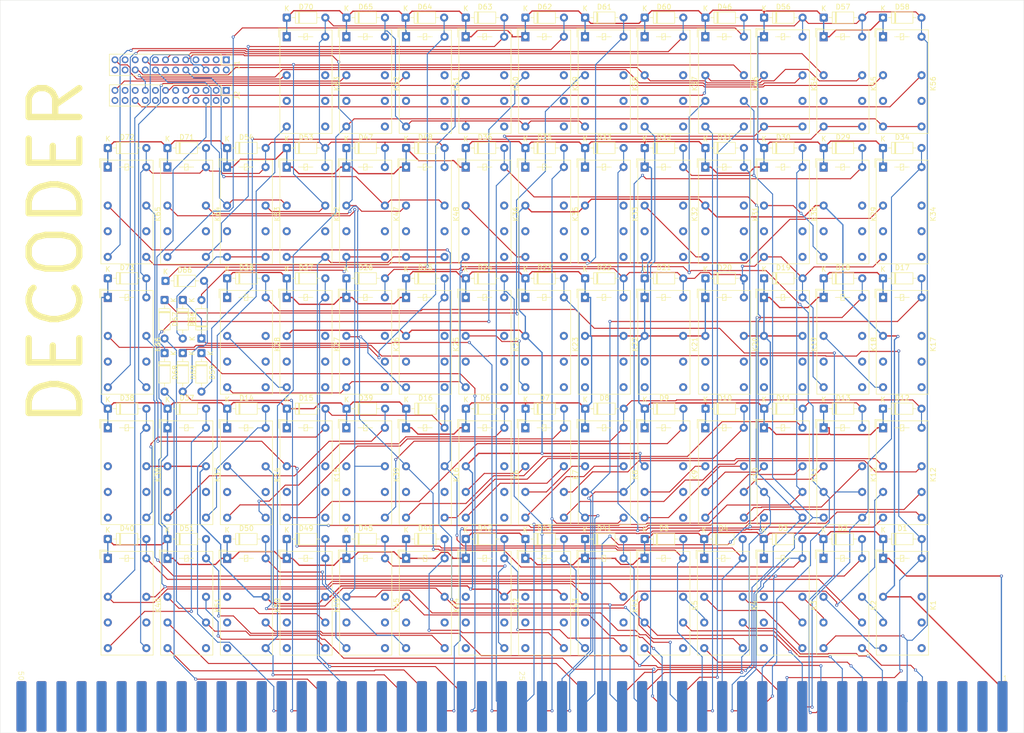
<source format=kicad_pcb>
(kicad_pcb (version 20241229) (generator "pcbnew") (generator_version "9.0")
  (layers (0 "F.Cu" signal) (2 "B.Cu" signal) (13 "F.Paste" user) (15 "B.Paste" user) (5 "F.SilkS" user "F.Silkscreen") (7 "B.SilkS" user "B.Silkscreen") (1 "F.Mask" user) (3 "B.Mask" user) (25 "Edge.Cuts" user))
  (net 0 "")
  (net 1 "GND")
  (net 2 "I7")
  (net 3 "I6")
  (net 4 "I5")
  (net 5 "I4")
  (net 6 "I3")
  (net 7 "Net-(D6-A)")
  (net 8 "Net-(D7-A)")
  (net 9 "Net-(D12-A)")
  (net 10 "Net-(D9-A)")
  (net 11 "Net-(D10-A)")
  (net 12 "Net-(D11-A)")
  (net 13 "Net-(D14-A)")
  (net 14 "Net-(D15-A)")
  (net 15 "IMOV8")
  (net 16 "srcA")
  (net 17 "dstA")
  (net 18 "Net-(D19-A)")
  (net 19 "srcB")
  (net 20 "dstB")
  (net 21 "srcM1")
  (net 22 "dstM1")
  (net 23 "srcX")
  (net 24 "dstX")
  (net 25 "srcC")
  (net 26 "dstC")
  (net 27 "srcM2")
  (net 28 "dstM2")
  (net 29 "srcY")
  (net 30 "dstY")
  (net 31 "srcD")
  (net 32 "dstD")
  (net 33 "+5V")
  (net 35 "Net-(K1-Pad14)")
  (net 38 "Net-(K1-Pad12)")
  (net 39 "IGOTO")
  (net 40 "ISET")
  (net 41 "Net-(K2-Pad12)")
  (net 42 "Net-(K3-Pad22)")
  (net 44 "Net-(K3-Pad24)")
  (net 47 "IINC")
  (net 48 "IALU")
  (net 49 "Net-(K4-Pad24)")
  (net 50 "Net-(K4-Pad12)")
  (net 51 "IMISC")
  (net 52 "ILOD")
  (net 53 "IM16")
  (net 54 "ISTR")
  (net 55 "Net-(K6-Pad14)")
  (net 59 "Net-(K6-Pad12)")
  (net 60 "Net-(K12-Pad11)")
  (net 61 "Net-(K7-Pad12)")
  (net 62 "Net-(K12-Pad21)")
  (net 63 "Net-(K7-Pad14)")
  (net 67 "Net-(K10-Pad11)")
  (net 68 "Net-(K10-Pad21)")
  (net 69 "Net-(K10-Pad24)")
  (net 70 "Net-(K10-Pad14)")
  (net 71 "Net-(K10-Pad22)")
  (net 72 "Net-(K10-Pad12)")
  (net 73 "I1")
  (net 74 "I0")
  (net 78 "I2")
  (net 84 "Net-(K17-Pad14)")
  (net 92 "D7")
  (net 93 "D6")
  (net 97 "D5")
  (net 98 "D4")
  (net 99 "D3")
  (net 101 "D2")
  (net 103 "D1")
  (net 104 "D0")
  (net 109 "Net-(K23-Pad14)")
  (net 116 "Net-(K25-Pad14)")
  (net 129 "Net-(K27-Pad14)")
  (net 138 "Net-(K29-Pad14)")
  (net 144 "Net-(K31-Pad14)")
  (net 154 "Net-(K33-Pad14)")
  (net 162 "Net-(K35-Pad14)")
  (net 170 "Net-(D37-A)")
  (net 171 "Net-(D38-A)")
  (net 172 "Net-(D39-A)")
  (net 173 "Net-(D42-A)")
  (net 174 "Net-(D43-A)")
  (net 175 "Net-(D44-A)")
  (net 176 "Net-(D45-A)")
  (net 177 "Net-(D46-A)")
  (net 178 "Net-(D49-A)")
  (net 179 "Net-(D50-A)")
  (net 180 "Net-(D51-A)")
  (net 181 "Net-(D52-A)")
  (net 182 "srcPC")
  (net 183 "Net-(D55-A)")
  (net 184 "srcINC")
  (net 185 "Net-(D59-A)")
  (net 186 "Net-(D60-A)")
  (net 187 "Net-(D61-A)")
  (net 188 "Net-(D62-A)")
  (net 189 "Net-(D63-A)")
  (net 190 "Net-(D64-A)")
  (net 191 "Net-(D65-A)")
  (net 192 "Zero")
  (net 193 "Sign")
  (net 194 "Net-(D67-K)")
  (net 195 "Carry")
  (net 196 "Net-(D68-K)")
  (net 197 "Net-(D69-K)")
  (net 198 "S1")
  (net 199 "S11")
  (net 206 "S8")
  (net 207 "S2")
  (net 208 "S22")
  (net 212 "S9")
  (net 214 "S19")
  (net 215 "S5")
  (net 216 "S16")
  (net 218 "S6")
  (net 219 "S15")
  (net 221 "S12")
  (net 224 "S8'")
  (net 226 "S11'")
  (net 228 "S19'")
  (net 229 "S12'")
  (net 233 "S2'")
  (net 237 "S9'")
  (net 238 "S22'")
  (net 243 "S5'")
  (net 245 "S16'")
  (net 276 "dstJ1")
  (net 277 "dstJ2")
  (net 280 "MEMRD")
  (net 283 "Net-(K49-Pad22)")
  (net 285 "Net-(K49-Pad24)")
  (net 289 "dstPC")
  (net 290 "dstXY")
  (net 293 "srcXY")
  (net 295 "srcM")
  (net 296 "srcJ")
  (net 303 "dstINC")
  (net 328 "Net-(K61-Pad11)")
  (net 370 "dstM")
  (footprint "Diode_THT:D_DO-35_SOD27_P7.62mm_Horizontal" (layer "F.Cu") (at 176.7625 123.6625)
    (property "Reference" "D4")
    (property "Value" "1N914")
  )
  (footprint "Relay_THT:Relay_DPDT_Finder_30.22" (layer "F.Cu") (at 153.195 24.245 -90)
    (property "Reference" "K58")
    (property "Value" "HK19F-DCxxV-SHC")
  )
  (footprint "Diode_THT:D_DO-35_SOD27_P7.62mm_Horizontal" (layer "F.Cu") (at 106.0125 72.0625)
    (property "Reference" "D26")
    (property "Value" "1N914")
  )
  (footprint "Relay_THT:Relay_DPDT_Finder_30.22" (layer "F.Cu") (at 94.195 50.045 -90)
    (property "Reference" "K52")
    (property "Value" "HK19F-DCxxV-SHC")
  )
  (footprint "Diode_THT:D_DO-35_SOD27_P7.62mm_Horizontal" (layer "F.Cu") (at 129.6125 72.0625)
    (property "Reference" "D24")
    (property "Value" "1N914")
  )
  (footprint "Diode_THT:D_DO-35_SOD27_P7.62mm_Horizontal" (layer "F.Cu") (at 188.6125 20.4625)
    (property "Reference" "D56")
    (property "Value" "1N914")
  )
  (footprint "Relay_THT:Relay_DPDT_Finder_30.22" (layer "F.Cu") (at 117.795 75.845 -90)
    (property "Reference" "K25")
    (property "Value" "HK19F-DCxxV-SHC")
  )
  (footprint "Relay_THT:Relay_DPDT_Finder_30.22" (layer "F.Cu") (at 82.4125 75.845 -90)
    (property "Reference" "K28")
    (property "Value" "HK19F-DCxxV-SHC")
  )
  (footprint "Relay_THT:Relay_DPDT_Finder_30.22" (layer "F.Cu") (at 105.995 50.045 -90)
    (property "Reference" "K47")
    (property "Value" "HK19F-DCxxV-SHC")
  )
  (footprint "Relay_THT:Relay_DPDT_Finder_30.22" (layer "F.Cu") (at 200.395 24.245 -90)
    (property "Reference" "K55")
    (property "Value" "HK19F-DCxxV-SHC")
  )
  (footprint "Diode_THT:D_DO-35_SOD27_P7.62mm_Horizontal" (layer "F.Cu") (at 82.4125 123.6625)
    (property "Reference" "D50")
    (property "Value" "1N914")
  )
  (footprint "Relay_THT:Relay_DPDT_Finder_30.22" (layer "F.Cu") (at 129.595 75.845 -90)
    (property "Reference" "K24")
    (property "Value" "HK19F-DCxxV-SHC")
  )
  (footprint "Relay_THT:Relay_DPDT_Finder_30.22" (layer "F.Cu") (at 94.2125 127.4825 -90)
    (property "Reference" "K49")
    (property "Value" "HK19F-DCxxV-SHC")
  )
  (footprint "Diode_THT:D_DO-35_SOD27_P7.62mm_Horizontal" (layer "F.Cu") (at 200.4125 46.2625)
    (property "Reference" "D29")
    (property "Value" "1N914")
  )
  (footprint "Diode_THT:D_DO-35_SOD27_P7.62mm_Horizontal" (layer "F.Cu") (at 58.8225 97.8625)
    (property "Reference" "D38")
    (property "Value" "1N914")
  )
  (footprint "Relay_THT:Relay_DPDT_Finder_30.22" (layer "F.Cu") (at 200.395 50.045 -90)
    (property "Reference" "K29")
    (property "Value" "HK19F-DCxxV-SHC")
  )
  (footprint "Diode_THT:D_DO-35_SOD27_P7.62mm_Horizontal" (layer "F.Cu") (at 212.1325 46.2625)
    (property "Reference" "D34")
    (property "Value" "1N914")
  )
  (footprint "Relay_THT:Relay_DPDT_Finder_30.22" (layer "F.Cu") (at 117.795 24.245 -90)
    (property "Reference" "K61")
    (property "Value" "HK19F-DCxxV-SHC")
  )
  (footprint "Relay_THT:Relay_DPDT_Finder_30.22" (layer "F.Cu") (at 188.595 101.645 -90)
    (property "Reference" "K11")
    (property "Value" "HK19F-DCxxV-SHC")
  )
  (footprint "Diode_THT:D_DO-35_SOD27_P7.62mm_Horizontal" (layer "F.Cu") (at 188.6125 46.2625)
    (property "Reference" "D30")
    (property "Value" "1N914")
  )
  (footprint "Diode_THT:D_DO-35_SOD27_P7.62mm_Horizontal" (layer "F.Cu") (at 165.0125 46.2625)
    (property "Reference" "D32")
    (property "Value" "1N914")
  )
  (footprint "Diode_THT:D_DO-35_SOD27_P7.62mm_Horizontal" (layer "F.Cu") (at 70.0325 76.3525 -90)
    (property "Reference" "D67")
    (property "Value" "1N914")
  )
  (footprint "Diode_THT:D_DO-35_SOD27_P7.62mm_Horizontal" (layer "F.Cu") (at 153.2125 46.2625)
    (property "Reference" "D33")
    (property "Value" "1N914")
  )
  (footprint "Diode_THT:D_DO-35_SOD27_P7.62mm_Horizontal" (layer "F.Cu") (at 58.8125 123.6625)
    (property "Reference" "D40")
    (property "Value" "1N914")
  )
  (footprint "relaccomp:Conn_RC_Male_100" (layer "F.Cu") (at 235.77 113.24 -90)
    (property "Reference" "U2" (hide yes))
    (property "Value" "~" (hide yes))
  )
  (footprint "Relay_THT:Relay_DPDT_Finder_30.22" (layer "F.Cu") (at 141.395 101.645 -90)
    (property "Reference" "K7")
    (property "Value" "HK19F-DCxxV-SHC")
  )
  (footprint "Relay_THT:Relay_DPDT_Finder_30.22" (layer "F.Cu") (at 176.995 50.045 -90)
    (property "Reference" "K31")
    (property "Value" "HK19F-DCxxV-SHC")
  )
  (footprint "Diode_THT:D_DO-35_SOD27_P7.62mm_Horizontal" (layer "F.Cu") (at 73.6325 76.3625 -90)
    (property "Reference" "D55")
    (property "Value" "1N914")
  )
  (footprint "Relay_THT:Relay_DPDT_Finder_30.22" (layer "F.Cu") (at 212.1571 101.645 -90)
    (property "Reference" "K12")
    (property "Value" "HK19F-DCxxV-SHC")
  )
  (footprint "Diode_THT:D_DO-35_SOD27_P7.62mm_Horizontal" (layer "F.Cu") (at 177.0125 20.4625)
    (property "Reference" "D46")
    (property "Value" "1N914")
  )
  (footprint "Relay_THT:Relay_DPDT_Finder_30.22" (layer "F.Cu") (at 153.195 75.845 -90)
    (property "Reference" "K22")
    (property "Value" "HK19F-DCxxV-SHC")
  )
  (footprint "Relay_THT:Relay_DPDT_Finder_30.22" (layer "F.Cu") (at 212.1625 127.4825 -90)
    (property "Reference" "K1")
    (property "Value" "HK19F-DCxxV-SHC")
  )
  (footprint "Relay_THT:Relay_DPDT_Finder_30.22" (layer "F.Cu") (at 153.195 127.4825 -90)
    (property "Reference" "K41")
    (property "Value" "HK19F-DCxxV-SHC")
  )
  (footprint "Relay_THT:Relay_DPDT_Finder_30.22" (layer "F.Cu") (at 153.195 50.045 -90)
    (property "Reference" "K33")
    (property "Value" "HK19F-DCxxV-SHC")
  )
  (footprint "Diode_THT:D_DO-35_SOD27_P7.62mm_Horizontal" (layer "F.Cu") (at 117.7125 20.4625)
    (property "Reference" "D64")
    (property "Value" "1N914")
  )
  (footprint "Relay_THT:Relay_DPDT_Finder_30.22" (layer "F.Cu") (at 176.7775 127.4825 -90)
    (property "Reference" "K4")
    (property "Value" "HK19F-DCxxV-SHC")
  )
  (footprint "Relay_THT:Relay_DPDT_Finder_30.22" (layer "F.Cu") (at 70.6125 101.645 -90)
    (property "Reference" "K37")
    (property "Value" "HK19F-DCxxV-SHC")
  )
  (footprint "Relay_THT:Relay_DPDT_Finder_30.22" (layer "F.Cu") (at 58.8125 127.4825 -90)
    (property "Reference" "K40")
    (property "Value" "HK19F-DCxxV-SHC")
  )
  (footprint "Relay_THT:Relay_DPDT_Finder_30.22" (layer "F.Cu") (at 58.8175 101.645 -90)
    (property "Reference" "K38")
    (property "Value" "HK19F-DCxxV-SHC")
  )
  (footprint "Diode_THT:D_DO-35_SOD27_P7.62mm_Horizontal" (layer "F.Cu") (at 70.6125 123.6625)
    (property "Reference" "D51")
    (property "Value" "1N914")
  )
  (footprint "Connector_PinHeader_2.00mm:PinHeader_2x12_P2.00mm_Vertical" (layer "F.Cu") (at 82.2325 28.8125 -90)
    (property "Reference" "J1")
    (property "Value" "Conn_02x12_Counter_Clockwise")
  )
  (footprint "Relay_THT:Relay_DPDT_Finder_30.22" (layer "F.Cu") (at 176.995 75.845 -90)
    (property "Reference" "K20")
    (property "Value" "HK19F-DCxxV-SHC")
  )
  (footprint "Diode_THT:D_DO-35_SOD27_P7.62mm_Horizontal" (layer "F.Cu") (at 129.6125 123.6625)
    (property "Reference" "D42")
    (property "Value" "1N914")
  )
  (footprint "Relay_THT:Relay_DPDT_Finder_30.22" (layer "F.Cu") (at 141.395 127.4825 -90)
    (property "Reference" "K43")
    (property "Value" "HK19F-DCxxV-SHC")
  )
  (footprint "Diode_THT:D_DO-35_SOD27_P7.62mm_Horizontal" (layer "F.Cu") (at 106.0125 46.2625)
    (property "Reference" "D47")
    (property "Value" "1N914")
  )
  (footprint "Diode_THT:D_DO-35_SOD27_P7.62mm_Horizontal" (layer "F.Cu") (at 177.0125 46.2625)
    (property "Reference" "D31")
    (property "Value" "1N914")
  )
  (footprint "Diode_THT:D_DO-35_SOD27_P7.62mm_Horizontal" (layer "F.Cu") (at 212.1725 123.6625)
    (property "Reference" "D1")
    (property "Value" "1N914")
  )
  (footprint "Diode_THT:D_DO-35_SOD27_P7.62mm_Horizontal" (layer "F.Cu") (at 94.2125 72.0625)
    (property "Reference" "D27")
    (property "Value" "1N914")
  )
  (footprint "Diode_THT:D_DO-35_SOD27_P7.62mm_Horizontal" (layer "F.Cu") (at 200.4125 20.4625)
    (property "Reference" "D57")
    (property "Value" "1N914")
  )
  (footprint "Diode_THT:D_DO-35_SOD27_P7.62mm_Horizontal" (layer "F.Cu") (at 153.2125 72.0625)
    (property "Reference" "D22")
    (property "Value" "1N914")
  )
  (footprint "Relay_THT:Relay_DPDT_Finder_30.22" (layer "F.Cu") (at 164.995 50.045 -90)
    (property "Reference" "K32")
    (property "Value" "HK19F-DCxxV-SHC")
  )
  (footprint "Relay_THT:Relay_DPDT_Finder_30.22" (layer "F.Cu") (at 117.795 50.045 -90)
    (property "Reference" "K48")
    (property "Value" "HK19F-DCxxV-SHC")
  )
  (footprint "Diode_THT:D_DO-35_SOD27_P7.62mm_Horizontal" (layer "F.Cu") (at 73.6325 86.8625 -90)
    (property "Reference" "D69")
    (property "Value" "1N914")
  )
  (footprint "Relay_THT:Relay_DPDT_Finder_30.22" (layer "F.Cu") (at 94.2125 101.645 -90)
    (property "Reference" "K15")
    (property "Value" "HK19F-DCxxV-SHC")
  )
  (footprint "Diode_THT:D_DO-35_SOD27_P7.62mm_Horizontal" (layer "F.Cu") (at 77.3325 86.8625 -90)
    (property "Reference" "D59")
    (property "Value" "1N914")
  )
  (footprint "Relay_THT:Relay_DPDT_Finder_30.22" (layer "F.Cu") (at 117.795 101.645 -90)
    (property "Reference" "K16")
    (property "Value" "HK19F-DCxxV-SHC")
  )
  (footprint "Diode_THT:D_DO-35_SOD27_P7.62mm_Horizontal" (layer "F.Cu") (at 94.2125 123.6625)
    (property "Reference" "D49")
    (property "Value" "1N914")
  )
  (footprint "Diode_THT:D_DO-35_SOD27_P7.62mm_Horizontal" (layer "F.Cu") (at 106.0325 97.8625)
    (property "Reference" "D39")
    (property "Value" "1N914")
  )
  (footprint "Relay_THT:Relay_DPDT_Finder_30.22" (layer "F.Cu") (at 141.395 75.845 -90)
    (property "Reference" "K23")
    (property "Value" "HK19F-DCxxV-SHC")
  )
  (footprint "Diode_THT:D_DO-35_SOD27_P7.62mm_Horizontal" (layer "F.Cu") (at 200.3625 123.6625)
    (property "Reference" "D2")
    (property "Value" "1N914")
  )
  (footprint "Relay_THT:Relay_DPDT_Finder_30.22" (layer "F.Cu") (at 176.995 101.645 -90)
    (property "Reference" "K10")
    (property "Value" "HK19F-DCxxV-SHC")
  )
  (footprint "Relay_THT:Relay_DPDT_Finder_30.22" (layer "F.Cu") (at 129.6125 127.4825 -90)
    (property "Reference" "K42")
    (property "Value" "HK19F-DCxxV-SHC")
  )
  (footprint "Diode_THT:D_DO-35_SOD27_P7.62mm_Horizontal" (layer "F.Cu") (at 153.2125 123.6625)
    (property "Reference" "D41")
    (property "Value" "1N914")
  )
  (footprint "Diode_THT:D_DO-35_SOD27_P7.62mm_Horizontal" (layer "F.Cu") (at 141.4125 46.2625)
    (property "Reference" "D35")
    (property "Value" "1N914")
  )
  (footprint "Relay_THT:Relay_DPDT_Finder_30.22" (layer "F.Cu") (at 82.4125 101.6625 -90)
    (property "Reference" "K14")
    (property "Value" "HK19F-DCxxV-SHC")
  )
  (footprint "Diode_THT:D_DO-35_SOD27_P7.62mm_Horizontal" (layer "F.Cu") (at 82.4125 72.0625)
    (property "Reference" "D28")
    (property "Value" "1N914")
  )
  (footprint "Diode_THT:D_DO-35_SOD27_P7.62mm_Horizontal" (layer "F.Cu") (at 58.8125 46.2625)
    (property "Reference" "D72")
    (property "Value" "1N914")
  )
  (footprint "Relay_THT:Relay_DPDT_Finder_30.22" (layer "F.Cu") (at 141.395 50.045 -90)
    (property "Reference" "K35")
    (property "Value" "HK19F-DCxxV-SHC")
  )
  (footprint "Relay_THT:Relay_DPDT_Finder_30.22" (layer "F.Cu") (at 106.0125 127.4825 -90)
    (property "Reference" "K45")
    (property "Value" "HK19F-DCxxV-SHC")
  )
  (footprint "Relay_THT:Relay_DPDT_Finder_30.22" (layer "F.Cu") (at 188.5725 127.4825 -90)
    (property "Reference" "K3")
    (property "Value" "HK19F-DCxxV-SHC")
  )
  (footprint "Diode_THT:D_DO-35_SOD27_P7.62mm_Horizontal" (layer "F.Cu") (at 70.2225 72.5625)
    (property "Reference" "D66")
    (property "Value" "1N914")
  )
  (footprint "Relay_THT:Relay_DPDT_Finder_30.22" (layer "F.Cu") (at 141.395 24.245 -90)
    (property "Reference" "K59")
    (property "Value" "HK19F-DCxxV-SHC")
  )
  (footprint "Relay_THT:Relay_DPDT_Finder_30.22" (layer "F.Cu") (at 212.1426 24.245 -90)
    (property "Reference" "K56")
    (property "Value" "HK19F-DCxxV-SHC")
  )
  (footprint "Relay_THT:Relay_DPDT_Finder_30.22" (layer "F.Cu") (at 58.795 50.045 -90)
    (property "Reference" "K65")
    (property "Value" "HK19F-DCxxV-SHC")
  )
  (footprint "Diode_THT:D_DO-35_SOD27_P7.62mm_Horizontal" (layer "F.Cu") (at 106.0125 123.6625)
    (property "Reference" "D45")
    (property "Value" "1N914")
  )
  (footprint "Relay_THT:Relay_DPDT_Finder_30.22" (layer "F.Cu") (at 94.195 75.845 -90)
    (property "Reference" "K27")
    (property "Value" "HK19F-DCxxV-SHC")
  )
  (footprint "Diode_THT:D_DO-35_SOD27_P7.62mm_Horizontal" (layer "F.Cu") (at 129.6325 97.8625)
    (property "Reference" "D6")
    (property "Value" "1N914")
  )
  (footprint "Relay_THT:Relay_DPDT_Finder_30.22" (layer "F.Cu") (at 105.995 75.845 -90)
    (property "Reference" "K26")
    (property "Value" "HK19F-DCxxV-SHC")
  )
  (footprint "Diode_THT:D_DO-35_SOD27_P7.62mm_Horizontal" (layer "F.Cu") (at 165.0125 72.0625)
    (property "Reference" "D21")
    (property "Value" "1N914")
  )
  (footprint "Relay_THT:Relay_DPDT_Finder_30.22" (layer "F.Cu") (at 105.995 101.645 -90)
    (property "Reference" "K39")
    (property "Value" "HK19F-DCxxV-SHC")
  )
  (footprint "Relay_THT:Relay_DPDT_Finder_30.22" (layer "F.Cu") (at 188.595 24.245 -90)
    (property "Reference" "K54")
    (property "Value" "HK19F-DCxxV-SHC")
  )
  (footprint "Diode_THT:D_DO-35_SOD27_P7.62mm_Horizontal" (layer "F.Cu") (at 117.8125 72.0625)
    (property "Reference" "D25")
    (property "Value" "1N914")
  )
  (footprint "Diode_THT:D_DO-35_SOD27_P7.62mm_Horizontal" (layer "F.Cu") (at 141.4325 97.8625)
    (property "Reference" "D7")
    (property "Value" "1N914")
  )
  (footprint "Relay_THT:Relay_DPDT_Finder_30.22" (layer "F.Cu") (at 188.595 50.045 -90)
    (property "Reference" "K30")
    (property "Value" "HK19F-DCxxV-SHC")
  )
  (footprint "Relay_THT:Relay_DPDT_Finder_30.22" (layer "F.Cu") (at 188.595 75.845 -90)
    (property "Reference" "K19")
    (property "Value" "HK19F-DCxxV-SHC")
  )
  (footprint "Diode_THT:D_DO-35_SOD27_P7.62mm_Horizontal" (layer "F.Cu") (at 153.2325 97.8625)
    (property "Reference" "D8")
    (property "Value" "1N914")
  )
  (footprint "Diode_THT:D_DO-35_SOD27_P7.62mm_Horizontal" (layer "F.Cu") (at 77.3325 83.9825 90)
    (property "Reference" "D52")
    (property "Value" "1N914")
  )
  (footprint "Diode_THT:D_DO-35_SOD27_P7.62mm_Horizontal" (layer "F.Cu") (at 165.0125 20.4625)
    (property "Reference" "D60")
    (property "Value" "1N914")
  )
  (footprint "Diode_THT:D_DO-35_SOD27_P7.62mm_Horizontal" (layer "F.Cu") (at 200.4125 72.0625)
    (property "Reference" "D18")
    (property "Value" "1N914")
  )
  (footprint "Diode_THT:D_DO-35_SOD27_P7.62mm_Horizontal" (layer "F.Cu") (at 141.4125 123.6625)
    (property "Reference" "D43")
    (property "Value" "1N914")
  )
  (footprint "Relay_THT:Relay_DPDT_Finder_30.22" (layer "F.Cu") (at 129.595 50.045 -90)
    (property "Reference" "K36")
    (property "Value" "HK19F-DCxxV-SHC")
  )
  (footprint "Relay_THT:Relay_DPDT_Finder_30.22" (layer "F.Cu") (at 105.995 24.245 -90)
    (property "Reference" "K62")
    (property "Value" "HK19F-DCxxV-SHC")
  )
  (footprint "Relay_THT:Relay_DPDT_Finder_30.22" (layer "F.Cu") (at 164.995 75.845 -90)
    (property "Reference" "K21")
    (property "Value" "HK19F-DCxxV-SHC")
  )
  (footprint "Diode_THT:D_DO-35_SOD27_P7.62mm_Horizontal" (layer "F.Cu") (at 70.6125 46.2625)
    (property "Reference" "D71")
    (property "Value" "1N914")
  )
  (footprint "Diode_THT:D_DO-35_SOD27_P7.62mm_Horizontal" (layer "F.Cu") (at 70.0325 86.8625 -90)
    (property "Reference" "D68")
    (property "Value" "1N914")
  )
  (footprint "Relay_THT:Relay_DPDT_Finder_30.22" (layer "F.Cu") (at 164.995 24.245 -90)
    (property "Reference" "K57")
    (property "Value" "HK19F-DCxxV-SHC")
  )
  (footprint "Diode_THT:D_DO-35_SOD27_P7.62mm_Horizontal" (layer "F.Cu") (at 117.8125 46.2625)
    (property "Reference" "D48")
    (property "Value" "1N914")
  )
  (footprint "Relay_THT:Relay_DPDT_Finder_30.22" (layer "F.Cu") (at 164.995 101.645 -90)
    (property "Reference" "K9")
    (property "Value" "HK19F-DCxxV-SHC")
  )
  (footprint "Relay_THT:Relay_DPDT_Finder_30.22" (layer "F.Cu") (at 82.395 50.045 -90)
    (property "Reference" "K53")
    (property "Value" "HK19F-DCxxV-SHC")
  )
  (footprint "Relay_THT:Relay_DPDT_Finder_30.22" (layer "F.Cu") (at 94.195 24.245 -90)
    (property "Reference" "K63")
    (property "Value" "HK19F-DCxxV-SHC")
  )
  (footprint "Diode_THT:D_DO-35_SOD27_P7.62mm_Horizontal" (layer "F.Cu") (at 188.6325 97.8625)
    (property "Reference" "D11")
    (property "Value" "1N914")
  )
  (footprint "Relay_THT:Relay_DPDT_Finder_30.22" (layer "F.Cu") (at 70.6125 127.4825 -90)
    (property "Reference" "K51")
    (property "Value" "HK19F-DCxxV-SHC")
  )
  (footprint "Relay_THT:Relay_DPDT_Finder_30.22" (layer "F.Cu") (at 129.6125 101.645 -90)
    (property "Reference" "K6")
    (property "Value" "HK19F-DCxxV-SHC")
  )
  (footprint "Relay_THT:Relay_DPDT_Finder_30.22" (layer "F.Cu") (at 212.1443 50.045 -90)
    (property "Reference" "K34")
    (property "Value" "HK19F-DCxxV-SHC")
  )
  (footprint "Diode_THT:D_DO-35_SOD27_P7.62mm_Horizontal" (layer "F.Cu") (at 153.2125 20.4625)
    (property "Reference" "D61")
    (property "Value" "1N914")
  )
  (footprint "Diode_THT:D_DO-35_SOD27_P7.62mm_Horizontal" (layer "F.Cu") (at 212.1325 97.8625)
    (property "Reference" "D12")
    (property "Value" "1N914")
  )
  (footprint "Diode_THT:D_DO-35_SOD27_P7.62mm_Horizontal" (layer "F.Cu") (at 117.8325 97.8625)
    (property "Reference" "D16")
    (property "Value" "1N914")
  )
  (footprint "Relay_THT:Relay_DPDT_Finder_30.22" (layer "F.Cu") (at 200.3675 127.4825 -90)
    (property "Reference" "K2")
    (property "Value" "HK19F-DCxxV-SHC")
  )
  (footprint "Diode_THT:D_DO-35_SOD27_P7.62mm_Horizontal" (layer "F.Cu") (at 188.5625 123.6625)
    (property "Reference" "D3")
    (property "Value" "1N914")
  )
  (footprint "Diode_THT:D_DO-35_SOD27_P7.62mm_Horizontal" (layer "F.Cu") (at 129.6125 20.4625)
    (property "Reference" "D63")
    (property "Value" "1N914")
  )
  (footprint "Diode_THT:D_DO-35_SOD27_P7.62mm_Horizontal" (layer "F.Cu") (at 165.0325 97.8625)
    (property "Reference" "D9")
    (property "Value" "1N914")
  )
  (footprint "Diode_THT:D_DO-35_SOD27_P7.62mm_Horizontal" (layer "F.Cu") (at 94.2125 20.4625)
    (property "Reference" "D70")
    (property "Value" "1N914")
  )
  (footprint "Diode_THT:D_DO-35_SOD27_P7.62mm_Horizontal" (layer "F.Cu") (at 117.8125 123.6625)
    (property "Reference" "D44")
    (property "Value" "1N914")
  )
  (footprint "Diode_THT:D_DO-35_SOD27_P7.62mm_Horizontal" (layer "F.Cu") (at 141.4125 72.0625)
    (property "Reference" "D23")
    (property "Value" "1N914")
  )
  (footprint "Connector_PinHeader_2.00mm:PinHeader_2x12_P2.00mm_Vertical" (layer "F.Cu") (at 82.2325 34.8625 -90)
    (property "Reference" "J2")
    (property "Value" "Conn_02x12_Counter_Clockwise")
  )
  (footprint "Relay_THT:Relay_DPDT_Finder_30.22" (layer "F.Cu") (at 200.395 75.845 -90)
    (property "Reference" "K18")
    (property "Value" "HK19F-DCxxV-SHC")
  )
  (footprint "Relay_THT:Relay_DPDT_Finder_30.22" (layer "F.Cu") (at 200.395 101.645 -90)
    (property "Reference" "K13")
    (property "Value" "HK19F-DCxxV-SHC")
  )
  (footprint "Diode_THT:D_DO-35_SOD27_P7.62mm_Horizontal" (layer "F.Cu") (at 58.8125 72.0625)
    (property "Reference" "D73")
    (property "Value" "1N914")
  )
  (footprint "Diode_THT:D_DO-35_SOD27_P7.62mm_Horizontal" (layer "F.Cu") (at 212.1325 20.4625)
    (property "Reference" "D58")
    (property "Value" "1N914")
  )
  (footprint "Diode_THT:D_DO-35_SOD27_P7.62mm_Horizontal" (layer "F.Cu") (at 165.0125 123.6625)
    (property "Reference" "D5")
    (property "Value" "1N914")
  )
  (footprint "Diode_THT:D_DO-35_SOD27_P7.62mm_Horizontal" (layer "F.Cu") (at 141.4125 20.4625)
    (property "Reference" "D62")
    (property "Value" "1N914")
  )
  (footprint "Diode_THT:D_DO-35_SOD27_P7.62mm_Horizontal" (layer "F.Cu") (at 70.6325 97.8625)
    (property "Reference" "D37")
    (property "Value" "1N914")
  )
  (footprint "Diode_THT:D_DO-35_SOD27_P7.62mm_Horizontal" (layer "F.Cu") (at 129.6125 46.2625)
    (property "Reference" "D36")
    (property "Value" "1N914")
  )
  (footprint "Relay_THT:Relay_DPDT_Finder_30.22" (layer "F.Cu") (at 212.1507 75.845 -90)
    (property "Reference" "K17")
    (property "Value" "HK19F-DCxxV-SHC")
  )
  (footprint "Diode_THT:D_DO-35_SOD27_P7.62mm_Horizontal" (layer "F.Cu") (at 94.2125 46.2625)
    (property "Reference" "D53")
    (property "Value" "1N914")
  )
  (footprint "Relay_THT:Relay_DPDT_Finder_30.22" (layer "F.Cu") (at 164.9825 127.4825 -90)
    (property "Reference" "K5")
    (property "Value" "HK19F-DCxxV-SHC")
  )
  (footprint "Relay_THT:Relay_DPDT_Finder_30.22" (layer "F.Cu") (at 176.995 24.245 -90)
    (property "Reference" "K46")
    (property "Value" "HK19F-DCxxV-SHC")
  )
  (footprint "Relay_THT:Relay_DPDT_Finder_30.22" (layer "F.Cu") (at 117.8125 127.4825 -90)
    (property "Reference" "K44")
    (property "Value" "HK19F-DCxxV-SHC")
  )
  (footprint "Diode_THT:D_DO-35_SOD27_P7.62mm_Horizontal" (layer "F.Cu") (at 94.2325 97.8625)
    (property "Reference" "D15")
    (property "Value" "1N914")
  )
  (footprint "Relay_THT:Relay_DPDT_Finder_30.22" (layer "F.Cu") (at 82.4125 127.4825 -90)
    (property "Reference" "K50")
    (property "Value" "HK19F-DCxxV-SHC")
  )
  (footprint "Relay_THT:Relay_DPDT_Finder_30.22" (layer "F.Cu") (at 58.8125 75.845 -90)
    (property "Reference" "K66")
    (property "Value" "HK19F-DCxxV-SHC")
  )
  (footprint "Diode_THT:D_DO-35_SOD27_P7.62mm_Horizontal" (layer "F.Cu") (at 200.4325 97.8625)
    (property "Reference" "D13")
    (property "Value" "1N914")
  )
  (footprint "Relay_THT:Relay_DPDT_Finder_30.22" (layer "F.Cu") (at 129.595 24.245 -90)
    (property "Reference" "K60")
    (property "Value" "HK19F-DCxxV-SHC")
  )
  (footprint "Diode_THT:D_DO-35_SOD27_P7.62mm_Horizontal" (layer "F.Cu") (at 82.4125 46.2625)
    (property "Reference" "D54")
    (property "Value" "1N914")
  )
  (footprint "Diode_THT:D_DO-35_SOD27_P7.62mm_Horizontal" (layer "F.Cu") (at 106.0125 20.4625)
    (property "Reference" "D65")
    (property "Value" "1N914")
  )
  (footprint "Diode_THT:D_DO-35_SOD27_P7.62mm_Horizontal" (layer "F.Cu") (at 177.0125 72.0625)
    (property "Reference" "D20")
    (property "Value" "1N914")
  )
  (footprint "Relay_THT:Relay_DPDT_Finder_30.22" (layer "F.Cu") (at 70.595 50.045 -90)
    (property "Reference" "K64")
    (property "Value" "HK19F-DCxxV-SHC")
  )
  (footprint "Diode_THT:D_DO-35_SOD27_P7.62mm_Horizontal" (layer "F.Cu") (at 188.6125 72.0625)
    (property "Reference" "D19")
    (property "Value" "1N914")
  )
  (footprint "Relay_THT:Relay_DPDT_Finder_30.22" (layer "F.Cu") (at 153.2125 101.645 -90)
    (property "Reference" "K8")
    (property "Value" "HK19F-DCxxV-SHC")
  )
  (footprint "Diode_THT:D_DO-35_SOD27_P7.62mm_Horizontal" (layer "F.Cu") (at 177.0325 97.8625)
    (property "Reference" "D10")
    (property "Value" "1N914")
  )
  (footprint "Diode_THT:D_DO-35_SOD27_P7.62mm_Horizontal" (layer "F.Cu") (at 212.1325 72.0625)
    (property "Reference" "D17")
    (property "Value" "1N914")
  )
  (footprint "Diode_THT:D_DO-35_SOD27_P7.62mm_Horizontal" (layer "F.Cu") (at 82.4325 97.8625)
    (property "Reference" "D14")
    (property "Value" "1N914")
  )
  (gr_rect (start 37.51 17) (end 240 162) (stroke (width 0.05)) (fill no) (layer "Edge.Cuts"))
  (gr_text "DECODER" (at 54.45 101.9 90) (layer "F.SilkS") (effects (font (size 10 10) (thickness 1.25)) (justify left bottom)))
  (segment (start 104.65 19.1) (end 106.0125 20.4625) (width 0.25) (layer "F.Cu") (net 1))
  (segment (start 165.5805 123.6625) (end 166.7356 122.5074) (width 0.25) (layer "F.Cu") (net 1))
  (segment (start 201.2934 102.95) (end 191.0017 102.95) (width 0.25) (layer "F.Cu") (net 1))
  (segment (start 60.025 45.05) (end 58.8125 46.2625) (width 0.25) (layer "F.Cu") (net 1))
  (segment (start 116.52 96.55) (end 107.345 96.55) (width 0.25) (layer "F.Cu") (net 1))
  (segment (start 117.8325 97.8625) (end 116.52 96.55) (width 0.25) (layer "F.Cu") (net 1))
  (segment (start 83.645 96.65) (end 93.02 96.65) (width 0.25) (layer "F.Cu") (net 1))
  (segment (start 151.9 70.75) (end 153.2125 72.0625) (width 0.25) (layer "F.Cu") (net 1))
  (segment (start 124.75 126.3) (end 123.5675 127.4825) (width 0.25) (layer "F.Cu") (net 1))
  (segment (start 91.975 48.5) (end 94.2125 46.2625) (width 0.25) (layer "F.Cu") (net 1))
  (segment (start 201.5506 70.9244) (end 200.4125 72.0625) (width 0.25) (layer "F.Cu") (net 1))
  (segment (start 188.6125 19.3608) (end 188.8233 19.15) (width 0.25) (layer "F.Cu") (net 1))
  (segment (start 188.6125 19.3608) (end 188.6125 20.4625) (width 0.25) (layer "F.Cu") (net 1))
  (segment (start 120.1517 102.9) (end 127.2558 102.9) (width 0.25) (layer "F.Cu") (net 1))
  (segment (start 141.4125 72.0625) (end 142.725 70.75) (width 0.25) (layer "F.Cu") (net 1))
  (segment (start 82.395 50.045) (end 83.4967 50.045) (width 0.25) (layer "F.Cu") (net 1))
  (segment (start 199.2933 75.845) (end 197.2927 77.8456) (width 0.25) (layer "F.Cu") (net 1))
  (segment (start 142.725 70.75) (end 151.9 70.75) (width 0.25) (layer "F.Cu") (net 1))
  (segment (start 130.7775 96.7175) (end 141.4325 96.7175) (width 0.25) (layer "F.Cu") (net 1))
  (segment (start 199.1 19.15) (end 200.4125 20.4625) (width 0.25) (layer "F.Cu") (net 1))
  (segment (start 199.2578 45.1078) (end 200.4125 46.2625) (width 0.25) (layer "F.Cu") (net 1))
  (segment (start 117.795 101.645) (end 118.8967 101.645) (width 0.25) (layer "F.Cu") (net 1))
  (segment (start 70.6325 97.8625) (end 71.8034 96.6916) (width 0.25) (layer "F.Cu") (net 1))
  (segment (start 81.3108 127.4825) (end 80.0933 128.7) (width 0.25) (layer "F.Cu") (net 1))
  (segment (start 116.6933 50.045) (end 115.3883 51.35) (width 0.25) (layer "F.Cu") (net 1))
  (segment (start 69.4784 124.7966) (end 59.9466 124.7966) (width 0.25) (layer "F.Cu") (net 1))
  (segment (start 129.0555 72.0625) (end 129.6125 72.0625) (width 0.25) (layer "F.Cu") (net 1))
  (segment (start 178.075 122.35) (end 176.7625 123.6625) (width 0.25) (layer "F.Cu") (net 1))
  (segment (start 119.149 70.726) (end 127.719 70.726) (width 0.25) (layer "F.Cu") (net 1))
  (segment (start 127.2558 102.9) (end 128.5108 101.645) (width 0.25) (layer "F.Cu") (net 1))
  (segment (start 200.395 75.845) (end 199.2933 75.845) (width 0.25) (layer "F.Cu") (net 1))
  (segment (start 188.595 75.845) (end 189.6967 75.845) (width 0.25) (layer "F.Cu") (net 1))
  (segment (start 201.4967 24.245) (end 200.395 24.245) (width 0.25) (layer "F.Cu") (net 1))
  (segment (start 71.7142 127.4825) (end 70.6125 127.4825) (width 0.25) (layer "F.Cu") (net 1))
  (segment (start 95.2967 75.845) (end 96.6517 77.2) (width 0.25) (layer "F.Cu") (net 1))
  (segment (start 72.025 44.85) (end 70.6125 46.2625) (width 0.25) (layer "F.Cu") (net 1))
  (segment (start 107.0967 75.845) (end 108.3517 77.1) (width 0.25) (layer "F.Cu") (net 1))
  (segment (start 96.6017 51.35) (end 95.2967 50.045) (width 0.25) (layer "F.Cu") (net 1))
  (segment (start 163.8808 127.4825) (end 164.9825 127.4825) (width 0.25) (layer "F.Cu") (net 1))
  (segment (start 104.9108 127.4825) (end 103.5433 128.85) (width 0.25) (layer "F.Cu") (net 1))
  (segment (start 201.75 103) (end 201.4967 102.7467) (width 0.25) (layer "F.Cu") (net 1))
  (segment (start 160.3 128.7) (end 162.6633 128.7) (width 0.25) (layer "F.Cu") (net 1))
  (segment (start 165.0125 45.1574) (end 164.9051 45.05) (width 0.25) (layer "F.Cu") (net 1))
  (segment (start 69.4686 96.6986) (end 70.6325 97.8625) (width 0.25) (layer "F.Cu") (net 1))
  (segment (start 100.7237 96.7312) (end 104.9012 96.7312) (width 0.25) (layer "F.Cu") (net 1))
  (segment (start 153.2125 20.4625) (end 151.9 19.15) (width 0.25) (layer "F.Cu") (net 1))
  (segment (start 177.0125 46.2625) (end 175.75 45) (width 0.25) (layer "F.Cu") (net 1))
  (segment (start 117.8125 46.2625) (end 120.3 48.75) (width 0.25) (layer "F.Cu") (net 1))
  (segment (start 150.8258 128.75) (end 143.7642 128.75) (width 0.25) (layer "F.Cu") (net 1))
  (segment (start 210.77 44.9) (end 201.775 44.9) (width 0.25) (layer "F.Cu") (net 1))
  (segment (start 96.6517 77.2) (end 103.5383 77.2) (width 0.25) (layer "F.Cu") (net 1))
  (segment (start 94.2325 97.8625) (end 99.5924 97.8625) (width 0.25) (layer "F.Cu") (net 1))
  (segment (start 165.0125 123.6625) (end 165.5805 123.6625) (width 0.25) (layer "F.Cu") (net 1))
  (segment (start 201.4967 102.7467) (end 201.4967 101.645) (width 0.25) (layer "F.Cu") (net 1))
  (segment (start 120.3 48.75) (end 127.1983 48.75) (width 0.25) (layer "F.Cu") (net 1))
  (segment (start 166.1633 96.7317) (end 165.0325 97.8625) (width 0.25) (layer "F.Cu") (net 1))
  (segment (start 166.7356 122.5074) (end 175.6074 122.5074) (width 0.25) (layer "F.Cu") (net 1))
  (segment (start 130.875 70.8) (end 140.15 70.8) (width 0.25) (layer "F.Cu") (net 1))
  (segment (start 200.395 101.645) (end 201.4967 101.645) (width 0.25) (layer "F.Cu") (net 1))
  (segment (start 212.1625 127.4825) (end 213.2642 127.4825) (width 0.25) (layer "F.Cu") (net 1))
  (segment (start 178.475 19) (end 188.2517 19) (width 0.25) (layer "F.Cu") (net 1))
  (segment (start 69.4 45.05) (end 60.025 45.05) (width 0.25) (layer "F.Cu") (net 1))
  (segment (start 126.028581 126.3) (end 124.75 126.3) (width 0.25) (layer "F.Cu") (net 1))
  (segment (start 106.0125 127.4825) (end 107.1142 127.4825) (width 0.25) (layer "F.Cu") (net 1))
  (segment (start 187.5017 96.7317) (end 177.0325 96.7317) (width 0.25) (layer "F.Cu") (net 1))
  (segment (start 140.15 70.8) (end 141.4125 72.0625) (width 0.25) (layer "F.Cu") (net 1))
  (segment (start 116.6933 75.845) (end 117.795 75.845) (width 0.25) (layer "F.Cu") (net 1))
  (segment (start 209.695 22.9) (end 202.8417 22.9) (width 0.25) (layer "F.Cu") (net 1))
  (segment (start 106.0125 127.4825) (end 104.9108 127.4825) (width 0.25) (layer "F.Cu") (net 1))
  (segment (start 94.2125 127.4825) (end 93.1108 127.4825) (width 0.25) (layer "F.Cu") (net 1))
  (segment (start 200.3625 123.6625) (end 199.203 122.503) (width 0.25) (layer "F.Cu") (net 1))
  (segment (start 118.975 19.2) (end 117.7125 20.4625) (width 0.25) (layer "F.Cu") (net 1))
  (segment (start 83.5762 70.8988) (end 93.0488 70.8988) (width 0.25) (layer "F.Cu") (net 1))
  (segment (start 130.764 122.511) (end 129.6125 123.6625) (width 0.25) (layer "F.Cu") (net 1))
  (segment (start 93.1108 127.4825) (end 91.7783 126.15) (width 0.25) (layer "F.Cu") (net 1))
  (segment (start 188.6125 46.2625) (end 189.7672 45.1078) (width 0.25) (layer "F.Cu") (net 1))
  (segment (start 179.3017 51.25) (end 185.5664 51.25) (width 0.25) (layer "F.Cu") (net 1))
  (segment (start 152.0933 127.4825) (end 150.8258 128.75) (width 0.25) (layer "F.Cu") (net 1))
  (segment (start 118.8967 101.645) (end 120.1517 102.9) (width 0.25) (layer "F.Cu") (net 1))
  (segment (start 151.9 19.15) (end 142.725 19.15) (width 0.25) (layer "F.Cu") (net 1))
  (segment (start 93.02 96.65) (end 94.2325 97.8625) (width 0.25) (layer "F.Cu") (net 1))
  (segment (start 143.7642 128.75) (end 142.4967 127.4825) (width 0.25) (layer "F.Cu") (net 1))
  (segment (start 187.25 122.35) (end 178.075 122.35) (width 0.25) (layer "F.Cu") (net 1))
  (segment (start 141.4125 46.2625) (end 140.15 45) (width 0.25) (layer "F.Cu") (net 1))
  (segment (start 116.44 19.19) (end 107.285 19.19) (width 0.25) (layer "F.Cu") (net 1))
  (segment (start 197.2927 77.8456) (end 191.6973 77.8456) (width 0.25) (layer "F.Cu") (net 1))
  (segment (start 104.9012 96.7312) (end 106.0325 97.8625) (width 0.25) (layer "F.Cu") (net 1))
  (segment (start 93.0488 70.8988) (end 94.2125 72.0625) (width 0.25) (layer "F.Cu") (net 1))
  (segment (start 94.2125 20.4625) (end 95.575 19.1) (width 0.25) (layer "F.Cu") (net 1))
  (segment (start 58.8225 97.8625) (end 59.9864 96.6986) (width 0.25) (layer "F.Cu") (net 1))
  (segment (start 142.5863 45.0887) (end 141.4125 46.2625) (width 0.25) (layer "F.Cu") (net 1))
  (segment (start 191.6973 77.8456) (end 189.6967 75.845) (width 0.25) (layer "F.Cu") (net 1))
  (segment (start 152.0387 45.0887) (end 142.5863 45.0887) (width 0.25) (layer "F.Cu") (net 1))
  (segment (start 129.6325 97.8625) (end 130.7775 96.7175) (width 0.25) (layer "F.Cu") (net 1))
  (segment (start 117.795 50.045) (end 116.6933 50.045) (width 0.25) (layer "F.Cu") (net 1))
  (segment (start 186.7714 50.045) (end 188.595 50.045) (width 0.25) (layer "F.Cu") (net 1))
  (segment (start 129.6125 20.4625) (end 128.35 19.2) (width 0.25) (layer "F.Cu") (net 1))
  (segment (start 130.875 45) (end 129.6125 46.2625) (width 0.25) (layer "F.Cu") (net 1))
  (segment (start 212.1725 123.6625) (end 210.71 122.2) (width 0.25) (layer "F.Cu") (net 1))
  (segment (start 107.0967 50.045) (end 105.995 50.045) (width 0.25) (layer "F.Cu") (net 1))
  (segment (start 137.8 22.95) (end 131.9917 22.95) (width 0.25) (layer "F.Cu") (net 1))
  (segment (start 166.375 19.1) (end 175.65 19.1) (width 0.25) (layer "F.Cu") (net 1))
  (segment (start 83.5142 127.4825) (end 82.4125 127.4825) (width 0.25) (layer "F.Cu") (net 1))
  (segment (start 140.261 122.511) (end 130.764 122.511) (width 0.25) (layer "F.Cu") (net 1))
  (segment (start 103.5383 77.2) (end 104.8933 75.845) (width 0.25) (layer "F.Cu") (net 1))
  (segment (start 176.995 50.045) (end 178.0967 50.045) (width 0.25) (layer "F.Cu") (net 1))
  (segment (start 84.8467 126.15) (end 83.5142 127.4825) (width 0.25) (layer "F.Cu") (net 1))
  (segment (start 95.2967 50.045) (end 94.195 50.045) (width 0.25) (layer "F.Cu") (net 1))
  (segment (start 81.2616 96.6916) (end 82.4325 97.8625) (width 0.25) (layer "F.Cu") (net 1))
  (segment (start 175.6074 122.5074) (end 176.7625 123.6625) (width 0.25) (layer "F.Cu") (net 1))
  (segment (start 164.9051 45.05) (end 154.425 45.05) (width 0.25) (layer "F.Cu") (net 1))
  (segment (start 138.773 23.923) (end 137.8 22.95) (width 0.25) (layer "F.Cu") (net 1))
  (segment (start 159.2571 127.4825) (end 159.2571 127.6571) (width 0.25) (layer "F.Cu") (net 1))
  (segment (start 107.285 19.19) (end 106.0125 20.4625) (width 0.25) (layer "F.Cu") (net 1))
  (segment (start 107.1142 127.4825) (end 108.3967 126.2) (width 0.25) (layer "F.Cu") (net 1))
  (segment (start 153.195 127.4825) (end 152.0933 127.4825) (width 0.25) (layer "F.Cu") (net 1))
  (segment (start 126.9905 127.261919) (end 126.028581 126.3) (width 0.25) (layer "F.Cu") (net 1))
  (segment (start 103.5433 128.85) (end 96.6817 128.85) (width 0.25) (layer "F.Cu") (net 1))
  (segment (start 177.0325 97.8625) (end 177.0325 96.7317) (width 0.25) (layer "F.Cu") (net 1))
  (segment (start 188.595 83.465) (end 184.615 83.465) (width 0.25) (layer "F.Cu") (net 1))
  (segment (start 59.9864 96.6986) (end 69.4686 96.6986) (width 0.25) (layer "F.Cu") (net 1))
  (segment (start 127.1983 48.75) (end 128.4933 50.045) (width 0.25) (layer "F.Cu") (net 1))
  (segment (start 138.773 24.245) (end 138.773 23.923) (width 0.25) (layer "F.Cu") (net 1))
  (segment (start 82.4125 127.4825) (end 81.3108 127.4825) (width 0.25) (layer "F.Cu") (net 1))
  (segment (start 130.6967 24.245) (end 129.595 24.245) (width 0.25) (layer "F.Cu") (net 1))
  (segment (start 59.9466 124.7966) (end 58.8125 123.6625) (width 0.25) (layer "F.Cu") (net 1))
  (segment (start 165.0125 20.4625) (end 166.375 19.1) (width 0.25) (layer "F.Cu") (net 1))
  (segment (start 216.767 130.9853) (end 213.2642 127.4825) (width 0.25) (layer "F.Cu") (net 1))
  (segment (start 201.4967 102.7467) (end 201.2934 102.95) (width 0.25) (layer "F.Cu") (net 1))
  (segment (start 188.8233 19.15) (end 199.1 19.15) (width 0.25) (layer "F.Cu") (net 1))
  (segment (start 82.4325 97.8625) (end 83.645 96.65) (width 0.25) (layer "F.Cu") (net 1))
  (segment (start 104.8933 50.045) (end 103.5883 51.35) (width 0.25) (layer "F.Cu") (net 1))
  (segment (start 209.7004 103) (end 201.75 103) (width 0.25) (layer "F.Cu") (net 1))
  (segment (start 129.6125 72.0625) (end 130.875 70.8) (width 0.25) (layer "F.Cu") (net 1))
  (segment (start 188.5625 123.6625) (end 187.25 122.35) (width 0.25) (layer "F.Cu") (net 1))
  (segment (start 141.4325 96.7175) (end 141.4325 97.8625) (width 0.25) (layer "F.Cu") (net 1))
  (segment (start 199.203 122.503) (end 189.722 122.503) (width 0.25) (layer "F.Cu") (net 1))
  (segment (start 185.5664 51.25) (end 186.7714 50.045) (width 0.25) (layer "F.Cu") (net 1))
  (segment (start 105.995 50.045) (end 104.8933 50.045) (width 0.25) (layer "F.Cu") (net 1))
  (segment (start 95.3142 127.4825) (end 94.2125 127.4825) (width 0.25) (layer "F.Cu") (net 1))
  (segment (start 211.0554 101.645) (end 209.7004 103) (width 0.25) (layer "F.Cu") (net 1))
  (segment (start 154.3596 21.6096) (end 153.2125 20.4625) (width 0.25) (layer "F.Cu") (net 1))
  (segment (start 191.0017 102.95) (end 189.6967 101.645) (width 0.25) (layer "F.Cu") (net 1))
  (segment (start 85.0417 48.5) (end 91.975 48.5) (width 0.25) (layer "F.Cu") (net 1))
  (segment (start 115.4283 126.2) (end 116.7108 127.4825) (width 0.25) (layer "F.Cu") (net 1))
  (segment (start 178.0967 50.045) (end 179.3017 51.25) (width 0.25) (layer "F.Cu") (net 1))
  (segment (start 141.395 24.245) (end 138.773 24.245) (width 0.25) (layer "F.Cu") (net 1))
  (segment (start 105.995 75.845) (end 107.0967 75.845) (width 0.25) (layer "F.Cu") (net 1))
  (segment (start 177.0125 20.4625) (end 178.475 19) (width 0.25) (layer "F.Cu") (net 1))
  (segment (start 177.0325 96.7317) (end 166.1633 96.7317) (width 0.25) (layer "F.Cu") (net 1))
  (segment (start 108.4017 51.35) (end 107.0967 50.045) (width 0.25) (layer "F.Cu") (net 1))
  (segment (start 176.995 83.465) (end 172.615 83.465) (width 0.25) (layer "F.Cu") (net 1))
  (segment (start 128.35 19.2) (end 118.975 19.2) (width 0.25) (layer "F.Cu") (net 1))
  (segment (start 141.4125 123.6625) (end 140.261 122.511) (width 0.25) (layer "F.Cu") (net 1))
  (segment (start 82.4125 46.2625) (end 81 44.85) (width 0.25) (layer "F.Cu") (net 1))
  (segment (start 126.9905 127.4825) (end 126.9905 127.261919) (width 0.25) (layer "F.Cu") (net 1))
  (segment (start 80.0933 128.7) (end 72.9317 128.7) (width 0.25) (layer "F.Cu") (net 1))
  (segment (start 140.15 45) (end 130.875 45) (width 0.25) (layer "F.Cu") (net 1))
  (segment (start 104.8933 75.845) (end 105.995 75.845) (width 0.25) (layer "F.Cu") (net 1))
  (segment (start 83.4967 50.045) (end 85.0417 48.5) (width 0.25) (layer "F.Cu") (net 1))
  (segment (start 128.4933 50.045) (end 129.595 50.045) (width 0.25) (layer "F.Cu") (net 1))
  (segment (start 153.2125 46.2625) (end 152.0387 45.0887) (width 0.25) (layer "F.Cu") (net 1))
  (segment (start 212.1571 101.645) (end 211.0554 101.645) (width 0.25) (layer "F.Cu") (net 1))
  (segment (start 117.7125 20.4625) (end 116.44 19.19) (width 0.25) (layer "F.Cu") (net 1))
  (segment (start 99.5924 97.8625) (end 100.7237 96.7312) (width 0.25) (layer "F.Cu") (net 1))
  (segment (start 142.725 19.15) (end 141.4125 20.4625) (width 0.25) (layer "F.Cu") (net 1))
  (segment (start 175.65 19.1) (end 177.0125 20.4625) (width 0.25) (layer "F.Cu") (net 1))
  (segment (start 108.3517 77.1) (end 115.4383 77.1) (width 0.25) (layer "F.Cu") (net 1))
  (segment (start 235.558 130.9853) (end 216.767 130.9853) (width 0.25) (layer "F.Cu") (net 1))
  (segment (start 196.215 83.465) (end 188.595 83.465) (width 0.25) (layer "F.Cu") (net 1))
  (segment (start 163.8654 21.6096) (end 154.3596 21.6096) (width 0.25) (layer "F.Cu") (net 1))
  (segment (start 82.4125 72.0625) (end 83.5762 70.8988) (width 0.25) (layer "F.Cu") (net 1))
  (segment (start 115.3883 51.35) (end 108.4017 51.35) (width 0.25) (layer "F.Cu") (net 1))
  (segment (start 189.722 122.503) (end 188.5625 123.6625) (width 0.25) (layer "F.Cu") (net 1))
  (segment (start 116.7108 127.4825) (end 117.8125 127.4825) (width 0.25) (layer "F.Cu") (net 1))
  (segment (start 95.575 19.1) (end 104.65 19.1) (width 0.25) (layer "F.Cu") (net 1))
  (segment (start 94.195 75.845) (end 95.2967 75.845) (width 0.25) (layer "F.Cu") (net 1))
  (segment (start 188.6325 97.8625) (end 187.5017 96.7317) (width 0.25) (layer "F.Cu") (net 1))
  (segment (start 165.0125 46.2625) (end 165.0125 45.1574) (width 0.25) (layer "F.Cu") (net 1))
  (segment (start 115.4383 77.1) (end 116.6933 75.845) (width 0.25) (layer "F.Cu") (net 1))
  (segment (start 96.6817 128.85) (end 95.3142 127.4825) (width 0.25) (layer "F.Cu") (net 1))
  (segment (start 153.195 127.4825) (end 159.2571 127.4825) (width 0.25) (layer "F.Cu") (net 1))
  (segment (start 129.6125 127.4825) (end 126.9905 127.4825) (width 0.25) (layer "F.Cu") (net 1))
  (segment (start 72.9317 128.7) (end 71.7142 127.4825) (width 0.25) (layer "F.Cu") (net 1))
  (segment (start 141.4325 96.7175) (end 152.0875 96.7175) (width 0.25) (layer "F.Cu") (net 1))
  (segment (start 164.995 83.465) (end 160.815 83.465) (width 0.25) (layer "F.Cu") (net 1))
  (segment (start 128.5108 101.645) (end 129.6125 101.645) (width 0.25) (layer "F.Cu") (net 1))
  (segment (start 107.345 96.55) (end 106.0325 97.8625) (width 0.25) (layer "F.Cu") (net 1))
  (segment (start 117.8125 72.0625) (end 119.149 70.726) (width 0.25) (layer "F.Cu") (net 1))
  (segment (start 159.2571 127.6571) (end 160.3 128.7) (width 0.25) (layer "F.Cu") (net 1))
  (segment (start 103.5883 51.35) (end 96.6017 51.35) (width 0.25) (layer "F.Cu") (net 1))
  (segment (start 188.2517 19) (end 188.6125 19.3608) (width 0.25) (layer "F.Cu") (net 1))
  (segment (start 108.3967 126.2) (end 115.4283 126.2) (width 0.25) (layer "F.Cu") (net 1))
  (segment (start 202.8417 22.9) (end 201.4967 24.245) (width 0.25) (layer "F.Cu") (net 1))
  (segment (start 201.825 122.2) (end 200.3625 123.6625) (width 0.25) (layer "F.Cu") (net 1))
  (segment (start 212.1325 46.2625) (end 210.77 44.9) (width 0.25) (layer "F.Cu") (net 1))
  (segment (start 210.71 122.2) (end 201.825 122.2) (width 0.25) (layer "F.Cu") (net 1))
  (segment (start 165.0125 20.4625) (end 163.8654 21.6096) (width 0.25) (layer "F.Cu") (net 1))
  (segment (start 210.9944 70.9244) (end 201.5506 70.9244) (width 0.25) (layer "F.Cu") (net 1))
  (segment (start 154.425 45.05) (end 153.2125 46.2625) (width 0.25) (layer "F.Cu") (net 1))
  (segment (start 70.6125 123.6625) (end 69.4784 124.7966) (width 0.25) (layer "F.Cu") (net 1))
  (segment (start 189.7672 45.1078) (end 199.2578 45.1078) (width 0.25) (layer "F.Cu") (net 1))
  (segment (start 142.4967 127.4825) (end 141.395 127.4825) (width 0.25) (layer "F.Cu") (net 1))
  (segment (start 127.719 70.726) (end 129.0555 72.0625) (width 0.25) (layer "F.Cu") (net 1))
  (segment (start 175.75 45) (end 165.1699 45) (width 0.25) (layer "F.Cu") (net 1))
  (segment (start 164.995 83.465) (end 172.615 83.465) (width 0.25) (layer "F.Cu") (net 1))
  (segment (start 165.1699 45) (end 165.0125 45.1574) (width 0.25) (layer "F.Cu") (net 1))
  (segment (start 152.0875 96.7175) (end 153.2325 97.8625) (width 0.25) (layer "F.Cu") (net 1))
  (segment (start 201.775 44.9) (end 200.4125 46.2625) (width 0.25) (layer "F.Cu") (net 1))
  (segment (start 91.7783 126.15) (end 84.8467 126.15) (width 0.25) (layer "F.Cu") (net 1))
  (segment (start 153.195 83.465) (end 160.815 83.465) (width 0.25) (layer "F.Cu") (net 1))
  (segment (start 189.6967 101.645) (end 188.595 101.645) (width 0.25) (layer "F.Cu") (net 1))
  (segment (start 212.1325 20.4625) (end 209.695 22.9) (width 0.25) (layer "F.Cu") (net 1))
  (segment (start 162.6633 128.7) (end 163.8808 127.4825) (width 0.25) (layer "F.Cu") (net 1))
  (segment (start 81 44.85) (end 72.025 44.85) (width 0.25) (layer "F.Cu") (net 1))
  (segment (start 123.5675 127.4825) (end 117.8125 127.4825) (width 0.25) (layer "F.Cu") (net 1))
  (segment (start 70.6125 46.2625) (end 69.4 45.05) (width 0.25) (layer "F.Cu") (net 1))
  (segment (start 212.1325 72.0625) (end 210.9944 70.9244) (width 0.25) (layer "F.Cu") (net 1))
  (segment (start 71.8034 96.6916) (end 81.2616 96.6916) (width 0.25) (layer "F.Cu") (net 1))
  (segment (start 131.9917 22.95) (end 130.6967 24.245) (width 0.25) (layer "F.Cu") (net 1))
  (via (at 235.558 130.9853) (size 0.6) (drill 0.3) (layers "F.Cu" "B.Cu") (net 1))
  (segment (start 57.55 96.59) (end 58.8225 97.8625) (width 0.25) (layer "B.Cu") (net 1))
  (segment (start 105.995 72.08) (end 105.995 75.845) (width 0.25) (layer "B.Cu") (net 1))
  (segment (start 188.6125 46.2625) (end 188.595 46.28) (width 0.25) (layer "B.Cu") (net 1))
  (segment (start 58.8125 72.0625) (end 58.8125 75.845) (width 0.25) (layer "B.Cu") (net 1))
  (segment (start 177.0125 20.4625) (end 176.995 20.48) (width 0.25) (layer "B.Cu") (net 1))
  (segment (start 177.0125 46.2625) (end 176.995 46.28) (width 0.25) (layer "B.Cu") (net 1))
  (segment (start 129.595 74.6433) (end 129.6125 74.6258) (width 0.25) (layer "B.Cu") (net 1))
  (segment (start 212.1625 127.4825) (end 212.1625 126.2808) (width 0.25) (layer "B.Cu") (net 1))
  (segment (start 105.995 100.4433) (end 106.0325 100.4058) (width 0.25) (layer "B.Cu") (net 1))
  (segment (start 176.995 100.4433) (end 177.0325 100.4058) (width 0.25) (layer "B.Cu") (net 1))
  (segment (start 141.395 20.48) (end 141.395 24.245) (width 0.25) (layer "B.Cu") (net 1))
  (segment (start 141.4125 72.0625) (end 141.395 72.08) (width 0.25) (layer "B.Cu") (net 1))
  (segment (start 129.6325 100.4233) (end 129.6325 97.8625) (width 0.25) (layer "B.Cu") (net 1))
  (segment (start 153.2125 74.6258) (end 153.2125 72.0625) (width 0.25) (layer "B.Cu") (net 1))
  (segment (start 58.8225 97.8625) (end 58.8175 97.8675) (width 0.25) (layer "B.Cu") (net 1))
  (segment (start 153.195 24.245) (end 153.195 23.0433) (width 0.25) (layer "B.Cu") (net 1))
  (segment (start 58.795 50.045) (end 58.795 48.8433) (width 0.25) (layer "B.Cu") (net 1))
  (segment (start 200.4325 97.8625) (end 200.395 97.9) (width 0.25) (layer "B.Cu") (net 1))
  (segment (start 154.5 83.6683) (end 154.5 96.595) (width 0.25) (layer "B.Cu") (net 1))
  (segment (start 106.0125 72.0625) (end 105.995 72.08) (width 0.25) (layer "B.Cu") (net 1))
  (segment (start 94.2125 100.4433) (end 94.2325 100.4233) (width 0.25) (layer "B.Cu") (net 1))
  (segment (start 188.595 101.645) (end 188.595 100.4433) (width 0.25) (layer "B.Cu") (net 1))
  (segment (start 188.6125 23.0258) (end 188.6125 20.4625) (width 0.25) (layer "B.Cu") (net 1))
  (segment (start 82.395 50.045) (end 82.395 48.8433) (width 0.25) (layer "B.Cu") (net 1))
  (segment (start 165.5964 71.4786) (end 165.0125 72.0625) (width 0.25) (layer "B.Cu") (net 1))
  (segment (start 129.6125 127.4825) (end 129.6125 123.6625) (width 0.25) (layer "B.Cu") (net 1))
  (segment (start 187.35 24.245) (end 187.35 45) (width 0.25) (layer "B.Cu") (net 1))
  (segment (start 129.595 23.0433) (end 129.6125 23.0258) (width 0.25) (layer "B.Cu") (net 1))
  (segment (start 176.7625 126.2658) (end 176.7625 123.6625) (width 0.25) (layer "B.Cu") (net 1))
  (segment (start 200.4125 20.4625) (end 200.395 20.48) (width 0.25) (layer "B.Cu") (net 1))
  (segment (start 212.1325 97.8625) (end 212.1571 97.8871) (width 0.25) (layer "B.Cu") (net 1))
  (segment (start 165.0125 72.0625) (end 164.995 72.08) (width 0.25) (layer "B.Cu") (net 1))
  (segment (start 212.1507 74.6433) (end 212.1325 74.6251) (width 0.25) (layer "B.Cu") (net 1))
  (segment (start 94.195 72.08) (end 94.195 75.845) (width 0.25) (layer "B.Cu") (net 1))
  (segment (start 129.6125 100.4433) (end 129.6325 100.4233) (width 0.25) (layer "B.Cu") (net 1))
  (segment (start 188.6125 72.0625) (end 188.6125 74.6258) (width 0.25) (layer "B.Cu") (net 1))
  (segment (start 200.3625 126.2758) (end 200.3625 123.6625) (width 0.25) (layer "B.Cu") (net 1))
  (segment (start 106.0125 123.6625) (end 106.0125 127.4825) (width 0.25) (layer "B.Cu") (net 1))
  (segment (start 153.195 74.6433) (end 153.2125 74.6258) (width 0.25) (layer "B.Cu") (net 1))
  (segment (start 94.2125 123.6625) (end 94.2125 127.4825) (width 0.25) (layer "B.Cu") (net 1))
  (segment (start 117.795 97.9) (end 117.795 101.645) (width 0.25) (layer "B.Cu") (net 1))
  (segment (start 117.8125 123.6625) (end 117.8125 127.4825) (width 0.25) (layer "B.Cu") (net 1))
  (segment (start 164.995 72.08) (end 164.995 75.845) (width 0.25) (layer "B.Cu") (net 1))
  (segment (start 129.6125 74.6258) (end 129.6125 72.0625) (width 0.25) (layer "B.Cu") (net 1))
  (segment (start 188.5725 123.6725) (end 188.5725 127.4825) (width 0.25) (layer "B.Cu") (net 1))
  (segment (start 141.4325 100.4058) (end 141.4325 97.8625) (width 0.25) (layer "B.Cu") (net 1))
  (segment (start 117.795 48.8433) (end 117.8125 48.8258) (width 0.25) (layer "B.Cu") (net 1))
  (segment (start 106.0325 100.4058) (end 106.0325 97.8625) (width 0.25) (layer "B.Cu") (net 1))
  (segment (start 105.995 48.8433) (end 106.0125 48.8258) (width 0.25) (layer "B.Cu") (net 1))
  (segment (start 188.595 46.28) (end 188.595 50.045) (width 0.25) (layer "B.Cu") (net 1))
  (segment (start 117.8125 48.8258) (end 117.8125 46.2625) (width 0.25) (layer "B.Cu") (net 1))
  (segment (start 58.795 48.8433) (end 58.8125 48.8258) (width 0.25) (layer "B.Cu") (net 1))
  (segment (start 70.6125 121.6437) (end 69.35 120.3812) (width 0.25) (layer "B.Cu") (net 1))
  (segment (start 212.1571 97.8871) (end 212.1571 101.645) (width 0.25) (layer "B.Cu") (net 1))
  (segment (start 58.8125 75.845) (end 57.55 75.845) (width 0.25) (layer "B.Cu") (net 1))
  (segment (start 105.995 50.045) (end 105.995 48.8433) (width 0.25) (layer "B.Cu") (net 1))
  (segment (start 153.195 75.2441) (end 153.195 74.6433) (width 0.25) (layer "B.Cu") (net 1))
  (segment (start 105.995 101.645) (end 105.995 100.4433) (width 0.25) (layer "B.Cu") (net 1))
  (segment (start 141.395 101.645) (end 141.395 100.4433) (width 0.25) (layer "B.Cu") (net 1))
  (segment (start 82.4125 101.6625) (end 82.4125 100.4608) (width 0.25) (layer "B.Cu") (net 1))
  (segment (start 141.4125 126.2633) (end 141.4125 123.6625) (width 0.25) (layer "B.Cu") (net 1))
  (segment (start 176.995 72.08) (end 176.995 75.845) (width 0.25) (layer "B.Cu") (net 1))
  (segment (start 58.8175 97.8675) (end 58.8175 101.645) (width 0.25) (layer "B.Cu") (net 1))
  (segment (start 154.5 96.595) (end 153.2325 97.8625) (width 0.25) (layer "B.Cu") (net 1))
  (segment (start 212.1325 48.8315) (end 212.1325 46.2625) (width 0.25) (layer "B.Cu") (net 1))
  (segment (start 200.395 74.6433) (end 200.4125 74.6258) (width 0.25) (layer "B.Cu") (net 1))
  (segment (start 117.8325 97.8625) (end 117.795 97.9) (width 0.25) (layer "B.Cu") (net 1))
  (segment (start 153.195 123.68) (end 153.195 127.4825) (width 0.25) (layer "B.Cu") (net 1))
  (segment (start 164.9825 123.6925) (end 164.9825 127.4825) (width 0.25) (layer "B.Cu") (net 1))
  (segment (start 165.0125 48.8258) (end 165.0125 46.2625) (width 0.25) (layer "B.Cu") (net 1))
  (segment (start 176.7775 126.2808) (end 176.7625 126.2658) (width 0.25) (layer "B.Cu") (net 1))
  (segment (start 58.8125 48.8258) (end 58.8125 46.2625) (width 0.25) (layer "B.Cu") (net 1))
  (segment (start 94.195 48.8433) (end 94.2125 48.8258) (width 0.25) (layer "B.Cu") (net 1))
  (segment (start 82.395 48.8433) (end 82.4125 48.8258) (width 0.25) (layer "B.Cu") (net 1))
  (segment (start 69.35 108.35) (end 70.6125 107.0875) (width 0.25) (layer "B.Cu") (net 1))
  (segment (start 141.395 48.8433) (end 141.4125 48.8258) (width 0.25) (layer "B.Cu") (net 1))
  (segment (start 82.4125 100.4608) (end 82.4325 100.4408) (width 0.25) (layer "B.Cu") (net 1))
  (segment (start 235.77 156.8) (end 235.558 156.588) (width 0.25) (layer "B.Cu") (net 1))
  (segment (start 176.7775 127.4825) (end 176.7775 126.2808) (width 0.25) (layer "B.Cu") (net 1))
  (segment (start 165.0125 123.6625) (end 164.9825 123.6925) (width 0.25) (layer "B.Cu") (net 1))
  (segment (start 141.395 72.08) (end 141.395 75.845) (width 0.25) (layer "B.Cu") (net 1))
  (segment (start 176.995 101.645) (end 176.995 100.4433) (width 0.25) (layer "B.Cu") (net 1))
  (segment (start 94.2125 48.8258) (end 94.2125 46.2625) (width 0.25) (layer "B.Cu") (net 1))
  (segment (start 117.795 24.245) (end 117.795 23.0433) (width 0.25) (layer "B.Cu") (net 1))
  (segment (start 94.195 50.045) (end 94.195 48.8433) (width 0.25) (layer "B.Cu") (net 1))
  (segment (start 129.595 50.045) (end 129.595 48.8433) (width 0.25) (layer "B.Cu") (net 1))
  (segment (start 212.1325 74.6251) (end 212.1325 72.0625) (width 0.25) (layer "B.Cu") (net 1))
  (segment (start 163.8459 84.6141) (end 164.995 83.465) (width 0.25) (layer "B.Cu") (net 1))
  (segment (start 188.595 23.0433) (end 188.6125 23.0258) (width 0.25) (layer "B.Cu") (net 1))
  (segment (start 153.195 46.28) (end 153.195 50.045) (width 0.25) (layer "B.Cu") (net 1))
  (segment (start 164.995 97.9) (end 164.995 101.645) (width 0.25) (layer "B.Cu") (net 1))
  (segment (start 166.35 68.35) (end 165.5964 69.1036) (width 0.25) (layer "B.Cu") (net 1))
  (segment (start 188.595 100.4433) (end 188.6325 100.4058) (width 0.25) (layer "B.Cu") (net 1))
  (segment (start 94.195 20.48) (end 94.195 24.245) (width 0.25) (layer "B.Cu") (net 1))
  (segment (start 70.6125 107.0875) (end 70.6125 101.645) (width 0.25) (layer "B.Cu") (net 1))
  (segment (start 69.35 120.3812) (end 69.35 108.35) (width 0.25) (layer "B.Cu") (net 1))
  (segment (start 58.8125 127.4825) (end 58.8125 123.6625) (width 0.25) (layer "B.Cu") (net 1))
  (segment (start 188.595 75.845) (end 188.595 74.6433) (width 0.25) (layer "B.Cu") (net 1))
  (segment (start 154.2967 83.465) (end 154.5 83.6683) (width 0.25) (layer "B.Cu") (net 1))
  (segment (start 176.995 20.48) (end 176.995 24.245) (width 0.25) (layer "B.Cu") (net 1))
  (segment (start 212.1325 20.4625) (end 212.1426 20.4726) (width 0.25) (layer "B.Cu") (net 1))
  (segment (start 188.6325 97.8625) (end 189.85 96.645) (width 0.25) (layer "B.Cu") (net 1))
  (segment (start 200.4125 74.6258) (end 200.4125 72.0625) (width 0.25) (layer "B.Cu") (net 1))
  (segment (start 189.85 84.72) (end 188.595 83.465) (width 0.25) (layer "B.Cu") (net 1))
  (segment (start 129.595 24.245) (end 129.595 23.0433) (width 0.25) (layer "B.Cu") (net 1))
  (segment (start 165.0325 97.8625) (end 163.8459 96.6759) (width 0.25) (layer "B.Cu") (net 1))
  (segment (start 187.35 45) (end 188.6125 46.2625) (width 0.25) (layer "B.Cu") (net 1))
  (segment (start 164.995 50.045) (end 164.995 48.8433) (width 0.25) (layer "B.Cu") (net 1))
  (segment (start 164.995 23.0433) (end 165.0125 23.0258) (width 0.25) (layer "B.Cu") (net 1))
  (segment (start 200.395 97.9) (end 200.395 101.645) (width 0.25) (layer "B.Cu") (net 1))
  (segment (start 70.595 48.8433) (end 70.6125 48.8258) (width 0.25) (layer "B.Cu") (net 1))
  (segment (start 177.0325 100.4058) (end 177.0325 97.8625) (width 0.25) (layer "B.Cu") (net 1))
  (segment (start 82.4125 72.0625) (end 82.4125 75.845) (width 0.25) (layer "B.Cu") (net 1))
  (segment (start 117.795 50.045) (end 117.795 48.8433) (width 0.25) (layer "B.Cu") (net 1))
  (segment (start 57.55 75.845) (end 57.55 96.59) (width 0.25) (layer "B.Cu") (net 1))
  (segment (start 188.595 24.245) (end 187.35 24.245) (width 0.25) (layer "B.Cu") (net 1))
  (segment (start 188.6125 74.6258) (end 188.595 74.6433) (width 0.25) (layer "B.Cu") (net 1))
  (segment (start 70.595 50.045) (end 70.595 48.8433) (width 0.25) (layer "B.Cu") (net 1))
  (segment (start 212.1625 126.2808) (end 212.1725 126.2708) (width 0.25) (layer "B.Cu") (net 1))
  (segment (start 176.995 46.28) (end 176.995 50.045) (width 0.25) (layer "B.Cu") (net 1))
  (segment (start 164.995 83.465) (end 164.995 75.845) (width 0.25) (layer "B.Cu") (net 1))
  (segment (start 141.395 126.2808) (end 141.4125 126.2633) (width 0.25) (layer "B.Cu") (net 1))
  (segment (start 82.4125 127.4825) (end 82.4125 123.6625) (width 0.25) (layer "B.Cu") (net 1))
  (segment (start 153.2125 123.6625) (end 153.195 123.68) (width 0.25) (layer "B.Cu") (net 1))
  (segment (start 200.3675 126.2808) (end 200.3625 126.2758) (width 0.25) (layer "B.Cu") (net 1))
  (segment (start 188.595 23.6441) (end 188.595 23.0433) (width 0.25) (layer "B.Cu") (net 1))
  (segment (start 212.1443 48.8433) (end 212.1325 48.8315) (width 0.25) (layer "B.Cu") (net 1))
  (segment (start 141.395 50.045) (end 141.395 48.8433) (width 0.25) (layer "B.Cu") (net 1))
  (segment (start 141.395 100.4433) (end 141.4325 100.4058) (width 0.25) (layer "B.Cu") (net 1))
  (segment (start 166.35 50.2983) (end 166.35 68.35) (width 0.25) (layer "B.Cu") (net 1))
  (segment (start 106.0125 23.0258) (end 106.0125 20.4625) (width 0.25) (layer "B.Cu") (net 1))
  (segment (start 165.0325 97.8625) (end 164.995 97.9) (width 0.25) (layer "B.Cu") (net 1))
  (segment (start 129.6125 101.645) (end 129.6125 100.4433) (width 0.25) (layer "B.Cu") (net 1))
  (segment (start 200.3675 127.4825) (end 200.3675 126.2808) (width 0.25) (layer "B.Cu") (net 1))
  (segment (start 141.4125 48.8258) (end 141.4125 46.2625) (width 0.25) (layer "B.Cu") (net 1))
  (segment (start 153.195 75.2441) (end 153.195 75.845) (width 0.25) (layer "B.Cu") (net 1))
  (segment (start 153.2125 23.0258) (end 153.2125 20.4625) (width 0.25) (layer "B.Cu") (net 1))
  (segment (start 94.2325 100.4233) (end 94.2325 97.8625) (width 0.25) (layer "B.Cu") (net 1))
  (segment (start 129.6125 48.8258) (end 129.6125 46.2625) (width 0.25) (layer "B.Cu") (net 1))
  (segment (start 70.6325 100.4233) (end 70.6325 97.8625) (width 0.25) (layer "B.Cu") (net 1))
  (segment (start 164.995 48.8433) (end 165.0125 48.8258) (width 0.25) (layer "B.Cu") (net 1))
  (segment (start 117.8125 72.0625) (end 117.795 72.08) (width 0.25) (layer "B.Cu") (net 1))
  (segment (start 165.5964 69.1036) (end 165.5964 71.4786) (width 0.25) (layer "B.Cu") (net 1))
  (segment (start 129.595 75.845) (end 129.595 74.6433) (width 0.25) (layer "B.Cu") (net 1))
  (segment (start 154.2967 75.845) (end 154.2967 83.465) (width 0.25) (layer "B.Cu") (net 1))
  (segment (start 70.6125 123.6625) (end 70.6125 121.6437) (width 0.25) (layer "B.Cu") (net 1))
  (segment (start 235.558 156.588) (end 235.558 130.9853) (width 0.25) (layer "B.Cu") (net 1))
  (segment (start 70.6125 101.645) (end 70.6125 100.4433) (width 0.25) (layer "B.Cu") (net 1))
  (segment (start 141.4125 20.4625) (end 141.395 20.48) (width 0.25) (layer "B.Cu") (net 1))
  (segment (start 188.595 83.465) (end 188.595 75.845) (width 0.25) (layer "B.Cu") (net 1))
  (segment (start 188.5625 123.6625) (end 188.5725 123.6725) (width 0.25) (layer "B.Cu") (net 1))
  (segment (start 153.195 23.0433) (end 153.2125 23.0258) (width 0.25) (layer "B.Cu") (net 1))
  (segment (start 212.1507 75.845) (end 212.1507 74.6433) (width 0.25) (layer "B.Cu") (net 1))
  (segment (start 200.4125 46.2625) (end 200.395 46.28) (width 0.25) (layer "B.Cu") (net 1))
  (segment (start 165.0125 23.0258) (end 165.0125 20.4625) (width 0.25) (layer "B.Cu") (net 1))
  (segment (start 82.4325 100.4408) (end 82.4325 97.8625) (width 0.25) (layer "B.Cu") (net 1))
  (segment (start 153.2125 97.8825) (end 153.2125 101.645) (width 0.25) (layer "B.Cu") (net 1))
  (segment (start 153.2125 46.2625) (end 153.195 46.28) (width 0.25) (layer "B.Cu") (net 1))
  (segment (start 188.595 23.6441) (end 188.595 24.245) (width 0.25) (layer "B.Cu") (net 1))
  (segment (start 117.795 23.0433) (end 117.7125 22.9608) (width 0.25) (layer "B.Cu") (net 1))
  (segment (start 94.2125 72.0625) (end 94.195 72.08) (width 0.25) (layer "B.Cu") (net 1))
  (segment (start 189.85 96.645) (end 189.85 84.72) (width 0.25) (layer "B.Cu") (net 1))
  (segment (start 163.8459 96.6759) (end 163.8459 84.6141) (width 0.25) (layer "B.Cu") (net 1))
  (segment (start 94.2125 101.645) (end 94.2125 100.4433) (width 0.25) (layer "B.Cu") (net 1))
  (segment (start 200.395 75.845) (end 200.395 74.6433) (width 0.25) (layer "B.Cu") (net 1))
  (segment (start 212.1426 20.4726) (end 212.1426 24.245) (width 0.25) (layer "B.Cu") (net 1))
  (segment (start 70.6125 127.4825) (end 70.6125 123.6625) (width 0.25) (layer "B.Cu") (net 1))
  (segment (start 129.6125 23.0258) (end 129.6125 20.4625) (width 0.25) (layer "B.Cu") (net 1))
  (segment (start 188.6325 100.4058) (end 188.6325 97.8625) (width 0.25) (layer "B.Cu") (net 1))
  (segment (start 117.7125 22.9608) (end 117.7125 20.4625) (width 0.25) (layer "B.Cu") (net 1))
  (segment (start 212.1443 50.045) (end 212.1443 48.8433) (width 0.25) (layer "B.Cu") (net 1))
  (segment (start 153.195 75.845) (end 154.2967 75.845) (width 0.25) (layer "B.Cu") (net 1))
  (segment (start 200.395 20.48) (end 200.395 24.245) (width 0.25) (layer "B.Cu") (net 1))
  (segment (start 212.1725 126.2708) (end 212.1725 123.6625) (width 0.25) (layer "B.Cu") (net 1))
  (segment (start 70.6125 48.8258) (end 70.6125 46.2625) (width 0.25) (layer "B.Cu") (net 1))
  (segment (start 176.995 83.465) (end 176.995 75.845) (width 0.25) (layer "B.Cu") (net 1))
  (segment (start 153.2325 97.8625) (end 153.2125 97.8825) (width 0.25) (layer "B.Cu") (net 1))
  (segment (start 106.0125 48.8258) (end 106.0125 46.2625) (width 0.25) (layer "B.Cu") (net 1))
  (segment (start 105.995 24.245) (end 105.995 23.0433) (width 0.25) (layer "B.Cu") (net 1))
  (segment (start 105.995 23.0433) (end 106.0125 23.0258) (width 0.25) (layer "B.Cu") (net 1))
  (segment (start 177.0125 72.0625) (end 176.995 72.08) (width 0.25) (layer "B.Cu") (net 1))
  (segment (start 166.0967 50.045) (end 166.35 50.2983) (width 0.25) (layer "B.Cu") (net 1))
  (segment (start 70.6125 100.4433) (end 70.6325 100.4233) (width 0.25) (layer "B.Cu") (net 1))
  (segment (start 94.2125 20.4625) (end 94.195 20.48) (width 0.25) (layer "B.Cu") (net 1))
  (segment (start 200.395 46.28) (end 200.395 50.045) (width 0.25) (layer "B.Cu") (net 1))
  (segment (start 129.595 48.8433) (end 129.6125 48.8258) (width 0.25) (layer "B.Cu") (net 1))
  (segment (start 82.4125 48.8258) (end 82.4125 46.2625) (width 0.25) (layer "B.Cu") (net 1))
  (segment (start 164.995 50.045) (end 166.0967 50.045) (width 0.25) (layer "B.Cu") (net 1))
  (segment (start 154.2967 83.465) (end 153.195 83.465) (width 0.25) (layer "B.Cu") (net 1))
  (segment (start 141.395 127.4825) (end 141.395 126.2808) (width 0.25) (layer "B.Cu") (net 1))
  (segment (start 117.795 72.08) (end 117.795 75.845) (width 0.25) (layer "B.Cu") (net 1))
  (segment (start 164.995 24.245) (end 164.995 23.0433) (width 0.25) (layer "B.Cu") (net 1))
  (segment (start 215.1642 86.5358) (end 207.8249 86.5358) (width 0.2) (layer "F.Cu") (net 2))
  (segment (start 214.4151 151.0917) (end 215.7468 149.76) (width 0.2) (layer "F.Cu") (net 2))
  (segment (start 76.0296 85.5629) (end 75.8648 85.7277) (width 0.2) (layer "F.Cu") (net 2))
  (segment (start 112.9842 87.4433) (end 110.8684 85.3275) (width 0.2) (layer "F.Cu") (net 2))
  (segment (start 110.8684 85.3275) (end 76.265 85.3275) (width 0.2) (layer "F.Cu") (net 2))
  (segment (start 134.1446 87.4433) (end 112.9842 87.4433) (width 0.2) (layer "F.Cu") (net 2))
  (segment (start 206.9091 87.4516) (end 200.8597 87.4516) (width 0.2) (layer "F.Cu") (net 2))
  (segment (start 215.25 86.45) (end 215.1642 86.5358) (width 0.2) (layer "F.Cu") (net 2))
  (segment (start 76.0296 85.5629) (end 75.8648 85.7277) (width 0.2) (layer "F.Cu") (net 2))
  (segment (start 207.8249 86.5358) (end 206.9091 87.4516) (width 0.2) (layer "F.Cu") (net 2))
  (segment (start 200.8597 87.4516) (end 200.7852 87.3771) (width 0.2) (layer "F.Cu") (net 2))
  (segment (start 75.8648 85.7277) (end 61.0752 85.7277) (width 0.2) (layer "F.Cu") (net 2))
  (segment (start 134.2108 87.3771) (end 134.1446 87.4433) (width 0.2) (layer "F.Cu") (net 2))
  (segment (start 61.0752 85.7277) (end 58.8125 83.465) (width 0.2) (layer "F.Cu") (net 2))
  (segment (start 76.265 85.3275) (end 76.0296 85.5629) (width 0.2) (layer "F.Cu") (net 2))
  (segment (start 193.1423 151.0917) (end 214.4151 151.0917) (width 0.2) (layer "F.Cu") (net 2))
  (segment (start 200.7852 87.3771) (end 134.2108 87.3771) (width 0.2) (layer "F.Cu") (net 2))
  (via (at 215.7468 149.76) (size 0.6) (drill 0.3) (layers "F.Cu" "B.Cu") (net 2))
  (via (at 193.1423 151.0917) (size 0.6) (drill 0.3) (layers "F.Cu" "B.Cu") (net 2))
  (via (at 215.25 86.45) (size 0.6) (drill 0.3) (layers "F.Cu" "B.Cu") (net 2))
  (segment (start 193.1423 155.8677) (end 193.1423 151.0917) (width 0.2) (layer "B.Cu") (net 2))
  (segment (start 215.25 86.45) (end 215.25 119.12) (width 0.2) (layer "B.Cu") (net 2))
  (segment (start 215.4435 149.4567) (end 215.7468 149.76) (width 0.2) (layer "B.Cu") (net 2))
  (segment (start 192.21 156.8) (end 193.1423 155.8677) (width 0.2) (layer "B.Cu") (net 2))
  (segment (start 215.4435 131.8215) (end 215.4435 149.4567) (width 0.2) (layer "B.Cu") (net 2))
  (segment (start 219.7825 127.4825) (end 219.7925 127.4725) (width 0.2) (layer "B.Cu") (net 2))
  (segment (start 215.25 119.12) (end 219.7925 123.6625) (width 0.2) (layer "B.Cu") (net 2))
  (segment (start 219.7925 127.4725) (end 219.7925 123.6625) (width 0.2) (layer "B.Cu") (net 2))
  (segment (start 219.7825 127.4825) (end 215.4435 131.8215) (width 0.2) (layer "B.Cu") (net 2))
  (segment (start 207.9875 127.4825) (end 204.4847 130.9853) (width 0.2) (layer "F.Cu") (net 3))
  (segment (start 190.9102 130.9853) (end 71.8264 130.9853) (width 0.2) (layer "F.Cu") (net 3))
  (segment (start 204.4847 130.9853) (end 190.9102 130.9853) (width 0.2) (layer "F.Cu") (net 3))
  (segment (start 71.8264 130.9853) (end 68.6928 127.8517) (width 0.2) (layer "F.Cu") (net 3))
  (via (at 190.9102 130.9853) (size 0.6) (drill 0.3) (layers "F.Cu" "B.Cu") (net 3))
  (via (at 68.6928 127.8517) (size 0.6) (drill 0.3) (layers "F.Cu" "B.Cu") (net 3))
  (segment (start 66.4325 84.0924) (end 67.9133 85.5732) (width 0.2) (layer "B.Cu") (net 3))
  (segment (start 67.9133 96.1938) (end 68.1149 96.3954) (width 0.2) (layer "B.Cu") (net 3))
  (segment (start 190.9102 130.9853) (end 190.5086 131.3869) (width 0.2) (layer "B.Cu") (net 3))
  (segment (start 67.9133 85.5732) (end 67.9133 96.1938) (width 0.2) (layer "B.Cu") (net 3))
  (segment (start 66.4325 83.465) (end 66.4325 84.0924) (width 0.2) (layer "B.Cu") (net 3))
  (segment (start 188.25 149.1147) (end 188.25 156.8) (width 0.2) (layer "B.Cu") (net 3))
  (segment (start 68.1149 127.2738) (end 68.6928 127.8517) (width 0.2) (layer "B.Cu") (net 3))
  (segment (start 207.9875 127.4825) (end 207.9825 127.4775) (width 0.2) (layer "B.Cu") (net 3))
  (segment (start 68.1149 96.3954) (end 68.1149 127.2738) (width 0.2) (layer "B.Cu") (net 3))
  (segment (start 190.5086 131.3869) (end 190.5086 146.8561) (width 0.2) (layer "B.Cu") (net 3))
  (segment (start 207.9825 127.4775) (end 207.9825 123.6625) (width 0.2) (layer "B.Cu") (net 3))
  (segment (start 190.5086 146.8561) (end 188.25 149.1147) (width 0.2) (layer "B.Cu") (net 3))
  (segment (start 194.475 129.2) (end 196.1925 127.4825) (width 0.2) (layer "F.Cu") (net 4))
  (segment (start 137.1623 125.85) (end 140.5123 129.2) (width 0.2) (layer "F.Cu") (net 4))
  (segment (start 106.2375 59.274) (end 79.824 59.274) (width 0.2) (layer "F.Cu") (net 4))
  (segment (start 140.5123 129.2) (end 194.475 129.2) (width 0.2) (layer "F.Cu") (net 4))
  (segment (start 123.2 125.7) (end 124.2477 125.7) (width 0.2) (layer "F.Cu") (net 4))
  (segment (start 124.2477 125.7) (end 124.3977 125.85) (width 0.2) (layer "F.Cu") (net 4))
  (segment (start 79.824 59.274) (end 78.215 57.665) (width 0.2) (layer "F.Cu") (net 4))
  (segment (start 106.7101 58.8014) (end 106.2375 59.274) (width 0.2) (layer "F.Cu") (net 4))
  (segment (start 124.3977 125.85) (end 137.1623 125.85) (width 0.2) (layer "F.Cu") (net 4))
  (segment (start 106.7101 58.8014) (end 106.4443 59.0672) (width 0.2) (layer "F.Cu") (net 4))
  (segment (start 106.4443 59.0672) (end 106.7101 58.8014) (width 0.2) (layer "F.Cu") (net 4))
  (via (at 123.2 125.7) (size 0.6) (drill 0.3) (layers "F.Cu" "B.Cu") (net 4))
  (via (at 106.7101 58.8014) (size 0.6) (drill 0.3) (layers "F.Cu" "B.Cu") (net 4))
  (segment (start 108.596 99.9205) (end 117.795 109.1195) (width 0.2) (layer "B.Cu") (net 4))
  (segment (start 196.1925 127.4825) (end 196.1825 127.4725) (width 0.2) (layer "B.Cu") (net 4))
  (segment (start 106.7101 58.8014) (end 106.7101 58.508) (width 0.2) (layer "B.Cu") (net 4))
  (segment (start 184.29 156.8) (end 184.29 152.1983) (width 0.2) (layer "B.Cu") (net 4))
  (segment (start 188.5036 132.5312) (end 193.5623 127.4725) (width 0.2) (layer "B.Cu") (net 4))
  (segment (start 106.4443 59.0672) (end 106.7101 58.8014) (width 0.2) (layer "B.Cu") (net 4))
  (segment (start 108.2209 83.8809) (end 108.5959 84.2559) (width 0.2) (layer "B.Cu") (net 4))
  (segment (start 187.0186 134.5842) (end 188.5036 133.0992) (width 0.2) (layer "B.Cu") (net 4))
  (segment (start 123.145 114.615) (end 117.795 109.265) (width 0.2) (layer "B.Cu") (net 4))
  (segment (start 117.795 109.1195) (end 117.795 109.265) (width 0.2) (layer "B.Cu") (net 4))
  (segment (start 188.5036 133.0992) (end 188.5036 132.5312) (width 0.2) (layer "B.Cu") (net 4))
  (segment (start 123.2 125.7) (end 123.2 124.6541) (width 0.2) (layer "B.Cu") (net 4))
  (segment (start 187.0186 149.4697) (end 187.0186 134.5842) (width 0.2) (layer "B.Cu") (net 4))
  (segment (start 108.5959 84.2559) (end 108.596 84.2559) (width 0.2) (layer "B.Cu") (net 4))
  (segment (start 106.7101 58.508) (end 107.4189 57.7992) (width 0.2) (layer "B.Cu") (net 4))
  (segment (start 108.3091 58.1913) (end 108.3091 58.7201) (width 0.2) (layer "B.Cu") (net 4))
  (segment (start 196.1825 127.4725) (end 196.1825 123.6625) (width 0.2) (layer "B.Cu") (net 4))
  (segment (start 193.5623 127.4725) (end 196.1825 127.4725) (width 0.2) (layer "B.Cu") (net 4))
  (segment (start 107.4189 57.7992) (end 107.917 57.7992) (width 0.2) (layer "B.Cu") (net 4))
  (segment (start 123.145 124.5991) (end 123.145 114.615) (width 0.2) (layer "B.Cu") (net 4))
  (segment (start 108.2209 58.8083) (end 108.2209 83.8809) (width 0.2) (layer "B.Cu") (net 4))
  (segment (start 108.3091 58.7201) (end 108.2209 58.8083) (width 0.2) (layer "B.Cu") (net 4))
  (segment (start 106.7101 58.8014) (end 106.4443 59.0672) (width 0.2) (layer "B.Cu") (net 4))
  (segment (start 108.596 84.2559) (end 108.596 99.9205) (width 0.2) (layer "B.Cu") (net 4))
  (segment (start 123.2 124.6541) (end 123.145 124.5991) (width 0.2) (layer "B.Cu") (net 4))
  (segment (start 107.917 57.7992) (end 108.3091 58.1913) (width 0.2) (layer "B.Cu") (net 4))
  (segment (start 184.29 152.1983) (end 187.0186 149.4697) (width 0.2) (layer "B.Cu") (net 4))
  (segment (start 67.5733 66.4433) (end 125.9577 66.4433) (width 0.2) (layer "F.Cu") (net 5))
  (segment (start 182.3604 125.4454) (end 184.3975 127.4825) (width 0.2) (layer "F.Cu") (net 5))
  (segment (start 129.1112 125.0437) (end 159.3643 125.0437) (width 0.2) (layer "F.Cu") (net 5))
  (segment (start 127.8768 123.8093) (end 129.1112 125.0437) (width 0.2) (layer "F.Cu") (net 5))
  (segment (start 159.766 125.4454) (end 182.3604 125.4454) (width 0.2) (layer "F.Cu") (net 5))
  (segment (start 159.3643 125.0437) (end 159.766 125.4454) (width 0.2) (layer "F.Cu") (net 5))
  (segment (start 58.795 57.665) (end 67.5733 66.4433) (width 0.2) (layer "F.Cu") (net 5))
  (segment (start 127.8768 122.9167) (end 127.8768 123.8093) (width 0.2) (layer "F.Cu") (net 5))
  (via (at 127.8768 122.9167) (size 0.6) (drill 0.3) (layers "F.Cu" "B.Cu") (net 5))
  (via (at 125.9577 66.4433) (size 0.6) (drill 0.3) (layers "F.Cu" "B.Cu") (net 5))
  (segment (start 180.33 156.8) (end 180.33 131.55) (width 0.2) (layer "B.Cu") (net 5))
  (segment (start 180.33 131.55) (end 182.3638 129.5162) (width 0.2) (layer "B.Cu") (net 5))
  (segment (start 127.8768 111.7268) (end 125.415 109.265) (width 0.2) (layer "B.Cu") (net 5))
  (segment (start 126.5546 108.1254) (end 125.415 109.265) (width 0.2) (layer "B.Cu") (net 5))
  (segment (start 126.5546 67.0402) (end 126.5546 108.1254) (width 0.2) (layer "B.Cu") (net 5))
  (segment (start 182.3638 129.5162) (end 184.3825 127.4975) (width 0.2) (layer "B.Cu") (net 5))
  (segment (start 184.3825 127.4975) (end 184.3825 123.6625) (width 0.2) (layer "B.Cu") (net 5))
  (segment (start 182.3638 129.5162) (end 184.3975 127.4825) (width 0.2) (layer "B.Cu") (net 5))
  (segment (start 127.8768 122.9167) (end 127.8768 111.7268) (width 0.2) (layer "B.Cu") (net 5))
  (segment (start 125.9577 66.4433) (end 126.5546 67.0402) (width 0.2) (layer "B.Cu") (net 5))
  (segment (start 94.2125 109.265) (end 95.8111 109.265) (width 0.2) (layer "F.Cu") (net 6))
  (segment (start 95.8111 109.265) (end 96.2552 109.7091) (width 0.2) (layer "F.Cu") (net 6))
  (segment (start 95.9499 109.4038) (end 96.2552 109.7091) (width 0.2) (layer "F.Cu") (net 6))
  (segment (start 170.9671 125.8471) (end 172.6025 127.4825) (width 0.2) (layer "F.Cu") (net 6))
  (segment (start 124.8433 125.4454) (end 159.198 125.4454) (width 0.2) (layer "F.Cu") (net 6))
  (segment (start 96.2437 125.0587) (end 124.4566 125.0587) (width 0.2) (layer "F.Cu") (net 6))
  (segment (start 159.5997 125.8471) (end 170.9671 125.8471) (width 0.2) (layer "F.Cu") (net 6))
  (segment (start 89.2631 104.3156) (end 94.2125 109.265) (width 0.2) (layer "F.Cu") (net 6))
  (segment (start 124.4566 125.0587) (end 124.8433 125.4454) (width 0.2) (layer "F.Cu") (net 6))
  (segment (start 159.198 125.4454) (end 159.5997 125.8471) (width 0.2) (layer "F.Cu") (net 6))
  (segment (start 68.7167 104.3156) (end 89.2631 104.3156) (width 0.2) (layer "F.Cu") (net 6))
  (segment (start 96.2552 109.7091) (end 95.9499 109.4038) (width 0.2) (layer "F.Cu") (net 6))
  (via (at 68.7167 104.3156) (size 0.6) (drill 0.3) (layers "F.Cu" "B.Cu") (net 6))
  (via (at 96.2552 109.7091) (size 0.6) (drill 0.3) (layers "F.Cu" "B.Cu") (net 6))
  (via (at 96.2437 125.0587) (size 0.6) (drill 0.3) (layers "F.Cu" "B.Cu") (net 6))
  (segment (start 176.37 146.975) (end 171.4921 142.0971) (width 0.2) (layer "B.Cu") (net 6))
  (segment (start 68.4915 96.2039) (end 68.7167 96.4291) (width 0.2) (layer "B.Cu") (net 6))
  (segment (start 68.1134 59.3634) (end 68.1134 85.2053) (width 0.2) (layer "B.Cu") (net 6))
  (segment (start 66.415 57.665) (end 68.1134 59.3634) (width 0.2) (layer "B.Cu") (net 6))
  (segment (start 172.6325 127.4525) (end 172.6325 123.6625) (width 0.2) (layer "B.Cu") (net 6))
  (segment (start 68.3488 85.4407) (end 68.4915 85.5834) (width 0.2) (layer "B.Cu") (net 6))
  (segment (start 68.1134 85.2053) (end 68.3488 85.4407) (width 0.2) (layer "B.Cu") (net 6))
  (segment (start 68.7167 96.4291) (end 68.7167 104.3156) (width 0.2) (layer "B.Cu") (net 6))
  (segment (start 96.2437 109.7206) (end 96.2437 125.0587) (width 0.2) (layer "B.Cu") (net 6))
  (segment (start 176.37 156.8) (end 176.37 146.975) (width 0.2) (layer "B.Cu") (net 6))
  (segment (start 171.4921 142.0971) (end 171.4921 128.5929) (width 0.2) (layer "B.Cu") (net 6))
  (segment (start 68.3488 85.4407) (end 68.4915 85.5834) (width 0.2) (layer "B.Cu") (net 6))
  (segment (start 68.4915 85.5834) (end 68.4915 96.2039) (width 0.2) (layer "B.Cu") (net 6))
  (segment (start 171.4921 128.5929) (end 172.6025 127.4825) (width 0.2) (layer "B.Cu") (net 6))
  (segment (start 172.6025 127.4825) (end 172.6325 127.4525) (width 0.2) (layer "B.Cu") (net 6))
  (segment (start 96.2552 109.7091) (end 96.2437 109.7206) (width 0.2) (layer "B.Cu") (net 6))
  (segment (start 93.9076 112.9918) (end 96.5477 112.9918) (width 0.2) (layer "F.Cu") (net 7))
  (segment (start 135.4404 103.4371) (end 137.2325 101.645) (width 0.2) (layer "F.Cu") (net 7))
  (segment (start 116.3609 104.8218) (end 117.7456 103.4371) (width 0.2) (layer "F.Cu") (net 7))
  (segment (start 96.5477 112.9918) (end 104.7177 104.8218) (width 0.2) (layer "F.Cu") (net 7))
  (segment (start 104.7177 104.8218) (end 116.3609 104.8218) (width 0.2) (layer "F.Cu") (net 7))
  (segment (start 117.7456 103.4371) (end 135.4404 103.4371) (width 0.2) (layer "F.Cu") (net 7))
  (segment (start 90.7362 116.1632) (end 93.9076 112.9918) (width 0.2) (layer "F.Cu") (net 7))
  (segment (start 88.7257 116.1632) (end 90.7362 116.1632) (width 0.2) (layer "F.Cu") (net 7))
  (via (at 88.7257 116.1632) (size 0.6) (drill 0.3) (layers "F.Cu" "B.Cu") (net 7))
  (segment (start 137.2525 101.625) (end 137.2525 97.8625) (width 0.2) (layer "B.Cu") (net 7))
  (segment (start 90.0325 119.4425) (end 88.7257 118.1357) (width 0.2) (layer "B.Cu") (net 7))
  (segment (start 137.2325 101.645) (end 137.2525 101.625) (width 0.2) (layer "B.Cu") (net 7))
  (segment (start 88.7257 118.1357) (end 88.7257 116.1632) (width 0.2) (layer "B.Cu") (net 7))
  (segment (start 108.203 105.2648) (end 116.6272 105.2648) (width 0.2) (layer "F.Cu") (net 8))
  (segment (start 118.0474 103.8446) (end 146.8154 103.8446) (width 0.2) (layer "F.Cu") (net 8))
  (segment (start 84.9525 116.9025) (end 96.5653 116.9025) (width 0.2) (layer "F.Cu") (net 8))
  (segment (start 82.4125 119.4425) (end 84.9525 116.9025) (width 0.2) (layer "F.Cu") (net 8))
  (segment (start 96.5653 116.9025) (end 108.203 105.2648) (width 0.2) (layer "F.Cu") (net 8))
  (segment (start 146.8154 103.8446) (end 149.015 101.645) (width 0.2) (layer "F.Cu") (net 8))
  (segment (start 116.6272 105.2648) (end 118.0474 103.8446) (width 0.2) (layer "F.Cu") (net 8))
  (segment (start 149.015 97.9) (end 149.015 101.645) (width 0.2) (layer "B.Cu") (net 8))
  (segment (start 149.0525 97.8625) (end 149.015 97.9) (width 0.2) (layer "B.Cu") (net 8))
  (segment (start 171.3131 96.1331) (end 171.1483 96.2979) (width 0.2) (layer "F.Cu") (net 9))
  (segment (start 160.8325 101.645) (end 158.1838 104.2937) (width 0.2) (layer "F.Cu") (net 9))
  (segment (start 219.7525 97.8625) (end 218.0231 96.1331) (width 0.2) (layer "F.Cu") (net 9))
  (segment (start 218.0231 96.1331) (end 171.3131 96.1331) (width 0.2) (layer "F.Cu") (net 9))
  (segment (start 171.3131 96.1331) (end 171.1483 96.2979) (width 0.2) (layer "F.Cu") (net 9))
  (segment (start 171.1483 96.2979) (end 162.4171 96.2979) (width 0.2) (layer "F.Cu") (net 9))
  (segment (start 119.3897 104.2937) (end 115.754 107.9294) (width 0.2) (layer "F.Cu") (net 9))
  (segment (start 158.1838 104.2937) (end 119.3897 104.2937) (width 0.2) (layer "F.Cu") (net 9))
  (segment (start 162.4171 96.2979) (end 160.8525 97.8625) (width 0.2) (layer "F.Cu") (net 9))
  (via (at 115.754 107.9294) (size 0.6) (drill 0.3) (layers "F.Cu" "B.Cu") (net 9))
  (segment (start 160.8325 97.8825) (end 160.8325 101.645) (width 0.2) (layer "B.Cu") (net 9))
  (segment (start 115.754 107.9294) (end 115.754 117.286) (width 0.2) (layer "B.Cu") (net 9))
  (segment (start 219.7525 101.6204) (end 219.7525 97.8625) (width 0.2) (layer "B.Cu") (net 9))
  (segment (start 160.8525 97.8625) (end 160.8325 97.8825) (width 0.2) (layer "B.Cu") (net 9))
  (segment (start 219.7771 101.645) (end 219.7525 101.6204) (width 0.2) (layer "B.Cu") (net 9))
  (segment (start 115.754 117.286) (end 113.615 119.425) (width 0.2) (layer "B.Cu") (net 9))
  (segment (start 120.4227 116.2293) (end 103.1211 116.2293) (width 0.2) (layer "F.Cu") (net 10))
  (segment (start 169.482 104.778) (end 131.874 104.778) (width 0.2) (layer "F.Cu") (net 10))
  (segment (start 172.615 101.645) (end 169.482 104.778) (width 0.2) (layer "F.Cu") (net 10))
  (segment (start 103.1211 116.2293) (end 99.9254 119.425) (width 0.2) (layer "F.Cu") (net 10))
  (segment (start 99.9254 119.425) (end 94.2125 119.425) (width 0.2) (layer "F.Cu") (net 10))
  (segment (start 131.874 104.778) (end 120.4227 116.2293) (width 0.2) (layer "F.Cu") (net 10))
  (segment (start 172.6525 97.8625) (end 172.615 97.9) (width 0.2) (layer "B.Cu") (net 10))
  (segment (start 172.615 97.9) (end 172.615 101.645) (width 0.2) (layer "B.Cu") (net 10))
  (segment (start 127.7677 119.425) (end 135.3675 111.8252) (width 0.2) (layer "F.Cu") (net 11))
  (segment (start 141.7494 111.8252) (end 145.8478 107.7268) (width 0.2) (layer "F.Cu") (net 11))
  (segment (start 178.5332 107.7268) (end 184.615 101.645) (width 0.2) (layer "F.Cu") (net 11))
  (segment (start 145.8478 107.7268) (end 178.5332 107.7268) (width 0.2) (layer "F.Cu") (net 11))
  (segment (start 135.3675 111.8252) (end 141.7494 111.8252) (width 0.2) (layer "F.Cu") (net 11))
  (segment (start 125.415 119.425) (end 127.7677 119.425) (width 0.2) (layer "F.Cu") (net 11))
  (segment (start 184.615 101.645) (end 184.6525 101.6075) (width 0.2) (layer "B.Cu") (net 11))
  (segment (start 184.6525 101.6075) (end 184.6525 97.8625) (width 0.2) (layer "B.Cu") (net 11))
  (segment (start 196.215 101.645) (end 195.0084 100.4384) (width 0.2) (layer "F.Cu") (net 12))
  (segment (start 196.2525 97.8625) (end 197.4021 96.7129) (width 0.2) (layer "F.Cu") (net 12))
  (segment (start 135.1386 111.1317) (end 129.6408 116.6295) (width 0.2) (layer "F.Cu") (net 12))
  (segment (start 197.4021 96.7129) (end 206.9029 96.7129) (width 0.2) (layer "F.Cu") (net 12))
  (segment (start 141.0864 111.1317) (end 135.1386 111.1317) (width 0.2) (layer "F.Cu") (net 12))
  (segment (start 144.8998 107.3183) (end 141.0864 111.1317) (width 0.2) (layer "F.Cu") (net 12))
  (segment (start 173.4484 107.3183) (end 144.8998 107.3183) (width 0.2) (layer "F.Cu") (net 12))
  (segment (start 129.6408 116.6295) (end 120.5905 116.6295) (width 0.2) (layer "F.Cu") (net 12))
  (segment (start 195.0084 100.4384) (end 180.3283 100.4384) (width 0.2) (layer "F.Cu") (net 12))
  (segment (start 180.3283 100.4384) (end 173.4484 107.3183) (width 0.2) (layer "F.Cu") (net 12))
  (segment (start 120.5905 116.6295) (end 117.795 119.425) (width 0.2) (layer "F.Cu") (net 12))
  (segment (start 206.9029 96.7129) (end 208.0525 97.8625) (width 0.2) (layer "F.Cu") (net 12))
  (segment (start 208.015 97.9) (end 208.015 101.645) (width 0.2) (layer "B.Cu") (net 12))
  (segment (start 196.215 101.645) (end 196.2525 101.6075) (width 0.2) (layer "B.Cu") (net 12))
  (segment (start 196.2525 101.6075) (end 196.2525 97.8625) (width 0.2) (layer "B.Cu") (net 12))
  (segment (start 208.0525 97.8625) (end 208.015 97.9) (width 0.2) (layer "B.Cu") (net 12))
  (segment (start 90.0525 97.8625) (end 90.0325 97.8825) (width 0.2) (layer "B.Cu") (net 13))
  (segment (start 90.0325 97.8825) (end 90.0325 101.6625) (width 0.2) (layer "B.Cu") (net 13))
  (segment (start 88.4452 101.6625) (end 80.3138 109.7939) (width 0.2) (layer "B.Cu") (net 13))
  (segment (start 80.3138 117.3437) (end 78.2325 119.425) (width 0.2) (layer "B.Cu") (net 13))
  (segment (start 80.3138 109.7939) (end 80.3138 117.3437) (width 0.2) (layer "B.Cu") (net 13))
  (segment (start 90.0325 101.6625) (end 88.4452 101.6625) (width 0.2) (layer "B.Cu") (net 13))
  (segment (start 99.9969 103.4806) (end 68.6906 103.4806) (width 0.2) (layer "F.Cu") (net 14))
  (segment (start 101.8325 101.645) (end 99.9969 103.4806) (width 0.2) (layer "F.Cu") (net 14))
  (segment (start 122.9496 99.1796) (end 103.1696 99.1796) (width 0.2) (layer "F.Cu") (net 14))
  (segment (start 67.3356 104.8356) (end 67.3356 105.4114) (width 0.2) (layer "F.Cu") (net 14))
  (segment (start 68.6906 103.4806) (end 67.3356 104.8356) (width 0.2) (layer "F.Cu") (net 14))
  (segment (start 103.1696 99.1796) (end 101.8525 97.8625) (width 0.2) (layer "F.Cu") (net 14))
  (segment (start 125.415 101.645) (end 122.9496 99.1796) (width 0.2) (layer "F.Cu") (net 14))
  (via (at 67.3356 105.4114) (size 0.6) (drill 0.3) (layers "F.Cu" "B.Cu") (net 14))
  (segment (start 101.8525 97.8625) (end 101.8325 97.8825) (width 0.2) (layer "B.Cu") (net 14))
  (segment (start 125.415 101.645) (end 125.4525 101.6075) (width 0.2) (layer "B.Cu") (net 14))
  (segment (start 67.3356 105.4114) (end 67.5475 105.6233) (width 0.2) (layer "B.Cu") (net 14))
  (segment (start 67.5475 105.6233) (end 67.5475 118.315) (width 0.2) (layer "B.Cu") (net 14))
  (segment (start 67.5475 118.315) (end 66.4375 119.425) (width 0.2) (layer "B.Cu") (net 14))
  (segment (start 101.8325 97.8825) (end 101.8325 101.645) (width 0.2) (layer "B.Cu") (net 14))
  (segment (start 125.4525 101.6075) (end 125.4525 97.8625) (width 0.2) (layer "B.Cu") (net 14))
  (segment (start 70.6 131.65) (end 66.4325 127.4825) (width 0.2) (layer "F.Cu") (net 15))
  (segment (start 207.9875 140.1825) (end 199.455 131.65) (width 0.2) (layer "F.Cu") (net 15))
  (segment (start 199.455 131.65) (end 70.6 131.65) (width 0.2) (layer "F.Cu") (net 15))
  (segment (start 66.4325 127.4825) (end 66.4325 123.6625) (width 0.2) (layer "B.Cu") (net 15))
  (segment (start 149.505 157.655) (end 148.65 156.8) (width 0.2) (layer "F.Cu") (net 16))
  (segment (start 219.7707 75.845) (end 215.0081 80.6076) (width 0.2) (layer "F.Cu") (net 16))
  (segment (start 150.163 157.655) (end 149.505 157.655) (width 0.2) (layer "F.Cu") (net 16))
  (segment (start 215.0081 80.6076) (end 158.1258 80.6076) (width 0.2) (layer "F.Cu") (net 16))
  (via (at 150.163 157.655) (size 0.6) (drill 0.3) (layers "F.Cu" "B.Cu") (net 16))
  (via (at 158.1258 80.6076) (size 0.6) (drill 0.3) (layers "F.Cu" "B.Cu") (net 16))
  (segment (start 154.7245 145.8783) (end 150.163 150.4398) (width 0.2) (layer "B.Cu") (net 16))
  (segment (start 158.1258 80.6076) (end 158.1258 110.5435) (width 0.2) (layer "B.Cu") (net 16))
  (segment (start 154.3243 114.345) (end 153.2125 114.345) (width 0.2) (layer "B.Cu") (net 16))
  (segment (start 219.7525 72.0625) (end 219.7707 72.0807) (width 0.2) (layer "B.Cu") (net 16))
  (segment (start 219.7707 72.0807) (end 219.7707 75.845) (width 0.2) (layer "B.Cu") (net 16))
  (segment (start 150.163 150.4398) (end 150.163 157.655) (width 0.2) (layer "B.Cu") (net 16))
  (segment (start 154.7245 114.7452) (end 154.7245 145.8783) (width 0.2) (layer "B.Cu") (net 16))
  (segment (start 154.3243 114.345) (end 154.7245 114.7452) (width 0.2) (layer "B.Cu") (net 16))
  (segment (start 158.1258 110.5435) (end 154.3243 114.345) (width 0.2) (layer "B.Cu") (net 16))
  (segment (start 204.0424 79.8176) (end 187.2643 79.8176) (width 0.2) (layer "F.Cu") (net 17))
  (segment (start 208.015 75.845) (end 204.0424 79.8176) (width 0.2) (layer "F.Cu") (net 17))
  (segment (start 168.8487 150.0872) (end 164.49 154.4459) (width 0.2) (layer "F.Cu") (net 17))
  (segment (start 183.981 150.0872) (end 184.1828 150.0872) (width 0.2) (layer "F.Cu") (net 17))
  (segment (start 183.981 150.0872) (end 168.8487 150.0872) (width 0.2) (layer "F.Cu") (net 17))
  (segment (start 164.49 154.4459) (end 164.49 156.8) (width 0.2) (layer "F.Cu") (net 17))
  (via (at 184.1828 150.0872) (size 0.6) (drill 0.3) (layers "F.Cu" "B.Cu") (net 17))
  (via (at 187.2643 79.8176) (size 0.6) (drill 0.3) (layers "F.Cu" "B.Cu") (net 17))
  (segment (start 187.0634 112.8134) (end 188.595 114.345) (width 0.2) (layer "B.Cu") (net 17))
  (segment (start 187.2643 79.8176) (end 187.0634 80.0185) (width 0.2) (layer "B.Cu") (net 17))
  (segment (start 189.8706 118.1231) (end 189.7043 117.9568) (width 0.2) (layer "B.Cu") (net 17))
  (segment (start 208.0325 75.8275) (end 208.0325 72.0625) (width 0.2) (layer "B.Cu") (net 17))
  (segment (start 189.7043 115.4543) (end 188.595 114.345) (width 0.2) (layer "B.Cu") (net 17))
  (segment (start 187.0634 80.0185) (end 187.0634 112.8134) (width 0.2) (layer "B.Cu") (net 17))
  (segment (start 188.1526 122.5199) (end 189.8706 120.8019) (width 0.2) (layer "B.Cu") (net 17))
  (segment (start 189.7043 117.9568) (end 189.7043 115.4543) (width 0.2) (layer "B.Cu") (net 17))
  (segment (start 184.1828 147.0353) (end 185.6722 145.5459) (width 0.2) (layer "B.Cu") (net 17))
  (segment (start 208.015 75.845) (end 208.0325 75.8275) (width 0.2) (layer "B.Cu") (net 17))
  (segment (start 184.1828 150.0872) (end 184.1828 147.0353) (width 0.2) (layer "B.Cu") (net 17))
  (segment (start 189.8706 120.8019) (end 189.8706 118.1231) (width 0.2) (layer "B.Cu") (net 17))
  (segment (start 185.6722 145.5459) (end 185.6722 124.6667) (width 0.2) (layer "B.Cu") (net 17))
  (segment (start 187.819 122.5199) (end 188.1526 122.5199) (width 0.2) (layer "B.Cu") (net 17))
  (segment (start 189.8706 118.1231) (end 189.7043 117.9568) (width 0.2) (layer "B.Cu") (net 17))
  (segment (start 185.6722 124.6667) (end 187.819 122.5199) (width 0.2) (layer "B.Cu") (net 17))
  (segment (start 184.3294 69.6647) (end 186.7553 69.6647) (width 0.2) (layer "F.Cu") (net 18))
  (segment (start 164.5533 70.9155) (end 171.4855 70.9155) (width 0.2) (layer "F.Cu") (net 18))
  (segment (start 107.1063 92.5137) (end 128.4837 92.5137) (width 0.2) (layer "F.Cu") (net 18))
  (segment (start 178.1574 71.3259) (end 177.7573 70.9258) (width 0.2) (layer "F.Cu") (net 18))
  (segment (start 177.7573 70.9258) (end 176.0185 70.9258) (width 0.2) (layer "F.Cu") (net 18))
  (segment (start 161.9795 70.9155) (end 164.5533 70.9155) (width 0.2) (layer "F.Cu") (net 18))
  (segment (start 129.2644 70.15) (end 128.6619 70.7525) (width 0.2) (layer "F.Cu") (net 18))
  (segment (start 83.5341 94.7466) (end 104.8734 94.7466) (width 0.2) (layer "F.Cu") (net 18))
  (segment (start 105.995 93.625) (end 107.1063 92.5137) (width 0.2) (layer "F.Cu") (net 18))
  (segment (start 104.8734 94.7466) (end 105.995 93.625) (width 0.2) (layer "F.Cu") (net 18))
  (segment (start 191.995 67.825) (end 196.2325 72.0625) (width 0.2) (layer "F.Cu") (net 18))
  (segment (start 198.4878 69.8072) (end 196.2325 72.0625) (width 0.2) (layer "F.Cu") (net 18))
  (segment (start 158.92 70.15) (end 129.2644 70.15) (width 0.2) (layer "F.Cu") (net 18))
  (segment (start 82.4125 93.625) (end 83.5341 94.7466) (width 0.2) (layer "F.Cu") (net 18))
  (segment (start 164.5533 70.7496) (end 164.5533 70.9155) (width 0.2) (layer "F.Cu") (net 18))
  (segment (start 174.8818 72.0625) (end 172.6325 72.0625) (width 0.2) (layer "F.Cu") (net 18))
  (segment (start 128.4837 92.5137) (end 129.595 93.625) (width 0.2) (layer "F.Cu") (net 18))
  (segment (start 178.1574 71.326) (end 178.1574 71.3259) (width 0.2) (layer "F.Cu") (net 18))
  (segment (start 188.595 67.825) (end 191.995 67.825) (width 0.2) (layer "F.Cu") (net 18))
  (segment (start 160.8325 72.0625) (end 158.92 70.15) (width 0.2) (layer "F.Cu") (net 18))
  (segment (start 184.6325 72.0625) (end 183.896 71.326) (width 0.2) (layer "F.Cu") (net 18))
  (segment (start 171.4855 70.9155) (end 172.6325 72.0625) (width 0.2) (layer "F.Cu") (net 18))
  (segment (start 186.7553 69.6647) (end 188.595 67.825) (width 0.2) (layer "F.Cu") (net 18))
  (segment (start 212.1443 67.825) (end 210.1621 69.8072) (width 0.2) (layer "F.Cu") (net 18))
  (segment (start 183.896 71.326) (end 178.1574 71.326) (width 0.2) (layer "F.Cu") (net 18))
  (segment (start 210.1621 69.8072) (end 198.4878 69.8072) (width 0.2) (layer "F.Cu") (net 18))
  (segment (start 160.8325 72.0625) (end 161.9795 70.9155) (width 0.2) (layer "F.Cu") (net 18))
  (segment (start 176.0185 70.9258) (end 174.8818 72.0625) (width 0.2) (layer "F.Cu") (net 18))
  (via (at 128.6619 70.7525) (size 0.6) (drill 0.3) (layers "F.Cu" "B.Cu") (net 18))
  (via (at 184.3294 69.6647) (size 0.6) (drill 0.3) (layers "F.Cu" "B.Cu") (net 18))
  (via (at 164.5533 70.7496) (size 0.6) (drill 0.3) (layers "F.Cu" "B.Cu") (net 18))
  (segment (start 172.615 75.845) (end 172.6325 75.8275) (width 0.2) (layer "B.Cu") (net 18))
  (segment (start 164.995 67.825) (end 164.5533 68.2667) (width 0.2) (layer "B.Cu") (net 18))
  (segment (start 198.3051 77.9351) (end 196.215 75.845) (width 0.2) (layer "B.Cu") (net 18))
  (segment (start 128.4863 70.9281) (end 128.6619 70.7525) (width 0.2) (layer "B.Cu") (net 18))
  (segment (start 198.3051 91.5351) (end 198.3051 77.9351) (width 0.2) (layer "B.Cu") (net 18))
  (segment (start 184.615 73.173) (end 184.3878 73.173) (width 0.2) (layer "B.Cu") (net 18))
  (segment (start 128.4863 92.5163) (end 128.4863 70.9281) (width 0.2) (layer "B.Cu") (net 18))
  (segment (start 184.3878 73.173) (end 184.3294 73.1146) (width 0.2) (layer "B.Cu") (net 18))
  (segment (start 184.615 75.845) (end 184.615 73.173) (width 0.2) (layer "B.Cu") (net 18))
  (segment (start 128.6619 68.7581) (end 129.595 67.825) (width 0.2) (layer "B.Cu") (net 18))
  (segment (start 129.595 93.625) (end 128.4863 92.5163) (width 0.2) (layer "B.Cu") (net 18))
  (segment (start 184.6325 72.0625) (end 184.6325 73.1555) (width 0.2) (layer "B.Cu") (net 18))
  (segment (start 164.5533 68.2667) (end 164.5533 70.7496) (width 0.2) (layer "B.Cu") (net 18))
  (segment (start 172.6325 75.8275) (end 172.6325 72.0625) (width 0.2) (layer "B.Cu") (net 18))
  (segment (start 196.2325 72.0625) (end 196.215 72.08) (width 0.2) (layer "B.Cu") (net 18))
  (segment (start 184.6325 73.1555) (end 184.615 73.173) (width 0.2) (layer "B.Cu") (net 18))
  (segment (start 160.815 72.08) (end 160.815 75.845) (width 0.2) (layer "B.Cu") (net 18))
  (segment (start 200.395 93.625) (end 198.3051 91.5351) (width 0.2) (layer "B.Cu") (net 18))
  (segment (start 160.8325 72.0625) (end 160.815 72.08) (width 0.2) (layer "B.Cu") (net 18))
  (segment (start 196.215 72.08) (end 196.215 75.845) (width 0.2) (layer "B.Cu") (net 18))
  (segment (start 184.3294 73.1146) (end 184.3294 69.6647) (width 0.2) (layer "B.Cu") (net 18))
  (segment (start 128.6619 70.7525) (end 128.6619 68.7581) (width 0.2) (layer "B.Cu") (net 18))
  (segment (start 155.7308 119.0495) (end 153.588 119.0495) (width 0.2) (layer "F.Cu") (net 19))
  (segment (start 153.588 119.0495) (end 153.2125 119.425) (width 0.2) (layer "F.Cu") (net 19))
  (via (at 155.7308 119.0495) (size 0.6) (drill 0.3) (layers "F.Cu" "B.Cu") (net 19))
  (segment (start 155.1262 154.2838) (end 155.1262 119.6541) (width 0.2) (layer "B.Cu") (net 19))
  (segment (start 152.61 156.8) (end 155.1262 154.2838) (width 0.2) (layer "B.Cu") (net 19))
  (segment (start 149.0325 75.8275) (end 149.0325 72.0625) (width 0.2) (layer "B.Cu") (net 19))
  (segment (start 149.015 75.845) (end 152.0439 78.8739) (width 0.2) (layer "B.Cu") (net 19))
  (segment (start 149.015 75.845) (end 149.0325 75.8275) (width 0.2) (layer "B.Cu") (net 19))
  (segment (start 155.1262 119.6541) (end 155.7308 119.0495) (width 0.2) (layer "B.Cu") (net 19))
  (segment (start 152.0439 78.8739) (end 152.0439 118.2564) (width 0.2) (layer "B.Cu") (net 19))
  (segment (start 152.0439 118.2564) (end 153.2125 119.425) (width 0.2) (layer "B.Cu") (net 19))
  (segment (start 187.9034 121.9182) (end 187.7352 121.75) (width 0.2) (layer "F.Cu") (net 20))
  (segment (start 186.114608 121.796765) (end 185.616722 121.796765) (width 0.2) (layer "F.Cu") (net 20))
  (segment (start 184.8859 121.8941) (end 175.971154 121.8941) (width 0.2) (layer "F.Cu") (net 20))
  (segment (start 175.971154 121.8941) (end 175.783854 122.0814) (width 0.2) (layer "F.Cu") (net 20))
  (segment (start 166.139046 122.5015) (end 163.9592 122.5015) (width 0.2) (layer "F.Cu") (net 20))
  (segment (start 187.7352 121.75) (end 186.161373 121.75) (width 0.2) (layer "F.Cu") (net 20))
  (segment (start 163.2961 122.5015) (end 144.9149 122.5015) (width 0.2) (layer "F.Cu") (net 20))
  (segment (start 163.3785 122.5839) (end 163.2961 122.5015) (width 0.2) (layer "F.Cu") (net 20))
  (segment (start 186.161373 121.75) (end 186.114608 121.796765) (width 0.2) (layer "F.Cu") (net 20))
  (segment (start 185.616722 121.796765) (end 185.569957 121.75) (width 0.2) (layer "F.Cu") (net 20))
  (segment (start 163.9592 122.5015) (end 163.8768 122.5839) (width 0.2) (layer "F.Cu") (net 20))
  (segment (start 144.9149 122.5015) (end 144.69 122.7264) (width 0.2) (layer "F.Cu") (net 20))
  (segment (start 163.8768 122.5839) (end 163.3785 122.5839) (width 0.2) (layer "F.Cu") (net 20))
  (segment (start 185.569957 121.75) (end 185.03 121.75) (width 0.2) (layer "F.Cu") (net 20))
  (segment (start 166.559145 122.0814) (end 166.139046 122.5015) (width 0.2) (layer "F.Cu") (net 20))
  (segment (start 187.9034 121.9165) (end 187.9034 121.9182) (width 0.2) (layer "F.Cu") (net 20))
  (segment (start 175.783854 122.0814) (end 166.559145 122.0814) (width 0.2) (layer "F.Cu") (net 20))
  (segment (start 185.03 121.75) (end 184.8859 121.8941) (width 0.2) (layer "F.Cu") (net 20))
  (via (at 187.9034 121.9165) (size 0.6) (drill 0.3) (layers "F.Cu" "B.Cu") (net 20))
  (via (at 144.69 122.7264) (size 0.6) (drill 0.3) (layers "F.Cu" "B.Cu") (net 20))
  (segment (start 144.69 122.7264) (end 144.69 156.8) (width 0.2) (layer "B.Cu") (net 20))
  (segment (start 144.69 120.6823) (end 144.69 122.7264) (width 0.2) (layer "B.Cu") (net 20))
  (segment (start 137.6723 74.6942) (end 139.1932 76.2151) (width 0.2) (layer "B.Cu") (net 20))
  (segment (start 187.9034 121.9165) (end 187.9034 120.1166) (width 0.2) (layer "B.Cu") (net 20))
  (segment (start 139.1932 76.2151) (end 139.1932 115.1855) (width 0.2) (layer "B.Cu") (net 20))
  (segment (start 137.215 74.7117) (end 137.2325 74.6942) (width 0.2) (layer "B.Cu") (net 20))
  (segment (start 139.1932 115.1855) (end 144.69 120.6823) (width 0.2) (layer "B.Cu") (net 20))
  (segment (start 137.215 75.845) (end 137.215 74.7117) (width 0.2) (layer "B.Cu") (net 20))
  (segment (start 137.2325 74.6942) (end 137.6723 74.6942) (width 0.2) (layer "B.Cu") (net 20))
  (segment (start 187.9034 120.1166) (end 188.595 119.425) (width 0.2) (layer "B.Cu") (net 20))
  (segment (start 137.2325 72.0625) (end 137.2325 74.6942) (width 0.2) (layer "B.Cu") (net 20))
  (segment (start 158.143 136.7231) (end 157.9413 136.5214) (width 0.2) (layer "F.Cu") (net 21))
  (segment (start 160.821 136.7231) (end 163.5553 133.9888) (width 0.2) (layer "F.Cu") (net 21))
  (segment (start 127.7113 136.5214) (end 126.8086 135.6187) (width 0.2) (layer "F.Cu") (net 21))
  (segment (start 127.7113 136.5214) (end 126.8086 135.6187) (width 0.2) (layer "F.Cu") (net 21))
  (segment (start 200.8119 133.9888) (end 202.9856 136.1625) (width 0.2) (layer "F.Cu") (net 21))
  (segment (start 126.8086 135.6187) (end 127.7113 136.5214) (width 0.2) (layer "F.Cu") (net 21))
  (segment (start 158.143 136.7231) (end 160.821 136.7231) (width 0.2) (layer "F.Cu") (net 21))
  (segment (start 163.5553 133.9888) (end 200.8119 133.9888) (width 0.2) (layer "F.Cu") (net 21))
  (segment (start 202.9856 136.1625) (end 202.9856 136.7582) (width 0.2) (layer "F.Cu") (net 21))
  (segment (start 157.9413 136.5214) (end 127.7113 136.5214) (width 0.2) (layer "F.Cu") (net 21))
  (via (at 126.8086 135.6187) (size 0.6) (drill 0.3) (layers "F.Cu" "B.Cu") (net 21))
  (via (at 158.143 136.7231) (size 0.6) (drill 0.3) (layers "F.Cu" "B.Cu") (net 21))
  (via (at 202.9856 136.7582) (size 0.6) (drill 0.3) (layers "F.Cu" "B.Cu") (net 21))
  (segment (start 125.415 75.845) (end 124.2989 76.9611) (width 0.2) (layer "B.Cu") (net 21))
  (segment (start 210.4863 129.2575) (end 210.4863 116.0158) (width 0.2) (layer "B.Cu") (net 21))
  (segment (start 158.143 136.7231) (end 158.143 154.413) (width 0.2) (layer "B.Cu") (net 21))
  (segment (start 126.8085 135.6187) (end 126.8086 135.6187) (width 0.2) (layer "B.Cu") (net 21))
  (segment (start 124.2989 76.9611) (end 124.2989 120.7973) (width 0.2) (layer "B.Cu") (net 21))
  (segment (start 124.2989 120.7973) (end 126.8085 123.3069) (width 0.2) (layer "B.Cu") (net 21))
  (segment (start 125.415 72.08) (end 125.415 75.845) (width 0.2) (layer "B.Cu") (net 21))
  (segment (start 125.4325 72.0625) (end 125.415 72.08) (width 0.2) (layer "B.Cu") (net 21))
  (segment (start 210.4863 116.0158) (end 212.1571 114.345) (width 0.2) (layer "B.Cu") (net 21))
  (segment (start 158.143 154.413) (end 160.53 156.8) (width 0.2) (layer "B.Cu") (net 21))
  (segment (start 126.8085 123.3069) (end 126.8085 135.6187) (width 0.2) (layer "B.Cu") (net 21))
  (segment (start 202.9856 136.7582) (end 210.4863 129.2575) (width 0.2) (layer "B.Cu") (net 21))
  (segment (start 128.8136 69.75) (end 128.2636 70.3) (width 0.2) (layer "F.Cu") (net 22))
  (segment (start 188.25 156.8) (end 190.2643 154.7857) (width 0.2) (layer "F.Cu") (net 22))
  (segment (start 128.2636 70.3) (end 115.395 70.3) (width 0.2) (layer "F.Cu") (net 22))
  (segment (start 195.697 77.2094) (end 189.0117 70.5241) (width 0.2) (layer "F.Cu") (net 22))
  (segment (start 115.395 70.3) (end 113.6325 72.0625) (width 0.2) (layer "F.Cu") (net 22))
  (segment (start 190.2643 154.7857) (end 190.2643 154.7419) (width 0.2) (layer "F.Cu") (net 22))
  (segment (start 172.6237 69.75) (end 128.8136 69.75) (width 0.2) (layer "F.Cu") (net 22))
  (segment (start 189.0117 70.5241) (end 174.2012 70.5241) (width 0.2) (layer "F.Cu") (net 22))
  (segment (start 174.2012 70.5241) (end 173.7995 70.9258) (width 0.2) (layer "F.Cu") (net 22))
  (segment (start 173.7995 70.9258) (end 172.6237 69.75) (width 0.2) (layer "F.Cu") (net 22))
  (via (at 195.697 77.2094) (size 0.6) (drill 0.3) (layers "F.Cu" "B.Cu") (net 22))
  (via (at 173.7995 70.9258) (size 0.6) (drill 0.3) (layers "F.Cu" "B.Cu") (net 22))
  (via (at 190.2643 154.7419) (size 0.6) (drill 0.3) (layers "F.Cu" "B.Cu") (net 22))
  (segment (start 173.7995 70.9258) (end 173.7995 40.1405) (width 0.2) (layer "B.Cu") (net 22))
  (segment (start 198.3051 112.2551) (end 200.395 114.345) (width 0.2) (layer "B.Cu") (net 22))
  (segment (start 198.3051 97.3658) (end 198.3051 112.2551) (width 0.2) (layer "B.Cu") (net 22))
  (segment (start 197.3527 78.8651) (end 197.3527 96.4134) (width 0.2) (layer "B.Cu") (net 22))
  (segment (start 191.1101 135.5572) (end 191.1101 148.0429) (width 0.2) (layer "B.Cu") (net 22))
  (segment (start 113.615 75.845) (end 113.6325 75.8275) (width 0.2) (layer "B.Cu") (net 22))
  (segment (start 201.5176 120.3434) (end 197.7992 124.0618) (width 0.2) (layer "B.Cu") (net 22))
  (segment (start 191.1101 148.0429) (end 190.2643 148.8887) (width 0.2) (layer "B.Cu") (net 22))
  (segment (start 173.7995 40.1405) (end 176.995 36.945) (width 0.2) (layer "B.Cu") (net 22))
  (segment (start 197.3527 96.4134) (end 198.3051 97.3658) (width 0.2) (layer "B.Cu") (net 22))
  (segment (start 197.7992 128.8681) (end 191.1101 135.5572) (width 0.2) (layer "B.Cu") (net 22))
  (segment (start 200.395 114.345) (end 201.5176 115.4676) (width 0.2) (layer "B.Cu") (net 22))
  (segment (start 113.6325 75.8275) (end 113.6325 72.0625) (width 0.2) (layer "B.Cu") (net 22))
  (segment (start 201.5176 115.4676) (end 201.5176 120.3434) (width 0.2) (layer "B.Cu") (net 22))
  (segment (start 197.7992 124.0618) (end 197.7992 128.8681) (width 0.2) (layer "B.Cu") (net 22))
  (segment (start 195.697 77.2094) (end 197.3527 78.8651) (width 0.2) (layer "B.Cu") (net 22))
  (segment (start 190.2643 148.8887) (end 190.2643 154.7419) (width 0.2) (layer "B.Cu") (net 22))
  (segment (start 164.7588 121.3268) (end 164.6226 121.463) (width 0.2) (layer "F.Cu") (net 23))
  (segment (start 178.0615 120.9284) (end 178.2969 120.693) (width 0.2) (layer "F.Cu") (net 23))
  (segment (start 142.5203 121.3805) (end 142.1121 120.9723) (width 0.2) (layer "F.Cu") (net 23))
  (segment (start 185.1182 120.5267) (end 178.4632 120.5267) (width 0.2) (layer "F.Cu") (net 23))
  (segment (start 128.85 156.8) (end 128.85 154.15) (width 0.2) (layer "F.Cu") (net 23))
  (segment (start 164.6226 121.463) (end 164.5401 121.3805) (width 0.2) (layer "F.Cu") (net 23))
  (segment (start 188.6372 117.8248) (end 186.412 120.05) (width 0.2) (layer "F.Cu") (net 23))
  (segment (start 186.412 120.05) (end 185.5949 120.05) (width 0.2) (layer "F.Cu") (net 23))
  (segment (start 164.7604 121.3284) (end 165.3252 121.3284) (width 0.2) (layer "F.Cu") (net 23))
  (segment (start 219.7771 114.345) (end 216.2973 117.8248) (width 0.2) (layer "F.Cu") (net 23))
  (segment (start 216.2973 117.8248) (end 188.6372 117.8248) (width 0.2) (layer "F.Cu") (net 23))
  (segment (start 142.1121 120.9723) (end 102.4574 120.9723) (width 0.2) (layer "F.Cu") (net 23))
  (segment (start 185.5949 120.05) (end 185.1182 120.5267) (width 0.2) (layer "F.Cu") (net 23))
  (segment (start 165.3252 121.3284) (end 165.7252 120.9284) (width 0.2) (layer "F.Cu") (net 23))
  (segment (start 165.7252 120.9284) (end 178.0615 120.9284) (width 0.2) (layer "F.Cu") (net 23))
  (segment (start 123.601 148.901) (end 102.6989 148.901) (width 0.2) (layer "F.Cu") (net 23))
  (segment (start 164.5401 121.3805) (end 142.5203 121.3805) (width 0.2) (layer "F.Cu") (net 23))
  (segment (start 164.7588 121.3268) (end 164.7604 121.3284) (width 0.2) (layer "F.Cu") (net 23))
  (segment (start 128.85 154.15) (end 123.601 148.901) (width 0.2) (layer "F.Cu") (net 23))
  (segment (start 164.7588 121.3268) (end 164.6226 121.463) (width 0.2) (layer "F.Cu") (net 23))
  (segment (start 178.2969 120.693) (end 178.4632 120.5267) (width 0.2) (layer "F.Cu") (net 23))
  (segment (start 178.2969 120.693) (end 178.4632 120.5267) (width 0.2) (layer "F.Cu") (net 23))
  (via (at 102.6989 148.901) (size 0.6) (drill 0.3) (layers "F.Cu" "B.Cu") (net 23))
  (via (at 102.4574 120.9723) (size 0.6) (drill 0.3) (layers "F.Cu" "B.Cu") (net 23))
  (segment (start 101.8325 72.0625) (end 101.815 72.08) (width 0.2) (layer "B.Cu") (net 23))
  (segment (start 100.6965 76.9635) (end 101.815 75.845) (width 0.2) (layer "B.Cu") (net 23))
  (segment (start 100.6965 120.9723) (end 100.6628 121.006) (width 0.2) (layer "B.Cu") (net 23))
  (segment (start 100.6965 120.9723) (end 102.4574 120.9723) (width 0.2) (layer "B.Cu") (net 23))
  (segment (start 100.6628 121.006) (end 100.6628 146.8649) (width 0.2) (layer "B.Cu") (net 23))
  (segment (start 101.815 72.08) (end 101.815 75.845) (width 0.2) (layer "B.Cu") (net 23))
  (segment (start 100.6965 120.9723) (end 100.6965 76.9635) (width 0.2) (layer "B.Cu") (net 23))
  (segment (start 100.6628 146.8649) (end 102.6989 148.901) (width 0.2) (layer "B.Cu") (net 23))
  (segment (start 198.9117 158.0183) (end 200.13 156.8) (width 0.2) (layer "F.Cu") (net 24))
  (segment (start 197.7662 158.0183) (end 198.9117 158.0183) (width 0.2) (layer "F.Cu") (net 24))
  (segment (start 202.5223 86.8437) (end 184.7021 86.8437) (width 0.2) (layer "F.Cu") (net 24))
  (segment (start 155.0365 81.9507) (end 151.3087 78.2229) (width 0.2) (layer "F.Cu") (net 24))
  (segment (start 151.3087 78.2229) (end 121.0108 78.2229) (width 0.2) (layer "F.Cu") (net 24))
  (segment (start 120.8931 78.3406) (end 120.7268 78.5069) (width 0.2) (layer "F.Cu") (net 24))
  (segment (start 184.7021 86.8437) (end 179.8091 81.9507) (width 0.2) (layer "F.Cu") (net 24))
  (segment (start 179.8091 81.9507) (end 155.0365 81.9507) (width 0.2) (layer "F.Cu") (net 24))
  (segment (start 92.6944 78.5069) (end 90.0325 75.845) (width 0.2) (layer "F.Cu") (net 24))
  (segment (start 120.7268 78.5069) (end 92.6944 78.5069) (width 0.2) (layer "F.Cu") (net 24))
  (segment (start 121.0108 78.2229) (end 120.8931 78.3406) (width 0.2) (layer "F.Cu") (net 24))
  (segment (start 120.8931 78.3406) (end 120.7268 78.5069) (width 0.2) (layer "F.Cu") (net 24))
  (via (at 202.5223 86.8437) (size 0.6) (drill 0.3) (layers "F.Cu" "B.Cu") (net 24))
  (via (at 197.7662 158.0183) (size 0.6) (drill 0.3) (layers "F.Cu" "B.Cu") (net 24))
  (segment (start 197.512 157.7641) (end 197.7662 158.0183) (width 0.2) (layer "B.Cu") (net 24))
  (segment (start 202.5223 114.345) (end 202.5223 130.7146) (width 0.2) (layer "B.Cu") (net 24))
  (segment (start 197.512 135.7249) (end 197.512 157.7641) (width 0.2) (layer "B.Cu") (net 24))
  (segment (start 202.5223 86.8437) (end 202.5223 114.345) (width 0.2) (layer "B.Cu") (net 24))
  (segment (start 202.5223 130.7146) (end 197.512 135.7249) (width 0.2) (layer "B.Cu") (net 24))
  (segment (start 90.0325 72.0625) (end 90.0325 75.845) (width 0.2) (layer "B.Cu") (net 24))
  (segment (start 202.5223 114.345) (end 208.015 114.345) (width 0.2) (layer "B.Cu") (net 24))
  (segment (start 155.1763 114.345) (end 153.9398 115.5815) (width 0.2) (layer "F.Cu") (net 25))
  (segment (start 165.2492 52.348) (end 164.5727 51.6715) (width 0.2) (layer "F.Cu") (net 25))
  (segment (start 208.015 50.045) (end 205.712 52.348) (width 0.2) (layer "F.Cu") (net 25))
  (segment (start 160.8325 114.345) (end 155.1763 114.345) (width 0.2) (layer "F.Cu") (net 25))
  (segment (start 205.712 52.348) (end 165.2492 52.348) (width 0.2) (layer "F.Cu") (net 25))
  (via (at 164.5727 51.6715) (size 0.6) (drill 0.3) (layers "F.Cu" "B.Cu") (net 25))
  (via (at 153.9398 115.5815) (size 0.6) (drill 0.3) (layers "F.Cu" "B.Cu") (net 25))
  (segment (start 150.0456 149.9892) (end 149.9748 149.9892) (width 0.2) (layer "B.Cu") (net 25))
  (segment (start 154.3228 115.9645) (end 154.3228 145.712) (width 0.2) (layer "B.Cu") (net 25))
  (segment (start 149.9748 149.9892) (end 148.65 151.314) (width 0.2) (layer "B.Cu") (net 25))
  (segment (start 162.9138 53.3304) (end 162.9138 112.2637) (width 0.2) (layer "B.Cu") (net 25))
  (segment (start 208.015 50.045) (end 208.0325 50.0275) (width 0.2) (layer "B.Cu") (net 25))
  (segment (start 153.9398 115.5815) (end 154.3228 115.9645) (width 0.2) (layer "B.Cu") (net 25))
  (segment (start 162.9138 112.2637) (end 160.8325 114.345) (width 0.2) (layer "B.Cu") (net 25))
  (segment (start 154.3228 145.712) (end 150.0456 149.9892) (width 0.2) (layer "B.Cu") (net 25))
  (segment (start 148.65 151.314) (end 148.65 156.8) (width 0.2) (layer "B.Cu") (net 25))
  (segment (start 208.0325 50.0275) (end 208.0325 46.2625) (width 0.2) (layer "B.Cu") (net 25))
  (segment (start 164.5727 51.6715) (end 162.9138 53.3304) (width 0.2) (layer "B.Cu") (net 25))
  (segment (start 143.1069 120.743) (end 143.3327 120.9688) (width 0.2) (layer "F.Cu") (net 26))
  (segment (start 165.4763 120.5267) (end 177.695 120.5267) (width 0.2) (layer "F.Cu") (net 26))
  (segment (start 159.8546 120.9688) (end 160.0381 120.7853) (width 0.2) (layer "F.Cu") (net 26))
  (segment (start 193.6308 116.9292) (end 196.215 114.345) (width 0.2) (layer "F.Cu") (net 26))
  (segment (start 143.3327 120.9688) (end 159.8546 120.9688) (width 0.2) (layer "F.Cu") (net 26))
  (segment (start 160.0381 120.7853) (end 165.2177 120.7853) (width 0.2) (layer "F.Cu") (net 26))
  (segment (start 165.2177 120.7853) (end 165.4763 120.5267) (width 0.2) (layer "F.Cu") (net 26))
  (segment (start 177.695 120.5267) (end 181.2925 116.9292) (width 0.2) (layer "F.Cu") (net 26))
  (segment (start 181.2925 116.9292) (end 193.6308 116.9292) (width 0.2) (layer "F.Cu") (net 26))
  (via (at 143.1069 120.743) (size 0.6) (drill 0.3) (layers "F.Cu" "B.Cu") (net 26))
  (segment (start 143.1069 154.4231) (end 143.1069 120.743) (width 0.2) (layer "B.Cu") (net 26))
  (segment (start 140.73 156.8) (end 143.1069 154.4231) (width 0.2) (layer "B.Cu") (net 26))
  (segment (start 196.215 114.345) (end 195.0698 113.1998) (width 0.2) (layer "B.Cu") (net 26))
  (segment (start 195.0698 51.1902) (end 196.215 50.045) (width 0.2) (layer "B.Cu") (net 26))
  (segment (start 196.215 46.28) (end 196.215 50.045) (width 0.2) (layer "B.Cu") (net 26))
  (segment (start 195.0698 113.1998) (end 195.0698 51.1902) (width 0.2) (layer "B.Cu") (net 26))
  (segment (start 196.2325 46.2625) (end 196.215 46.28) (width 0.2) (layer "B.Cu") (net 26))
  (segment (start 185.9864 121.3165) (end 210.2656 121.3165) (width 0.2) (layer "F.Cu") (net 27))
  (segment (start 185.865665 121.195765) (end 185.9864 121.3165) (width 0.2) (layer "F.Cu") (net 27))
  (segment (start 181.9587 124.2604) (end 181.4255 124.7936) (width 0.2) (layer "F.Cu") (net 27))
  (segment (start 181.4255 124.7936) (end 159.8162 124.7936) (width 0.2) (layer "F.Cu") (net 27))
  (segment (start 159.8162 124.7936) (end 158.1258 123.1032) (width 0.2) (layer "F.Cu") (net 27))
  (segment (start 210.2656 121.3165) (end 212.1571 119.425) (width 0.2) (layer "F.Cu") (net 27))
  (via (at 181.9587 124.2604) (size 0.6) (drill 0.3) (layers "F.Cu" "B.Cu") (net 27))
  (via (at 185.865665 121.195765) (size 0.6) (drill 0.3) (layers "F.Cu" "B.Cu") (net 27))
  (via (at 158.1258 123.1032) (size 0.6) (drill 0.3) (layers "F.Cu" "B.Cu") (net 27))
  (segment (start 185.865665 121.195765) (end 185.7699 121.1) (width 0.2) (layer "B.Cu") (net 27))
  (segment (start 184.6325 50.0275) (end 184.6325 46.2625) (width 0.2) (layer "B.Cu") (net 27))
  (segment (start 185.7699 51.1999) (end 184.615 50.045) (width 0.2) (layer "B.Cu") (net 27))
  (segment (start 158.1258 123.1032) (end 156.57 124.659) (width 0.2) (layer "B.Cu") (net 27))
  (segment (start 185.7699 121.1) (end 185.7699 51.1999) (width 0.2) (layer "B.Cu") (net 27))
  (segment (start 185.865665 121.195765) (end 185.57023 121.4912) (width 0.2) (layer "B.Cu") (net 27))
  (segment (start 156.57 124.659) (end 156.57 156.8) (width 0.2) (layer "B.Cu") (net 27))
  (segment (start 184.7279 121.4912) (end 181.9587 124.2604) (width 0.2) (layer "B.Cu") (net 27))
  (segment (start 184.615 50.045) (end 184.6325 50.0275) (width 0.2) (layer "B.Cu") (net 27))
  (segment (start 185.57023 121.4912) (end 184.7279 121.4912) (width 0.2) (layer "B.Cu") (net 27))
  (segment (start 182.31 157.655) (end 183.435 157.655) (width 0.2) (layer "F.Cu") (net 28))
  (segment (start 183.435 157.655) (end 184.29 156.8) (width 0.2) (layer "F.Cu") (net 28))
  (segment (start 174.2714 51.7014) (end 186.6051 51.7014) (width 0.2) (layer "F.Cu") (net 28))
  (segment (start 172.615 50.045) (end 174.2714 51.7014) (width 0.2) (layer "F.Cu") (net 28))
  (via (at 182.31 157.655) (size 0.6) (drill 0.3) (layers "F.Cu" "B.Cu") (net 28))
  (via (at 186.6051 51.7014) (size 0.6) (drill 0.3) (layers "F.Cu" "B.Cu") (net 28))
  (segment (start 186.6169 148.8974) (end 184.6734 150.8409) (width 0.2) (layer "B.Cu") (net 28))
  (segment (start 182.31 152.4656) (end 182.31 157.655) (width 0.2) (layer "B.Cu") (net 28))
  (segment (start 186.6051 38.9351) (end 184.615 36.945) (width 0.2) (layer "B.Cu") (net 28))
  (segment (start 186.6169 134.4178) (end 186.6169 148.8974) (width 0.2) (layer "B.Cu") (net 28))
  (segment (start 187.9606 132.088) (end 187.9606 133.0741) (width 0.2) (layer "B.Cu") (net 28))
  (segment (start 194.6267 125.4219) (end 187.9606 132.088) (width 0.2) (layer "B.Cu") (net 28))
  (segment (start 183.9347 150.8409) (end 182.31 152.4656) (width 0.2) (layer "B.Cu") (net 28))
  (segment (start 190.3 55.3963) (end 190.3 111.4485) (width 0.2) (layer "B.Cu") (net 28))
  (segment (start 187.9606 133.0741) (end 186.6169 134.4178) (width 0.2) (layer "B.Cu") (net 28))
  (segment (start 194.6267 123.0748) (end 194.6267 125.4219) (width 0.2) (layer "B.Cu") (net 28))
  (segment (start 184.6734 150.8409) (end 183.9347 150.8409) (width 0.2) (layer "B.Cu") (net 28))
  (segment (start 190.3 111.4485) (end 198.2765 119.425) (width 0.2) (layer "B.Cu") (net 28))
  (segment (start 198.2765 119.425) (end 194.6267 123.0748) (width 0.2) (layer "B.Cu") (net 28))
  (segment (start 186.6051 51.7014) (end 190.3 55.3963) (width 0.2) (layer "B.Cu") (net 28))
  (segment (start 172.615 46.28) (end 172.615 50.045) (width 0.2) (layer "B.Cu") (net 28))
  (segment (start 186.6051 51.7014) (end 186.6051 38.9351) (width 0.2) (layer "B.Cu") (net 28))
  (segment (start 200.395 119.425) (end 198.2765 119.425) (width 0.2) (layer "B.Cu") (net 28))
  (segment (start 172.6325 46.2625) (end 172.615 46.28) (width 0.2) (layer "B.Cu") (net 28))
  (segment (start 163.6276 121.9822) (end 163.6276 121.8933) (width 0.2) (layer "F.Cu") (net 29))
  (segment (start 128.8944 121.6152) (end 129.1725 121.8933) (width 0.2) (layer "F.Cu") (net 29))
  (segment (start 203.0547 118.3234) (end 203.0547 118.3233) (width 0.2) (layer "F.Cu") (net 29))
  (segment (start 125.745 157.655) (end 124.89 156.8) (width 0.2) (layer "F.Cu") (net 29))
  (segment (start 127.25 157.655) (end 125.745 157.655) (width 0.2) (layer "F.Cu") (net 29))
  (segment (start 200.8281 120.55) (end 203.0547 118.3234) (width 0.2) (layer "F.Cu") (net 29))
  (segment (start 184.7198 121.4931) (end 185.6629 120.55) (width 0.2) (layer "F.Cu") (net 29))
  (segment (start 203.0547 118.3233) (end 218.6754 118.3233) (width 0.2) (layer "F.Cu") (net 29))
  (segment (start 165.7285 121.4931) (end 184.7198 121.4931) (width 0.2) (layer "F.Cu") (net 29))
  (segment (start 129.1725 121.8933) (end 163.6276 121.8933) (width 0.2) (layer "F.Cu") (net 29))
  (segment (start 165.3283 121.8933) (end 165.7285 121.4931) (width 0.2) (layer "F.Cu") (net 29))
  (segment (start 163.6276 121.8933) (end 165.3283 121.8933) (width 0.2) (layer "F.Cu") (net 29))
  (segment (start 185.6629 120.55) (end 200.8281 120.55) (width 0.2) (layer "F.Cu") (net 29))
  (segment (start 218.6754 118.3233) (end 219.7771 119.425) (width 0.2) (layer "F.Cu") (net 29))
  (via (at 163.6276 121.9822) (size 0.6) (drill 0.3) (layers "F.Cu" "B.Cu") (net 29))
  (via (at 127.25 157.655) (size 0.6) (drill 0.3) (layers "F.Cu" "B.Cu") (net 29))
  (via (at 128.8944 121.6152) (size 0.6) (drill 0.3) (layers "F.Cu" "B.Cu") (net 29))
  (segment (start 160.815 50.045) (end 159.7119 51.1481) (width 0.2) (layer "B.Cu") (net 29))
  (segment (start 159.7119 116.6179) (end 163.6276 120.5336) (width 0.2) (layer "B.Cu") (net 29))
  (segment (start 127.3403 144.9106) (end 128.5098 143.7411) (width 0.2) (layer "B.Cu") (net 29))
  (segment (start 160.8325 50.0275) (end 160.8325 46.2625) (width 0.2) (layer "B.Cu") (net 29))
  (segment (start 159.7119 51.1481) (end 159.7119 116.6179) (width 0.2) (layer "B.Cu") (net 29))
  (segment (start 160.815 50.045) (end 160.8325 50.0275) (width 0.2) (layer "B.Cu") (net 29))
  (segment (start 128.5098 143.7411) (end 128.5098 121.9998) (width 0.2) (layer "B.Cu") (net 29))
  (segment (start 127.3403 157.5647) (end 127.3403 144.9106) (width 0.2) (layer "B.Cu") (net 29))
  (segment (start 163.6276 120.5336) (end 163.6276 121.9822) (width 0.2) (layer "B.Cu") (net 29))
  (segment (start 128.5098 121.9998) (end 128.8944 121.6152) (width 0.2) (layer "B.Cu") (net 29))
  (segment (start 127.25 157.655) (end 127.3403 157.5647) (width 0.2) (layer "B.Cu") (net 29))
  (segment (start 196.2539 156.8839) (end 196.17 156.8) (width 0.2) (layer "F.Cu") (net 30))
  (segment (start 198.0519 156.884) (end 198.0519 156.8839) (width 0.2) (layer "F.Cu") (net 30))
  (segment (start 198.1137 156.9458) (end 198.0519 156.884) (width 0.2) (layer "F.Cu") (net 30))
  (segment (start 198.0519 156.8839) (end 196.2539 156.8839) (width 0.2) (layer "F.Cu") (net 30))
  (via (at 198.1137 156.9458) (size 0.6) (drill 0.3) (layers "F.Cu" "B.Cu") (net 30))
  (segment (start 209.1873 118.2527) (end 208.015 119.425) (width 0.2) (layer "B.Cu") (net 30))
  (segment (start 219.7643 50.045) (end 213.8134 55.9959) (width 0.2) (layer "B.Cu") (net 30))
  (segment (start 198.1137 156.9458) (end 198.1137 135.7287) (width 0.2) (layer "B.Cu") (net 30))
  (segment (start 209.1873 108.4427) (end 209.1873 118.2527) (width 0.2) (layer "B.Cu") (net 30))
  (segment (start 219.7643 50.045) (end 219.7525 50.0332) (width 0.2) (layer "B.Cu") (net 30))
  (segment (start 198.1137 135.7287) (end 205.5624 128.28) (width 0.2) (layer "B.Cu") (net 30))
  (segment (start 205.5624 128.28) (end 205.5624 121.8776) (width 0.2) (layer "B.Cu") (net 30))
  (segment (start 205.5624 121.8776) (end 208.015 119.425) (width 0.2) (layer "B.Cu") (net 30))
  (segment (start 213.8134 55.9959) (end 213.8134 103.8166) (width 0.2) (layer "B.Cu") (net 30))
  (segment (start 219.7525 50.0332) (end 219.7525 46.2625) (width 0.2) (layer "B.Cu") (net 30))
  (segment (start 213.8134 103.8166) (end 209.1873 108.4427) (width 0.2) (layer "B.Cu") (net 30))
  (segment (start 145.545 157.655) (end 144.69 156.8) (width 0.2) (layer "F.Cu") (net 31))
  (segment (start 160.8325 119.425) (end 160.8304 119.425) (width 0.2) (layer "F.Cu") (net 31))
  (segment (start 159.7068 120.5486) (end 147.5512 120.5486) (width 0.2) (layer "F.Cu") (net 31))
  (segment (start 160.8304 119.425) (end 159.7068 120.5486) (width 0.2) (layer "F.Cu") (net 31))
  (segment (start 147.5512 120.5486) (end 146.67 119.6674) (width 0.2) (layer "F.Cu") (net 31))
  (segment (start 146.67 157.655) (end 145.545 157.655) (width 0.2) (layer "F.Cu") (net 31))
  (via (at 146.67 157.655) (size 0.6) (drill 0.3) (layers "F.Cu" "B.Cu") (net 31))
  (via (at 146.67 119.6674) (size 0.6) (drill 0.3) (layers "F.Cu" "B.Cu") (net 31))
  (segment (start 149.015 50.045) (end 146.67 52.39) (width 0.2) (layer "B.Cu") (net 31))
  (segment (start 149.015 46.28) (end 149.015 50.045) (width 0.2) (layer "B.Cu") (net 31))
  (segment (start 149.0325 46.2625) (end 149.015 46.28) (width 0.2) (layer "B.Cu") (net 31))
  (segment (start 146.67 52.39) (end 146.67 119.6674) (width 0.2) (layer "B.Cu") (net 31))
  (segment (start 146.67 157.655) (end 146.67 119.6674) (width 0.2) (layer "B.Cu") (net 31))
  (segment (start 187.1173 57.5943) (end 185.473 55.95) (width 0.2) (layer "F.Cu") (net 32))
  (segment (start 184.8027 149.8277) (end 184.93 149.7004) (width 0.2) (layer "F.Cu") (net 32))
  (segment (start 184.4605 149.4855) (end 184.8027 149.8277) (width 0.2) (layer "F.Cu") (net 32))
  (segment (start 160.53 154.5084) (end 164.9861 150.0523) (width 0.2) (layer "F.Cu") (net 32))
  (segment (start 160.53 156.8) (end 160.53 154.5084) (width 0.2) (layer "F.Cu") (net 32))
  (segment (start 143.12 55.95) (end 137.215 50.045) (width 0.2) (layer "F.Cu") (net 32))
  (segment (start 167.5895 149.4855) (end 184.4605 149.4855) (width 0.2) (layer "F.Cu") (net 32))
  (segment (start 185.473 55.95) (end 143.12 55.95) (width 0.2) (layer "F.Cu") (net 32))
  (segment (start 167.0227 150.0523) (end 167.5895 149.4855) (width 0.2) (layer "F.Cu") (net 32))
  (segment (start 164.9861 150.0523) (end 167.0227 150.0523) (width 0.2) (layer "F.Cu") (net 32))
  (via (at 187.1173 57.5943) (size 0.6) (drill 0.3) (layers "F.Cu" "B.Cu") (net 32))
  (via (at 184.93 149.7004) (size 0.6) (drill 0.3) (layers "F.Cu" "B.Cu") (net 32))
  (segment (start 190.4319 129.0487) (end 186.2152 133.2654) (width 0.2) (layer "B.Cu") (net 32))
  (segment (start 187.4652 57.9422) (end 187.1173 57.5943) (width 0.2) (layer "B.Cu") (net 32))
  (segment (start 187.4652 110.6752) (end 187.4652 80.4676) (width 0.2) (layer "B.Cu") (net 32))
  (segment (start 187.866 79.5684) (end 187.4653 79.1677) (width 0.2) (layer "B.Cu") (net 32))
  (segment (start 186.2152 148.4152) (end 184.93 149.7004) (width 0.2) (layer "B.Cu") (net 32))
  (segment (start 186.2152 133.2654) (end 186.2152 148.4152) (width 0.2) (layer "B.Cu") (net 32))
  (segment (start 190.4319 125.2081) (end 190.4319 129.0487) (width 0.2) (layer "B.Cu") (net 32))
  (segment (start 196.215 119.425) (end 190.4319 125.2081) (width 0.2) (layer "B.Cu") (net 32))
  (segment (start 187.4652 79.1677) (end 187.4652 57.9422) (width 0.2) (layer "B.Cu") (net 32))
  (segment (start 196.215 119.425) (end 187.4652 110.6752) (width 0.2) (layer "B.Cu") (net 32))
  (segment (start 187.4653 79.1677) (end 187.4652 79.1677) (width 0.2) (layer "B.Cu") (net 32))
  (segment (start 137.2325 50.0275) (end 137.2325 46.2625) (width 0.2) (layer "B.Cu") (net 32))
  (segment (start 187.866 80.0668) (end 187.866 79.5684) (width 0.2) (layer "B.Cu") (net 32))
  (segment (start 187.4652 80.4676) (end 187.866 80.0668) (width 0.2) (layer "B.Cu") (net 32))
  (segment (start 137.215 50.045) (end 137.2325 50.0275) (width 0.2) (layer "B.Cu") (net 32))
  (segment (start 176.995 57.665) (end 179.2349 59.9049) (width 0.25) (layer "F.Cu") (net 33))
  (segment (start 153.195 57.665) (end 154.46 56.4) (width 0.25) (layer "F.Cu") (net 33))
  (segment (start 116.6692 82.3392) (end 95.3208 82.3392) (width 0.25) (layer "F.Cu") (net 33))
  (segment (start 196.504 59.9049) (end 198.7439 57.665) (width 0.25) (layer "F.Cu") (net 33))
  (segment (start 102.7888 135.1025) (end 101.8325 135.1025) (width 0.25) (layer "F.Cu") (net 33))
  (segment (start 235.77 153.26) (end 217.6125 135.1025) (width 0.25) (layer "F.Cu") (net 33))
  (segment (start 91.263701 136.333701) (end 91.290702 136.3067) (width 0.25) (layer "F.Cu") (net 33))
  (segment (start 141.395 83.465) (end 140.2662 82.3362) (width 0.25) (layer "F.Cu") (net 33))
  (segment (start 78.2325 109.265) (end 70.6125 109.265) (width 0.25) (layer "F.Cu") (net 33))
  (segment (start 91.290702 136.3067) (end 91.809298 136.3067) (width 0.25) (layer "F.Cu") (net 33))
  (segment (start 130.565 133.5842) (end 129.9308 132.95) (width 0.25) (layer "F.Cu") (net 33))
  (segment (start 91.952598 136.45) (end 100.485 136.45) (width 0.25) (layer "F.Cu") (net 33))
  (segment (start 235.77 156.8) (end 235.77 153.26) (width 0.25) (layer "F.Cu") (net 33))
  (segment (start 164.0866 106.7113) (end 164.0851 106.7128) (width 0.25) (layer "F.Cu") (net 33))
  (segment (start 132.1647 106.7128) (end 144.7001 106.7128) (width 0.25) (layer "F.Cu") (net 33))
  (segment (start 100.485 136.45) (end 101.8325 135.1025) (width 0.25) (layer "F.Cu") (net 33))
  (segment (start 66.4375 109.265) (end 70.6125 109.265) (width 0.25) (layer "F.Cu") (net 33))
  (segment (start 175.73 56.4) (end 176.995 57.665) (width 0.25) (layer "F.Cu") (net 33))
  (segment (start 137.2325 135.1025) (end 135.7142 133.5842) (width 0.25) (layer "F.Cu") (net 33))
  (segment (start 151.96 58.9) (end 153.195 57.665) (width 0.25) (layer "F.Cu") (net 33))
  (segment (start 104.9413 132.95) (end 102.7888 135.1025) (width 0.25) (layer "F.Cu") (net 33))
  (segment (start 117.795 83.465) (end 116.6692 82.3392) (width 0.25) (layer "F.Cu") (net 33))
  (segment (start 164.0851 106.7128) (end 144.7001 106.7128) (width 0.25) (layer "F.Cu") (net 33))
  (segment (start 90.0325 135.1025) (end 91.263701 136.333701) (width 0.25) (layer "F.Cu") (net 33))
  (segment (start 198.7439 57.665) (end 200.395 57.665) (width 0.25) (layer "F.Cu") (net 33))
  (segment (start 91.809298 136.3067) (end 91.952598 136.45) (width 0.25) (layer "F.Cu") (net 33))
  (segment (start 140.2662 82.3362) (end 118.9238 82.3362) (width 0.25) (layer "F.Cu") (net 33))
  (segment (start 164.0866 106.7113) (end 164.0851 106.7128) (width 0.25) (layer "F.Cu") (net 33))
  (segment (start 129.6125 109.265) (end 132.1647 106.7128) (width 0.25) (layer "F.Cu") (net 33))
  (segment (start 141.395 57.665) (end 142.63 58.9) (width 0.25) (layer "F.Cu") (net 33))
  (segment (start 137.2325 135.1025) (end 138.585 133.75) (width 0.25) (layer "F.Cu") (net 33))
  (segment (start 135.7142 133.5842) (end 130.565 133.5842) (width 0.25) (layer "F.Cu") (net 33))
  (segment (start 147.6625 133.75) (end 149.015 135.1025) (width 0.25) (layer "F.Cu") (net 33))
  (segment (start 217.6125 135.1025) (end 212.1625 135.1025) (width 0.25) (layer "F.Cu") (net 33))
  (segment (start 129.9308 132.95) (end 104.9413 132.95) (width 0.25) (layer "F.Cu") (net 33))
  (segment (start 154.46 56.4) (end 175.73 56.4) (width 0.25) (layer "F.Cu") (net 33))
  (segment (start 179.2349 59.9049) (end 196.504 59.9049) (width 0.25) (layer "F.Cu") (net 33))
  (segment (start 214.9718 83.465) (end 212.1507 83.465) (width 0.25) (layer "F.Cu") (net 33))
  (segment (start 95.3208 82.3392) (end 94.195 83.465) (width 0.25) (layer "F.Cu") (net 33))
  (segment (start 118.9238 82.3362) (end 117.795 83.465) (width 0.25) (layer "F.Cu") (net 33))
  (segment (start 138.585 133.75) (end 147.6625 133.75) (width 0.25) (layer "F.Cu") (net 33))
  (segment (start 164.0851 106.7128) (end 164.0866 106.7113) (width 0.25) (layer "F.Cu") (net 33))
  (segment (start 215.0793 83.5725) (end 214.9718 83.465) (width 0.25) (layer "F.Cu") (net 33))
  (segment (start 142.63 58.9) (end 151.96 58.9) (width 0.25) (layer "F.Cu") (net 33))
  (via (at 215.0793 83.5725) (size 0.6) (drill 0.3) (layers "F.Cu" "B.Cu") (net 33))
  (via (at 130.565 133.5842) (size 0.6) (drill 0.3) (layers "F.Cu" "B.Cu") (net 33))
  (via (at 164.0866 106.7113) (size 0.6) (drill 0.3) (layers "F.Cu" "B.Cu") (net 33))
  (via (at 144.7001 106.7128) (size 0.6) (drill 0.3) (layers "F.Cu" "B.Cu") (net 33))
  (segment (start 204.2051 61.4751) (end 200.395 57.665) (width 0.25) (layer "B.Cu") (net 33))
  (segment (start 130.565 133.5842) (end 130.95 133.1992) (width 0.25) (layer "B.Cu") (net 33))
  (segment (start 141.395 79.6164) (end 140.1 78.3214) (width 0.25) (layer "B.Cu") (net 33))
  (segment (start 140.1 58.96) (end 141.395 57.665) (width 0.25) (layer "B.Cu") (net 33))
  (segment (start 77.0671 110.4304) (end 78.2325 109.265) (width 0.25) (layer "B.Cu") (net 33))
  (segment (start 77.0671 120.6671) (end 77.0671 110.4304) (width 0.25) (layer "B.Cu") (net 33))
  (segment (start 141.395 83.465) (end 141.395 79.6164) (width 0.25) (layer "B.Cu") (net 33))
  (segment (start 140.1 78.3214) (end 140.1 58.96) (width 0.25) (layer "B.Cu") (net 33))
  (segment (start 144.7001 106.7128) (end 144.7001 86.7701) (width 0.25) (layer "B.Cu") (net 33))
  (segment (start 164.0851 106.7128) (end 164.0866 106.7113) (width 0.25) (layer "B.Cu") (net 33))
  (segment (start 144.7001 86.7701) (end 141.395 83.465) (width 0.25) (layer "B.Cu") (net 33))
  (segment (start 81.1373 124.7373) (end 77.0671 120.6671) (width 0.25) (layer "B.Cu") (net 33))
  (segment (start 130.95 133.1992) (end 130.95 110.6025) (width 0.25) (layer "B.Cu") (net 33))
  (segment (start 81.1373 128.5873) (end 81.1373 124.7373) (width 0.25) (layer "B.Cu") (net 33))
  (segment (start 214.4 132.865) (end 214.4 84.2518) (width 0.25) (layer "B.Cu") (net 33))
  (segment (start 90.0325 135.1025) (end 87.6525 135.1025) (width 0.25) (layer "B.Cu") (net 33))
  (segment (start 212.1507 83.465) (end 204.2051 75.5194) (width 0.25) (layer "B.Cu") (net 33))
  (segment (start 212.1625 135.1025) (end 214.4 132.865) (width 0.25) (layer "B.Cu") (net 33))
  (segment (start 164.995 109.265) (end 164.0866 108.3566) (width 0.25) (layer "B.Cu") (net 33))
  (segment (start 214.4 84.2518) (end 215.0793 83.5725) (width 0.25) (layer "B.Cu") (net 33))
  (segment (start 204.2051 75.5194) (end 204.2051 61.4751) (width 0.25) (layer "B.Cu") (net 33))
  (segment (start 87.6525 135.1025) (end 81.1373 128.5873) (width 0.25) (layer "B.Cu") (net 33))
  (segment (start 164.0866 106.7113) (end 164.0851 106.7128) (width 0.25) (layer "B.Cu") (net 33))
  (segment (start 164.0866 108.3566) (end 164.0866 106.7113) (width 0.25) (layer "B.Cu") (net 33))
  (segment (start 130.95 110.6025) (end 129.6125 109.265) (width 0.25) (layer "B.Cu") (net 33))
  (segment (start 200.3675 135.1025) (end 210.5275 145.2625) (width 0.2) (layer "B.Cu") (net 35))
  (segment (start 210.5275 145.2625) (end 212.1625 145.2625) (width 0.2) (layer "B.Cu") (net 35))
  (segment (start 212.1625 139.2775) (end 212.1625 140.1825) (width 0.2) (layer "B.Cu") (net 38))
  (segment (start 207.9875 135.1025) (end 212.1625 139.2775) (width 0.2) (layer "B.Cu") (net 38))
  (segment (start 90.015 50.045) (end 88.7576 51.3024) (width 0.2) (layer "F.Cu") (net 39))
  (segment (start 196.2325 20.4625) (end 194.595 22.1) (width 0.2) (layer "F.Cu") (net 39))
  (segment (start 103.47 22.1) (end 101.8325 20.4625) (width 0.2) (layer "F.Cu") (net 39))
  (segment (start 124.2879 45.1179) (end 125.4325 46.2625) (width 0.2) (layer "F.Cu") (net 39))
  (segment (start 101.8325 46.2625) (end 100.7142 45.1442) (width 0.2) (layer "F.Cu") (net 39))
  (segment (start 88.7576 51.3024) (end 81.5257 51.3024) (width 0.2) (layer "F.Cu") (net 39))
  (segment (start 100.7142 45.1442) (end 91.1508 45.1442) (width 0.2) (layer "F.Cu") (net 39))
  (segment (start 219.7525 20.4625) (end 218.6141 19.3241) (width 0.2) (layer "F.Cu") (net 39))
  (segment (start 113.6325 45.1179) (end 124.2879 45.1179) (width 0.2) (layer "F.Cu") (net 39))
  (segment (start 197.3796 21.6096) (end 196.2325 20.4625) (width 0.2) (layer "F.Cu") (net 39))
  (segment (start 194.595 22.1) (end 103.47 22.1) (width 0.2) (layer "F.Cu") (net 39))
  (segment (start 113.6325 45.1179) (end 113.6325 46.2625) (width 0.2) (layer "F.Cu") (net 39))
  (segment (start 91.1508 45.1442) (end 90.0325 46.2625) (width 0.2) (layer "F.Cu") (net 39))
  (segment (start 79.0148 50.8448) (end 78.215 50.045) (width 0.2) (layer "F.Cu") (net 39))
  (segment (start 81.0682 50.8449) (end 81.0682 50.8448) (width 0.2) (layer "F.Cu") (net 39))
  (segment (start 77.0133 51.2467) (end 78.215 50.045) (width 0.2) (layer "F.Cu") (net 39))
  (segment (start 202.7915 142.8385) (end 200.3675 145.2625) (width 0.2) (layer "F.Cu") (net 39))
  (segment (start 81.0682 50.8448) (end 79.0148 50.8448) (width 0.2) (layer "F.Cu") (net 39))
  (segment (start 101.8325 46.2625) (end 102.9771 45.1179) (width 0.2) (layer "F.Cu") (net 39))
  (segment (start 102.9771 45.1179) (end 113.6325 45.1179) (width 0.2) (layer "F.Cu") (net 39))
  (segment (start 216.0452 142.8385) (end 202.7915 142.8385) (width 0.2) (layer "F.Cu") (net 39))
  (segment (start 218.6141 19.3241) (end 209.1709 19.3241) (width 0.2) (layer "F.Cu") (net 39))
  (segment (start 66.415 50.045) (end 67.6167 51.2467) (width 0.2) (layer "F.Cu") (net 39))
  (segment (start 81.5257 51.3024) (end 81.0682 50.8449) (width 0.2) (layer "F.Cu") (net 39))
  (segment (start 208.0325 20.4625) (end 206.8854 21.6096) (width 0.2) (layer "F.Cu") (net 39))
  (segment (start 206.8854 21.6096) (end 197.3796 21.6096) (width 0.2) (layer "F.Cu") (net 39))
  (segment (start 209.1709 19.3241) (end 208.0325 20.4625) (width 0.2) (layer "F.Cu") (net 39))
  (segment (start 67.6167 51.2467) (end 77.0133 51.2467) (width 0.2) (layer "F.Cu") (net 39))
  (via (at 216.0452 142.8385) (size 0.6) (drill 0.3) (layers "F.Cu" "B.Cu") (net 39))
  (segment (start 219.7626 24.245) (end 219.7525 24.2349) (width 0.2) (layer "B.Cu") (net 39))
  (segment (start 66.4325 46.2625) (end 66.415 46.28) (width 0.2) (layer "B.Cu") (net 39))
  (segment (start 66.415 46.28) (end 66.415 50.045) (width 0.2) (layer "B.Cu") (net 39))
  (segment (start 216.9127 143.706) (end 216.0452 142.8385) (width 0.2) (layer "B.Cu") (net 39))
  (segment (start 65.3073 51.1527) (end 66.415 50.045) (width 0.2) (layer "B.Cu") (net 39))
  (segment (start 100.6603 45.0903) (end 101.8325 46.2625) (width 0.2) (layer "B.Cu") (net 39))
  (segment (start 101.815 20.48) (end 101.815 24.245) (width 0.2) (layer "B.Cu") (net 39))
  (segment (start 125.415 46.28) (end 125.415 50.045) (width 0.2) (layer "B.Cu") (net 39))
  (segment (start 220.8966 25.379) (end 220.8966 140.7182) (width 0.2) (layer "B.Cu") (net 39))
  (segment (start 219.7525 24.2349) (end 219.7525 20.4625) (width 0.2) (layer "B.Cu") (net 39))
  (segment (start 66.4325 75.845) (end 66.4325 72.0625) (width 0.2) (layer "B.Cu") (net 39))
  (segment (start 100.6603 25.3997) (end 100.6603 45.0903) (width 0.2) (layer "B.Cu") (net 39))
  (segment (start 101.8325 46.2625) (end 101.815 46.28) (width 0.2) (layer "B.Cu") (net 39))
  (segment (start 215.97 156.8) (end 216.9127 155.8573) (width 0.2) (layer "B.Cu") (net 39))
  (segment (start 208.015 20.48) (end 208.015 24.245) (width 0.2) (layer "B.Cu") (net 39))
  (segment (start 90.015 46.28) (end 90.015 50.045) (width 0.2) (layer "B.Cu") (net 39))
  (segment (start 66.4325 72.0625) (end 65.3073 70.9373) (width 0.2) (layer "B.Cu") (net 39))
  (segment (start 113.615 50.045) (end 113.6325 50.0275) (width 0.2) (layer "B.Cu") (net 39))
  (segment (start 65.3073 70.9373) (end 65.3073 51.1527) (width 0.2) (layer "B.Cu") (net 39))
  (segment (start 196.215 24.245) (end 196.2325 24.2275) (width 0.2) (layer "B.Cu") (net 39))
  (segment (start 220.8966 140.7182) (end 217.9088 143.706) (width 0.2) (layer "B.Cu") (net 39))
  (segment (start 125.4325 46.2625) (end 125.415 46.28) (width 0.2) (layer "B.Cu") (net 39))
  (segment (start 90.0325 46.2625) (end 90.015 46.28) (width 0.2) (layer "B.Cu") (net 39))
  (segment (start 78.215 50.045) (end 78.2325 50.0275) (width 0.2) (layer "B.Cu") (net 39))
  (segment (start 196.2325 24.2275) (end 196.2325 20.4625) (width 0.2) (layer "B.Cu") (net 39))
  (segment (start 78.2325 50.0275) (end 78.2325 46.2625) (width 0.2) (layer "B.Cu") (net 39))
  (segment (start 101.815 24.245) (end 100.6603 25.3997) (width 0.2) (layer "B.Cu") (net 39))
  (segment (start 101.8325 20.4625) (end 101.815 20.48) (width 0.2) (layer "B.Cu") (net 39))
  (segment (start 219.7626 24.245) (end 220.8966 25.379) (width 0.2) (layer "B.Cu") (net 39))
  (segment (start 113.6325 50.0275) (end 113.6325 46.2625) (width 0.2) (layer "B.Cu") (net 39))
  (segment (start 216.9127 155.8573) (end 216.9127 143.706) (width 0.2) (layer "B.Cu") (net 39))
  (segment (start 208.0325 20.4625) (end 208.015 20.48) (width 0.2) (layer "B.Cu") (net 39))
  (segment (start 217.9088 143.706) (end 216.9127 143.706) (width 0.2) (layer "B.Cu") (net 39))
  (segment (start 101.815 46.28) (end 101.815 50.045) (width 0.2) (layer "B.Cu") (net 39))
  (segment (start 208.4485 145.2625) (end 211.8376 148.6516) (width 0.2) (layer "F.Cu") (net 40))
  (segment (start 211.8376 148.6516) (end 217.6288 148.6516) (width 0.2) (layer "F.Cu") (net 40))
  (segment (start 217.6288 148.6516) (end 218.5715 149.5943) (width 0.2) (layer "F.Cu") (net 40))
  (segment (start 207.9875 145.2625) (end 208.4485 145.2625) (width 0.2) (layer "F.Cu") (net 40))
  (via (at 218.5715 149.5943) (size 0.6) (drill 0.3) (layers "F.Cu" "B.Cu") (net 40))
  (segment (start 219.93 150.9528) (end 219.93 156.8) (width 0.2) (layer "B.Cu") (net 40))
  (segment (start 218.5715 149.5943) (end 219.93 150.9528) (width 0.2) (layer "B.Cu") (net 40))
  (segment (start 196.1925 135.1025) (end 200.3675 139.2775) (width 0.2) (layer "F.Cu") (net 41))
  (segment (start 200.3675 139.2775) (end 200.3675 140.1825) (width 0.2) (layer "F.Cu") (net 41))
  (segment (start 192.2142 136.2042) (end 196.1925 140.1825) (width 0.2) (layer "F.Cu") (net 42))
  (segment (start 185.4992 136.2042) (end 192.2142 136.2042) (width 0.2) (layer "F.Cu") (net 42))
  (segment (start 184.3975 135.1025) (end 185.4992 136.2042) (width 0.2) (layer "F.Cu") (net 42))
  (segment (start 196.1925 145.2625) (end 188.7407 137.8107) (width 0.2) (layer "F.Cu") (net 44))
  (segment (start 188.7407 137.8107) (end 179.4857 137.8107) (width 0.2) (layer "F.Cu") (net 44))
  (segment (start 179.4857 137.8107) (end 176.7775 135.1025) (width 0.2) (layer "F.Cu") (net 44))
  (segment (start 176.7775 145.2625) (end 179.555 148.04) (width 0.2) (layer "F.Cu") (net 47))
  (segment (start 179.555 148.04) (end 205.0871 148.04) (width 0.2) (layer "F.Cu") (net 47))
  (segment (start 205.0871 148.04) (end 205.8122 148.7651) (width 0.2) (layer "F.Cu") (net 47))
  (via (at 205.8122 148.7651) (size 0.6) (drill 0.3) (layers "F.Cu" "B.Cu") (net 47))
  (segment (start 208.05 151.0029) (end 208.05 156.8) (width 0.2) (layer "B.Cu") (net 47))
  (segment (start 205.8122 148.7651) (end 208.05 151.0029) (width 0.2) (layer "B.Cu") (net 47))
  (segment (start 201.2802 146.3999) (end 195.7639 146.3999) (width 0.2) (layer "F.Cu") (net 48))
  (segment (start 195.7639 146.3999) (end 190.7195 141.3555) (width 0.2) (layer "F.Cu") (net 48))
  (segment (start 190.7195 141.3555) (end 185.5705 141.3555) (width 0.2) (layer "F.Cu") (net 48))
  (segment (start 185.5705 141.3555) (end 184.3975 140.1825) (width 0.2) (layer "F.Cu") (net 48))
  (segment (start 206.8547 146.31) (end 201.3701 146.31) (width 0.2) (layer "F.Cu") (net 48))
  (segment (start 201.3701 146.31) (end 201.2802 146.3999) (width 0.2) (layer "F.Cu") (net 48))
  (segment (start 209.1465 146.8117) (end 207.3564 146.8117) (width 0.2) (layer "F.Cu") (net 48))
  (segment (start 207.3564 146.8117) (end 206.8547 146.31) (width 0.2) (layer "F.Cu") (net 48))
  (via (at 209.1465 146.8117) (size 0.6) (drill 0.3) (layers "F.Cu" "B.Cu") (net 48))
  (segment (start 212.01 149.6752) (end 209.1465 146.8117) (width 0.2) (layer "B.Cu") (net 48))
  (segment (start 212.01 156.8) (end 212.01 149.6752) (width 0.2) (layer "B.Cu") (net 48))
  (segment (start 182.5159 143.3809) (end 166.5891 143.3809) (width 0.2) (layer "F.Cu") (net 49))
  (segment (start 163.8756 140.6674) (end 163.8756 136.2094) (width 0.2) (layer "F.Cu") (net 49))
  (segment (start 184.3975 145.2625) (end 182.5159 143.3809) (width 0.2) (layer "F.Cu") (net 49))
  (segment (start 163.8756 136.2094) (end 164.9825 135.1025) (width 0.2) (layer "F.Cu") (net 49))
  (segment (start 166.5891 143.3809) (end 163.8756 140.6674) (width 0.2) (layer "F.Cu") (net 49))
  (segment (start 172.6025 135.1025) (end 176.7775 139.2775) (width 0.2) (layer "B.Cu") (net 50))
  (segment (start 176.7775 139.2775) (end 176.7775 140.1825) (width 0.2) (layer "B.Cu") (net 50))
  (segment (start 172.6025 140.1825) (end 174.2513 141.8313) (width 0.2) (layer "F.Cu") (net 52))
  (segment (start 174.2513 141.8313) (end 190.4859 141.8313) (width 0.2) (layer "F.Cu") (net 52))
  (segment (start 195.5985 146.9439) (end 201.6802 146.9439) (width 0.2) (layer "F.Cu") (net 52))
  (segment (start 190.4859 141.8313) (end 195.5985 146.9439) (width 0.2) (layer "F.Cu") (net 52))
  (via (at 201.6802 146.9439) (size 0.6) (drill 0.3) (layers "F.Cu" "B.Cu") (net 52))
  (segment (start 201.6802 146.9439) (end 204.09 149.3537) (width 0.2) (layer "B.Cu") (net 52))
  (segment (start 204.09 149.3537) (end 204.09 156.8) (width 0.2) (layer "B.Cu") (net 52))
  (segment (start 167.5225 142.7225) (end 164.9825 140.1825) (width 0.2) (layer "F.Cu") (net 53))
  (segment (start 193.7479 145.9445) (end 190.5259 142.7225) (width 0.2) (layer "F.Cu") (net 53))
  (segment (start 190.5259 142.7225) (end 167.5225 142.7225) (width 0.2) (layer "F.Cu") (net 53))
  (via (at 193.7479 145.9445) (size 0.6) (drill 0.3) (layers "F.Cu" "B.Cu") (net 53))
  (segment (start 160.815 123.68) (end 160.8325 123.6625) (width 0.2) (layer "B.Cu") (net 53))
  (segment (start 196.17 156.8) (end 196.17 148.3666) (width 0.2) (layer "B.Cu") (net 53))
  (segment (start 164.9825 140.1825) (end 162.8988 138.0988) (width 0.2) (layer "B.Cu") (net 53))
  (segment (start 160.815 127.4825) (end 160.815 123.68) (width 0.2) (layer "B.Cu") (net 53))
  (segment (start 162.8988 138.0988) (end 162.8988 129.5663) (width 0.2) (layer "B.Cu") (net 53))
  (segment (start 196.17 148.3666) (end 193.7479 145.9445) (width 0.2) (layer "B.Cu") (net 53))
  (segment (start 162.8988 129.5663) (end 160.815 127.4825) (width 0.2) (layer "B.Cu") (net 53))
  (segment (start 199.7684 148.6821) (end 168.4021 148.6821) (width 0.2) (layer "F.Cu") (net 54))
  (segment (start 199.8514 148.7651) (end 199.7684 148.6821) (width 0.2) (layer "F.Cu") (net 54))
  (segment (start 168.4021 148.6821) (end 164.9825 145.2625) (width 0.2) (layer "F.Cu") (net 54))
  (via (at 199.8514 148.7651) (size 0.6) (drill 0.3) (layers "F.Cu" "B.Cu") (net 54))
  (segment (start 199.8514 156.5214) (end 199.8514 148.7651) (width 0.2) (layer "B.Cu") (net 54))
  (segment (start 200.13 156.8) (end 199.8514 156.5214) (width 0.2) (layer "B.Cu") (net 54))
  (segment (start 136.4089 112.6286) (end 145.6514 112.6286) (width 0.2) (layer "F.Cu") (net 55))
  (segment (start 129.6125 119.425) (end 136.4089 112.6286) (width 0.2) (layer "F.Cu") (net 55))
  (segment (start 145.6514 112.6286) (end 149.015 109.265) (width 0.2) (layer "F.Cu") (net 55))
  (segment (start 133.2748 110.6827) (end 129.6125 114.345) (width 0.2) (layer "F.Cu") (net 59))
  (segment (start 133.2748 110.6826) (end 133.2748 110.6827) (width 0.2) (layer "F.Cu") (net 59))
  (segment (start 139.9774 110.6826) (end 133.2748 110.6826) (width 0.2) (layer "F.Cu") (net 59))
  (segment (start 141.395 109.265) (end 139.9774 110.6826) (width 0.2) (layer "F.Cu") (net 59))
  (segment (start 149.015 114.345) (end 150.7024 114.345) (width 0.2) (layer "F.Cu") (net 60))
  (segment (start 183.1312 107.7616) (end 210.6537 107.7616) (width 0.2) (layer "F.Cu") (net 60))
  (segment (start 154.6792 110.3682) (end 161.6647 110.3682) (width 0.2) (layer "F.Cu") (net 60))
  (segment (start 210.6537 107.7616) (end 212.1571 109.265) (width 0.2) (layer "F.Cu") (net 60))
  (segment (start 154.5144 110.533) (end 154.6792 110.3682) (width 0.2) (layer "F.Cu") (net 60))
  (segment (start 182.7295 108.1633) (end 183.1312 107.7616) (width 0.2) (layer "F.Cu") (net 60))
  (segment (start 163.8696 108.1633) (end 182.7295 108.1633) (width 0.2) (layer "F.Cu") (net 60))
  (segment (start 161.6647 110.3682) (end 163.8696 108.1633) (width 0.2) (layer "F.Cu") (net 60))
  (segment (start 154.5144 110.533) (end 154.6792 110.3682) (width 0.2) (layer "F.Cu") (net 60))
  (segment (start 150.7024 114.345) (end 154.5144 110.533) (width 0.2) (layer "F.Cu") (net 60))
  (segment (start 145.5549 114.345) (end 150.6349 109.265) (width 0.2) (layer "F.Cu") (net 61))
  (segment (start 141.395 114.345) (end 145.5549 114.345) (width 0.2) (layer "F.Cu") (net 61))
  (segment (start 150.6349 109.265) (end 153.2125 109.265) (width 0.2) (layer "F.Cu") (net 61))
  (segment (start 183.4974 108.1633) (end 208.4784 108.1633) (width 0.2) (layer "F.Cu") (net 62))
  (segment (start 179.6183 108.8648) (end 182.7959 108.8648) (width 0.2) (layer "F.Cu") (net 62))
  (segment (start 218.6692 110.3729) (end 219.7771 109.265) (width 0.2) (layer "F.Cu") (net 62))
  (segment (start 173.0428 111.9839) (end 176.4992 111.9839) (width 0.2) (layer "F.Cu") (net 62))
  (segment (start 210.688 110.3729) (end 218.6692 110.3729) (width 0.2) (layer "F.Cu") (net 62))
  (segment (start 182.7959 108.8648) (end 183.4974 108.1633) (width 0.2) (layer "F.Cu") (net 62))
  (segment (start 152.2107 116.2293) (end 168.7974 116.2293) (width 0.2) (layer "F.Cu") (net 62))
  (segment (start 176.4992 111.9839) (end 179.6183 108.8648) (width 0.2) (layer "F.Cu") (net 62))
  (segment (start 149.015 119.425) (end 152.2107 116.2293) (width 0.2) (layer "F.Cu") (net 62))
  (segment (start 168.7974 116.2293) (end 173.0428 111.9839) (width 0.2) (layer "F.Cu") (net 62))
  (segment (start 208.4784 108.1633) (end 210.688 110.3729) (width 0.2) (layer "F.Cu") (net 62))
  (segment (start 149.5075 111.3125) (end 152.9667 111.3125) (width 0.2) (layer "F.Cu") (net 63))
  (segment (start 152.9667 111.3125) (end 155.0142 109.265) (width 0.2) (layer "F.Cu") (net 63))
  (segment (start 155.0142 109.265) (end 160.8325 109.265) (width 0.2) (layer "F.Cu") (net 63))
  (segment (start 141.395 119.425) (end 149.5075 111.3125) (width 0.2) (layer "F.Cu") (net 63))
  (segment (start 174.9939 109.265) (end 169.9139 114.345) (width 0.2) (layer "F.Cu") (net 67))
  (segment (start 169.9139 114.345) (end 164.995 114.345) (width 0.2) (layer "F.Cu") (net 67))
  (segment (start 176.995 109.265) (end 174.9939 109.265) (width 0.2) (layer "F.Cu") (net 67))
  (segment (start 184.6135 109.2665) (end 184.615 109.265) (width 0.2) (layer "F.Cu") (net 68))
  (segment (start 179.8553 109.2665) (end 184.6135 109.2665) (width 0.2) (layer "F.Cu") (net 68))
  (segment (start 164.995 119.425) (end 169.6968 119.425) (width 0.2) (layer "F.Cu") (net 68))
  (segment (start 169.6968 119.425) (end 179.8553 109.2665) (width 0.2) (layer "F.Cu") (net 68))
  (segment (start 199.9491 117.3309) (end 208.015 109.265) (width 0.2) (layer "F.Cu") (net 69))
  (segment (start 184.615 119.425) (end 186.6154 117.4246) (width 0.2) (layer "F.Cu") (net 69))
  (segment (start 188.1525 117.3309) (end 199.9491 117.3309) (width 0.2) (layer "F.Cu") (net 69))
  (segment (start 188.0588 117.4246) (end 188.1525 117.3309) (width 0.2) (layer "F.Cu") (net 69))
  (segment (start 188.0588 117.4246) (end 188.1525 117.3309) (width 0.2) (layer "F.Cu") (net 69))
  (segment (start 186.6154 117.4246) (end 188.0588 117.4246) (width 0.2) (layer "F.Cu") (net 69))
  (segment (start 176.995 119.425) (end 185.5349 110.8851) (width 0.2) (layer "F.Cu") (net 70))
  (segment (start 185.5349 110.8851) (end 194.5949 110.8851) (width 0.2) (layer "F.Cu") (net 70))
  (segment (start 194.5949 110.8851) (end 196.215 109.265) (width 0.2) (layer "F.Cu") (net 70))
  (segment (start 184.615 114.345) (end 187.1301 111.8299) (width 0.2) (layer "F.Cu") (net 71))
  (segment (start 197.8301 111.8299) (end 200.395 109.265) (width 0.2) (layer "F.Cu") (net 71))
  (segment (start 187.1301 111.8299) (end 197.8301 111.8299) (width 0.2) (layer "F.Cu") (net 71))
  (segment (start 187.4445 110.4156) (end 187.4445 110.4155) (width 0.2) (layer "F.Cu") (net 72))
  (segment (start 180.9244 110.4156) (end 187.4445 110.4156) (width 0.2) (layer "F.Cu") (net 72))
  (segment (start 187.4445 110.4155) (end 188.595 109.265) (width 0.2) (layer "F.Cu") (net 72))
  (segment (start 176.995 114.345) (end 180.9244 110.4156) (width 0.2) (layer "F.Cu") (net 72))
  (segment (start 90.1911 137.431) (end 90.2928 137.5327) (width 0.2) (layer "F.Cu") (net 73))
  (segment (start 158.1063 142.789) (end 163.6509 142.789) (width 0.2) (layer "F.Cu") (net 73))
  (segment (start 90.2928 137.5327) (end 115.3823 137.5327) (width 0.2) (layer "F.Cu") (net 73))
  (segment (start 153.9994 138.6821) (end 158.1063 142.789) (width 0.2) (layer "F.Cu") (net 73))
  (segment (start 117.8125 135.1025) (end 121.3921 138.6821) (width 0.2) (layer "F.Cu") (net 73))
  (segment (start 164.0038 143.1419) (end 164.5717 143.1419) (width 0.2) (layer "F.Cu") (net 73))
  (segment (start 163.6509 142.789) (end 164.0038 143.1419) (width 0.2) (layer "F.Cu") (net 73))
  (segment (start 164.5717 143.1419) (end 166.7624 145.3326) (width 0.2) (layer "F.Cu") (net 73))
  (segment (start 121.3921 138.6821) (end 153.9994 138.6821) (width 0.2) (layer "F.Cu") (net 73))
  (segment (start 115.3823 137.5327) (end 117.8125 135.1025) (width 0.2) (layer "F.Cu") (net 73))
  (via (at 166.7624 145.3326) (size 0.6) (drill 0.3) (layers "F.Cu" "B.Cu") (net 73))
  (via (at 90.1911 137.431) (size 0.6) (drill 0.3) (layers "F.Cu" "B.Cu") (net 73))
  (segment (start 168.45 156.8) (end 168.45 147.0201) (width 0.2) (layer "B.Cu") (net 73))
  (segment (start 168.45 147.0201) (end 168.4499 147.0201) (width 0.2) (layer "B.Cu") (net 73))
  (segment (start 91.1342 117.7208) (end 82.6959 109.2825) (width 0.2) (layer "B.Cu") (net 73))
  (segment (start 91.1342 136.4879) (end 91.1342 117.7208) (width 0.2) (layer "B.Cu") (net 73))
  (segment (start 82.6959 109.2825) (end 82.4125 109.2825) (width 0.2) (layer "B.Cu") (net 73))
  (segment (start 90.1911 137.431) (end 91.1342 136.4879) (width 0.2) (layer "B.Cu") (net 73))
  (segment (start 168.4499 147.0201) (end 166.7624 145.3326) (width 0.2) (layer "B.Cu") (net 73))
  (segment (start 123.706 133.376) (end 125.4325 135.1025) (width 0.2) (layer "F.Cu") (net 74))
  (segment (start 127.6548 137.3248) (end 125.4325 135.1025) (width 0.2) (layer "F.Cu") (net 74))
  (segment (start 161.2107 137.2033) (end 161.0892 137.3248) (width 0.2) (layer "F.Cu") (net 74))
  (segment (start 91.5579 136.9248) (end 101.7655 136.9248) (width 0.2) (layer "F.Cu") (net 74))
  (segment (start 161.0892 137.3248) (end 127.6548 137.3248) (width 0.2) (layer "F.Cu") (net 74))
  (segment (start 91.55 136.9327) (end 91.5579 136.9248) (width 0.2) (layer "F.Cu") (net 74))
  (segment (start 101.7655 136.9248) (end 105.3143 133.376) (width 0.2) (layer "F.Cu") (net 74))
  (segment (start 105.3143 133.376) (end 123.706 133.376) (width 0.2) (layer "F.Cu") (net 74))
  (via (at 91.55 136.9327) (size 0.6) (drill 0.3) (layers "F.Cu" "B.Cu") (net 74))
  (via (at 161.2107 137.2033) (size 0.6) (drill 0.3) (layers "F.Cu" "B.Cu") (net 74))
  (segment (start 161.2107 137.2033) (end 162.8988 138.8914) (width 0.2) (layer "B.Cu") (net 74))
  (segment (start 91.5578 110.8078) (end 90.0325 109.2825) (width 0.2) (layer "B.Cu") (net 74))
  (segment (start 162.8988 138.8914) (end 162.8988 155.2088) (width 0.2) (layer "B.Cu") (net 74))
  (segment (start 162.8988 155.2088) (end 164.49 156.8) (width 0.2) (layer "B.Cu") (net 74))
  (segment (start 91.5578 136.9249) (end 91.5578 110.8078) (width 0.2) (layer "B.Cu") (net 74))
  (segment (start 91.55 136.9327) (end 91.5578 136.9249) (width 0.2) (layer "B.Cu") (net 74))
  (segment (start 122.9642 138.2804) (end 118.4608 133.777) (width 0.2) (layer "F.Cu") (net 78))
  (segment (start 106.6867 59.6757) (end 107.6495 58.7129) (width 0.2) (layer "F.Cu") (net 78))
  (segment (start 164.0506 142.6061) (end 163.1889 141.7444) (width 0.2) (layer "F.Cu") (net 78))
  (segment (start 113.1266 133.777) (end 111.8011 135.1025) (width 0.2) (layer "F.Cu") (net 78))
  (segment (start 163.1889 141.7444) (end 159.7149 141.7444) (width 0.2) (layer "F.Cu") (net 78))
  (segment (start 159.7149 141.7444) (end 156.2509 138.2804) (width 0.2) (layer "F.Cu") (net 78))
  (segment (start 70.595 57.665) (end 72.6057 59.6757) (width 0.2) (layer "F.Cu") (net 78))
  (segment (start 111.8011 135.1025) (end 106.0125 135.1025) (width 0.2) (layer "F.Cu") (net 78))
  (segment (start 118.4608 133.777) (end 113.1266 133.777) (width 0.2) (layer "F.Cu") (net 78))
  (segment (start 166.7415 144.1013) (end 165.2463 142.6061) (width 0.2) (layer "F.Cu") (net 78))
  (segment (start 165.2463 142.6061) (end 164.0506 142.6061) (width 0.2) (layer "F.Cu") (net 78))
  (segment (start 156.2509 138.2804) (end 122.9642 138.2804) (width 0.2) (layer "F.Cu") (net 78))
  (segment (start 72.6057 59.6757) (end 106.6867 59.6757) (width 0.2) (layer "F.Cu") (net 78))
  (segment (start 170.0474 144.1013) (end 166.7415 144.1013) (width 0.2) (layer "F.Cu") (net 78))
  (segment (start 107.6495 58.7129) (end 107.6495 58.436) (width 0.2) (layer "F.Cu") (net 78))
  (via (at 170.0474 144.1013) (size 0.6) (drill 0.3) (layers "F.Cu" "B.Cu") (net 78))
  (via (at 107.6495 58.436) (size 0.6) (drill 0.3) (layers "F.Cu" "B.Cu") (net 78))
  (segment (start 107.6495 58.436) (end 107.6495 109.265) (width 0.2) (layer "B.Cu") (net 78))
  (segment (start 107.6495 109.265) (end 107.6495 133.4655) (width 0.2) (layer "B.Cu") (net 78))
  (segment (start 113.615 109.265) (end 107.6495 109.265) (width 0.2) (layer "B.Cu") (net 78))
  (segment (start 107.6495 133.4655) (end 106.0125 135.1025) (width 0.2) (layer "B.Cu") (net 78))
  (segment (start 170.0474 154.4374) (end 170.0474 144.1013) (width 0.2) (layer "B.Cu") (net 78))
  (segment (start 172.41 156.8) (end 170.0474 154.4374) (width 0.2) (layer "B.Cu") (net 78))
  (segment (start 210.555 93.625) (end 212.1507 93.625) (width 0.2) (layer "B.Cu") (net 84))
  (segment (start 200.395 83.465) (end 210.555 93.625) (width 0.2) (layer "B.Cu") (net 84))
  (segment (start 140.0929 84.5667) (end 140.1758 84.4838) (width 0.2) (layer "F.Cu") (net 109))
  (segment (start 135.657 83.465) (end 136.7587 84.5667) (width 0.2) (layer "F.Cu") (net 109))
  (segment (start 136.7587 84.5667) (end 140.0929 84.5667) (width 0.2) (layer "F.Cu") (net 109))
  (segment (start 129.595 83.465) (end 135.657 83.465) (width 0.2) (layer "F.Cu") (net 109))
  (via (at 140.1758 84.4838) (size 0.6) (drill 0.3) (layers "F.Cu" "B.Cu") (net 109))
  (segment (start 140.1758 84.4838) (end 140.1758 92.4058) (width 0.2) (layer "B.Cu") (net 109))
  (segment (start 140.1758 92.4058) (end 141.395 93.625) (width 0.2) (layer "B.Cu") (net 109))
  (segment (start 106.1618 83.6318) (end 105.995 83.465) (width 0.2) (layer "F.Cu") (net 116))
  (segment (start 108.8226 83.6318) (end 106.1618 83.6318) (width 0.2) (layer "F.Cu") (net 116))
  (via (at 108.8226 83.6318) (size 0.6) (drill 0.3) (layers "F.Cu" "B.Cu") (net 116))
  (segment (start 117.0481 93.625) (end 110.2462 86.8231) (width 0.2) (layer "B.Cu") (net 116))
  (segment (start 117.795 93.625) (end 117.0481 93.625) (width 0.2) (layer "B.Cu") (net 116))
  (segment (start 110.2462 85.0554) (end 108.8226 83.6318) (width 0.2) (layer "B.Cu") (net 116))
  (segment (start 110.2462 86.8231) (end 110.2462 85.0554) (width 0.2) (layer "B.Cu") (net 116))
  (segment (start 82.4125 83.465) (end 92.5725 93.625) (width 0.2) (layer "B.Cu") (net 129))
  (segment (start 92.5725 93.625) (end 94.195 93.625) (width 0.2) (layer "B.Cu") (net 129))
  (segment (start 194.3839 57.665) (end 188.595 57.665) (width 0.2) (layer "F.Cu") (net 138))
  (segment (start 195.90945 59.19055) (end 194.3839 57.665) (width 0.2) (layer "F.Cu") (net 138))
  (via (at 195.90945 59.19055) (size 0.6) (drill 0.3) (layers "F.Cu" "B.Cu") (net 138))
  (segment (start 195.90945 59.19055) (end 198.3051 61.5862) (width 0.2) (layer "B.Cu") (net 138))
  (segment (start 198.3051 65.7351) (end 200.395 67.825) (width 0.2) (layer "B.Cu") (net 138))
  (segment (start 198.3051 61.5862) (end 198.3051 65.7351) (width 0.2) (layer "B.Cu") (net 138))
  (segment (start 175.155 67.825) (end 176.995 67.825) (width 0.2) (layer "F.Cu") (net 144))
  (segment (start 164.995 57.665) (end 175.155 67.825) (width 0.2) (layer "F.Cu") (net 144))
  (segment (start 196.8058 60.3713) (end 196.9706 60.2065) (width 0.2) (layer "F.Cu") (net 154))
  (segment (start 185.0996 68.9917) (end 193.72 60.3713) (width 0.2) (layer "F.Cu") (net 154))
  (segment (start 153.195 67.825) (end 154.3617 68.9917) (width 0.2) (layer "F.Cu") (net 154))
  (segment (start 196.8058 60.3713) (end 196.9706 60.2065) (width 0.2) (layer "F.Cu") (net 154))
  (segment (start 209.6028 60.2065) (end 212.1443 57.665) (width 0.2) (layer "F.Cu") (net 154))
  (segment (start 196.9706 60.2065) (end 209.6028 60.2065) (width 0.2) (layer "F.Cu") (net 154))
  (segment (start 154.3617 68.9917) (end 185.0996 68.9917) (width 0.2) (layer "F.Cu") (net 154))
  (segment (start 193.72 60.3713) (end 196.8058 60.3713) (width 0.2) (layer "F.Cu") (net 154))
  (segment (start 139.755 67.825) (end 141.395 67.825) (width 0.2) (layer "F.Cu") (net 162))
  (segment (start 129.595 57.665) (end 139.755 67.825) (width 0.2) (layer "F.Cu") (net 162))
  (segment (start 66.0883 137.9867) (end 75.338 137.9867) (width 0.2) (layer "F.Cu") (net 170))
  (segment (start 58.8125 145.2625) (end 66.0883 137.9867) (width 0.2) (layer "F.Cu") (net 170))
  (via (at 75.338 137.9867) (size 0.6) (drill 0.3) (layers "F.Cu" "B.Cu") (net 170))
  (segment (start 78.2525 101.625) (end 78.2325 101.645) (width 0.2) (layer "B.Cu") (net 170))
  (segment (start 78.2325 101.645) (end 75.338 104.5395) (width 0.2) (layer "B.Cu") (net 170))
  (segment (start 78.2525 97.8625) (end 78.2525 101.625) (width 0.2) (layer "B.Cu") (net 170))
  (segment (start 75.338 104.5395) (end 75.338 137.9867) (width 0.2) (layer "B.Cu") (net 170))
  (segment (start 66.4425 101.64) (end 66.4375 101.645) (width 0.2) (layer "B.Cu") (net 171))
  (segment (start 66.4375 101.645) (end 65.3014 102.7811) (width 0.2) (layer "B.Cu") (net 171))
  (segment (start 65.3014 102.7811) (end 65.3014 144.1314) (width 0.2) (layer "B.Cu") (net 171))
  (segment (start 65.3014 144.1314) (end 66.4325 145.2625) (width 0.2) (layer "B.Cu") (net 171))
  (segment (start 66.4425 97.8625) (end 66.4425 101.64) (width 0.2) (layer "B.Cu") (net 171))
  (segment (start 70.6125 119.425) (end 78.8882 111.1493) (width 0.2) (layer "F.Cu") (net 172))
  (segment (start 95.7504 111.1493) (end 102.5928 104.3069) (width 0.2) (layer "F.Cu") (net 172))
  (segment (start 110.9531 104.3069) (end 113.615 101.645) (width 0.2) (layer "F.Cu") (net 172))
  (segment (start 102.5928 104.3069) (end 110.9531 104.3069) (width 0.2) (layer "F.Cu") (net 172))
  (segment (start 78.8882 111.1493) (end 95.7504 111.1493) (width 0.2) (layer "F.Cu") (net 172))
  (segment (start 113.6525 101.6075) (end 113.6525 97.8625) (width 0.2) (layer "B.Cu") (net 172))
  (segment (start 113.615 101.645) (end 113.6525 101.6075) (width 0.2) (layer "B.Cu") (net 172))
  (segment (start 149.8523 143.2831) (end 158.8356 143.2831) (width 0.2) (layer "F.Cu") (net 173))
  (segment (start 158.8356 143.2831) (end 160.815 145.2625) (width 0.2) (layer "F.Cu") (net 173))
  (segment (start 148.1697 141.6005) (end 149.8523 143.2831) (width 0.2) (layer "F.Cu") (net 173))
  (segment (start 139.9095 141.6005) (end 148.1697 141.6005) (width 0.2) (layer "F.Cu") (net 173))
  (via (at 139.9095 141.6005) (size 0.6) (drill 0.3) (layers "F.Cu" "B.Cu") (net 173))
  (segment (start 139.9095 130.1595) (end 137.2325 127.4825) (width 0.2) (layer "B.Cu") (net 173))
  (segment (start 137.2325 123.6625) (end 137.2325 127.4825) (width 0.2) (layer "B.Cu") (net 173))
  (segment (start 139.9095 141.6005) (end 139.9095 130.1595) (width 0.2) (layer "B.Cu") (net 173))
  (segment (start 151.4264 143.494) (end 151.4265 143.494) (width 0.2) (layer "B.Cu") (net 174))
  (segment (start 151.4265 143.494) (end 153.195 145.2625) (width 0.2) (layer "B.Cu") (net 174))
  (segment (start 149.0325 123.6625) (end 149.015 123.68) (width 0.2) (layer "B.Cu") (net 174))
  (segment (start 149.015 127.4825) (end 151.4264 129.8939) (width 0.2) (layer "B.Cu") (net 174))
  (segment (start 149.015 123.68) (end 149.015 127.4825) (width 0.2) (layer "B.Cu") (net 174))
  (segment (start 151.4264 129.8939) (end 151.4264 143.494) (width 0.2) (layer "B.Cu") (net 174))
  (segment (start 128.9125 142.2022) (end 128.4398 141.7295) (width 0.2) (layer "F.Cu") (net 175))
  (segment (start 145.9547 142.2022) (end 128.9125 142.2022) (width 0.2) (layer "F.Cu") (net 175))
  (segment (start 128.4398 141.7295) (end 122.361 141.7295) (width 0.2) (layer "F.Cu") (net 175))
  (segment (start 149.015 145.2625) (end 145.9547 142.2022) (width 0.2) (layer "F.Cu") (net 175))
  (via (at 122.361 141.7295) (size 0.6) (drill 0.3) (layers "F.Cu" "B.Cu") (net 175))
  (segment (start 122.361 130.554) (end 125.4325 127.4825) (width 0.2) (layer "B.Cu") (net 175))
  (segment (start 122.361 141.7295) (end 122.361 130.554) (width 0.2) (layer "B.Cu") (net 175))
  (segment (start 125.4325 127.4825) (end 125.4325 123.6625) (width 0.2) (layer "B.Cu") (net 175))
  (segment (start 113.6325 127.4825) (end 115.1509 129.0009) (width 0.2) (layer "F.Cu") (net 176))
  (segment (start 115.1509 129.0009) (end 137.3632 129.0009) (width 0.2) (layer "F.Cu") (net 176))
  (via (at 137.3632 129.0009) (size 0.6) (drill 0.3) (layers "F.Cu" "B.Cu") (net 176))
  (segment (start 137.3632 129.0009) (end 136.0888 130.2753) (width 0.2) (layer "B.Cu") (net 176))
  (segment (start 136.0888 144.1188) (end 137.2325 145.2625) (width 0.2) (layer "B.Cu") (net 176))
  (segment (start 136.0888 130.2753) (end 136.0888 144.1188) (width 0.2) (layer "B.Cu") (net 176))
  (segment (start 113.6325 123.6625) (end 113.6325 127.4825) (width 0.2) (layer "B.Cu") (net 176))
  (segment (start 182.87 22.5) (end 85.4223 22.5) (width 0.2) (layer "F.Cu") (net 177))
  (segment (start 85.4223 22.5) (end 83.6158 24.3065) (width 0.2) (layer "F.Cu") (net 177))
  (segment (start 184.615 24.245) (end 182.87 22.5) (width 0.2) (layer "F.Cu") (net 177))
  (via (at 83.6158 24.3065) (size 0.6) (drill 0.3) (layers "F.Cu" "B.Cu") (net 177))
  (segment (start 83.6158 58.0023) (end 83.6158 24.3065) (width 0.2) (layer "B.Cu") (net 177))
  (segment (start 82.8514 58.7667) (end 83.6158 58.0023) (width 0.2) (layer "B.Cu") (net 177))
  (segment (start 70.595 67.825) (end 79.6533 58.7667) (width 0.2) (layer "B.Cu") (net 177))
  (segment (start 79.6533 58.7667) (end 82.8514 58.7667) (width 0.2) (layer "B.Cu") (net 177))
  (segment (start 184.615 24.245) (end 184.6325 24.2275) (width 0.2) (layer "B.Cu") (net 177))
  (segment (start 184.6325 24.2275) (end 184.6325 20.4625) (width 0.2) (layer "B.Cu") (net 177))
  (segment (start 101.8325 123.6625) (end 101.8325 127.4825) (width 0.2) (layer "B.Cu") (net 178))
  (segment (start 101.8662 132.5227) (end 101.8662 127.5162) (width 0.2) (layer "B.Cu") (net 178))
  (segment (start 112.066 142.7225) (end 101.8662 132.5227) (width 0.2) (layer "B.Cu") (net 178))
  (segment (start 101.8662 127.5162) (end 101.8325 127.4825) (width 0.2) (layer "B.Cu") (net 178))
  (segment (start 115.2725 142.7225) (end 112.066 142.7225) (width 0.2) (layer "B.Cu") (net 178))
  (segment (start 117.8125 145.2625) (end 115.2725 142.7225) (width 0.2) (layer "B.Cu") (net 178))
  (segment (start 90.0325 127.4825) (end 92.7445 130.1945) (width 0.2) (layer "F.Cu") (net 179))
  (segment (start 92.7445 130.1945) (end 101.2645 130.1945) (width 0.2) (layer "F.Cu") (net 179))
  (via (at 101.2645 130.1945) (size 0.6) (drill 0.3) (layers "F.Cu" "B.Cu") (net 179))
  (segment (start 101.2645 130.1945) (end 101.2645 132.5325) (width 0.2) (layer "B.Cu") (net 179))
  (segment (start 90.0325 127.4825) (end 90.0325 123.6625) (width 0.2) (layer "B.Cu") (net 179))
  (segment (start 101.2645 132.5325) (end 103.9225 135.1905) (width 0.2) (layer "B.Cu") (net 179))
  (segment (start 103.9225 143.1725) (end 106.0125 145.2625) (width 0.2) (layer "B.Cu") (net 179))
  (segment (start 103.9225 135.1905) (end 103.9225 143.1725) (width 0.2) (layer "B.Cu") (net 179))
  (segment (start 83.6479 138.8825) (end 80.7371 138.8825) (width 0.2) (layer "F.Cu") (net 180))
  (segment (start 122.9029 142.7329) (end 101.1488 142.7329) (width 0.2) (layer "F.Cu") (net 180))
  (segment (start 101.1488 142.7329) (end 100.7471 142.3312) (width 0.2) (layer "F.Cu") (net 180))
  (segment (start 100.7471 142.3312) (end 87.0966 142.3312) (width 0.2) (layer "F.Cu") (net 180))
  (segment (start 125.4325 145.2625) (end 122.9029 142.7329) (width 0.2) (layer "F.Cu") (net 180))
  (segment (start 87.0966 142.3312) (end 83.6479 138.8825) (width 0.2) (layer "F.Cu") (net 180))
  (via (at 80.7371 138.8825) (size 0.6) (drill 0.3) (layers "F.Cu" "B.Cu") (net 180))
  (segment (start 78.2325 127.4825) (end 78.2325 123.6625) (width 0.2) (layer "B.Cu") (net 180))
  (segment (start 78.2325 127.4825) (end 80.7371 129.9871) (width 0.2) (layer "B.Cu") (net 180))
  (segment (start 80.7371 129.9871) (end 80.7371 138.8825) (width 0.2) (layer "B.Cu") (net 180))
  (segment (start 77.3325 75.261) (end 82.1352 70.4583) (width 0.2) (layer "F.Cu") (net 181))
  (segment (start 82.1352 70.4583) (end 105.262 70.4583) (width 0.2) (layer "F.Cu") (net 181))
  (segment (start 105.995 67.825) (end 113.615 67.825) (width 0.2) (layer "F.Cu") (net 181))
  (segment (start 77.3325 76.3625) (end 77.3325 75.261) (width 0.2) (layer "F.Cu") (net 181))
  (segment (start 105.262 70.4583) (end 105.5533 70.7496) (width 0.2) (layer "F.Cu") (net 181))
  (via (at 105.5533 70.7496) (size 0.6) (drill 0.3) (layers "F.Cu" "B.Cu") (net 181))
  (segment (start 105.995 70.3079) (end 105.995 67.825) (width 0.2) (layer "B.Cu") (net 181))
  (segment (start 105.5533 70.7496) (end 105.995 70.3079) (width 0.2) (layer "B.Cu") (net 181))
  (segment (start 135.915 157.655) (end 136.77 156.8) (width 0.2) (layer "F.Cu") (net 182))
  (segment (start 78.2745 84.9245) (end 77.3325 83.9825) (width 0.2) (layer "F.Cu") (net 182))
  (segment (start 114.9169 84.9245) (end 115.0817 84.7597) (width 0.2) (layer "F.Cu") (net 182))
  (segment (start 115.0817 84.7597) (end 130.3273 84.7597) (width 0.2) (layer "F.Cu") (net 182))
  (segment (start 114.9169 84.9245) (end 115.0817 84.7597) (width 0.2) (layer "F.Cu") (net 182))
  (segment (start 134.79 157.655) (end 135.915 157.655) (width 0.2) (layer "F.Cu") (net 182))
  (segment (start 114.9169 84.9245) (end 78.2745 84.9245) (width 0.2) (layer "F.Cu") (net 182))
  (segment (start 130.3273 84.7597) (end 130.3288 84.7582) (width 0.2) (layer "F.Cu") (net 182))
  (via (at 134.79 157.655) (size 0.6) (drill 0.3) (layers "F.Cu" "B.Cu") (net 182))
  (via (at 130.3288 84.7582) (size 0.6) (drill 0.3) (layers "F.Cu" "B.Cu") (net 182))
  (segment (start 77.3325 83.9825) (end 77.3325 80.0625) (width 0.2) (layer "B.Cu") (net 182))
  (segment (start 77.3325 80.0625) (end 73.6325 76.3625) (width 0.2) (layer "B.Cu") (net 182))
  (segment (start 134.79 89.2194) (end 134.79 157.655) (width 0.2) (layer "B.Cu") (net 182))
  (segment (start 130.3288 84.7582) (end 134.79 89.2194) (width 0.2) (layer "B.Cu") (net 182))
  (segment (start 90.015 67.825) (end 82.395 67.825) (width 0.2) (layer "F.Cu") (net 183))
  (segment (start 72.4857 75.6104) (end 80.2711 67.825) (width 0.2) (layer "B.Cu") (net 183))
  (segment (start 73.6325 83.9825) (end 72.4857 82.8357) (width 0.2) (layer "B.Cu") (net 183))
  (segment (start 72.4857 82.8357) (end 72.4857 75.6104) (width 0.2) (layer "B.Cu") (net 183))
  (segment (start 80.2711 67.825) (end 82.395 67.825) (width 0.2) (layer "B.Cu") (net 183))
  (segment (start 81.4103 90.9403) (end 128.5113 90.9403) (width 0.2) (layer "F.Cu") (net 184))
  (segment (start 130.83 157.655) (end 131.955 157.655) (width 0.2) (layer "F.Cu") (net 184))
  (segment (start 128.5113 90.9403) (end 131.418 93.847) (width 0.2) (layer "F.Cu") (net 184))
  (segment (start 131.955 157.655) (end 132.81 156.8) (width 0.2) (layer "F.Cu") (net 184))
  (segment (start 131.418 93.847) (end 131.418 95.3455) (width 0.2) (layer "F.Cu") (net 184))
  (segment (start 77.3325 86.8625) (end 81.4103 90.9403) (width 0.2) (layer "F.Cu") (net 184))
  (via (at 130.83 157.655) (size 0.6) (drill 0.3) (layers "F.Cu" "B.Cu") (net 184))
  (via (at 131.418 95.3455) (size 0.6) (drill 0.3) (layers "F.Cu" "B.Cu") (net 184))
  (segment (start 131.418 157.067) (end 130.83 157.655) (width 0.2) (layer "B.Cu") (net 184))
  (segment (start 131.418 95.3455) (end 131.418 157.067) (width 0.2) (layer "B.Cu") (net 184))
  (segment (start 208.015 42.025) (end 200.395 42.025) (width 0.2) (layer "F.Cu") (net 185))
  (segment (start 87.5254 44.5373) (end 197.8827 44.5373) (width 0.2) (layer "F.Cu") (net 185))
  (segment (start 87.3913 44.4032) (end 87.5254 44.5373) (width 0.2) (layer "F.Cu") (net 185))
  (segment (start 197.8827 44.5373) (end 200.395 42.025) (width 0.2) (layer "F.Cu") (net 185))
  (via (at 87.3913 44.4032) (size 0.6) (drill 0.3) (layers "F.Cu" "B.Cu") (net 185))
  (segment (start 79.3527 92.4623) (end 79.3527 81.954) (width 0.2) (layer "B.Cu") (net 185))
  (segment (start 79.3527 81.954) (end 87.3913 73.9154) (width 0.2) (layer "B.Cu") (net 185))
  (segment (start 87.3913 73.9154) (end 87.3913 44.4032) (width 0.2) (layer "B.Cu") (net 185))
  (segment (start 77.3325 94.4825) (end 79.3527 92.4623) (width 0.2) (layer "B.Cu") (net 185))
  (segment (start 86.1808 27.1871) (end 85.9895 26.9958) (width 0.2) (layer "F.Cu") (net 186))
  (segment (start 85.9895 26.9958) (end 64.9545 26.9958) (width 0.2) (layer "F.Cu") (net 186))
  (segment (start 172.615 24.245) (end 169.6729 27.1871) (width 0.2) (layer "F.Cu") (net 186))
  (segment (start 64.9545 26.9958) (end 64.3777 27.5726) (width 0.2) (layer "F.Cu") (net 186))
  (segment (start 169.6729 27.1871) (end 86.1808 27.1871) (width 0.2) (layer "F.Cu") (net 186))
  (via (at 64.3777 27.5726) (size 0.6) (drill 0.3) (layers "F.Cu" "B.Cu") (net 186))
  (segment (start 172.6325 20.4625) (end 172.615 20.48) (width 0.2) (layer "B.Cu") (net 186))
  (segment (start 172.615 20.48) (end 172.615 24.245) (width 0.2) (layer "B.Cu") (net 186))
  (segment (start 64.0431 27.5726) (end 64.3777 27.5726) (width 0.2) (layer "B.Cu") (net 186))
  (segment (start 63.2558 28.3599) (end 64.0431 27.5726) (width 0.2) (layer "B.Cu") (net 186))
  (segment (start 63.2558 89.1817) (end 63.2558 28.3599) (width 0.2) (layer "B.Cu") (net 186))
  (segment (start 58.8125 93.625) (end 63.2558 89.1817) (width 0.2) (layer "B.Cu") (net 186))
  (segment (start 153.4234 68.9652) (end 114.7157 68.9652) (width 0.2) (layer "F.Cu") (net 187))
  (segment (start 153.572812 69.114612) (end 153.4234 68.9652) (width 0.2) (layer "F.Cu") (net 187))
  (segment (start 153.636083 69.114612) (end 153.572812 69.114612) (width 0.2) (layer "F.Cu") (net 187))
  (segment (start 114.7157 68.9652) (end 114.314 69.3669) (width 0.2) (layer "F.Cu") (net 187))
  (segment (start 114.314 69.3669) (end 67.9569 69.3669) (width 0.2) (layer "F.Cu") (net 187))
  (segment (start 67.9569 69.3669) (end 66.415 67.825) (width 0.2) (layer "F.Cu") (net 187))
  (via (at 153.636083 69.114612) (size 0.6) (drill 0.3) (layers "F.Cu" "B.Cu") (net 187))
  (segment (start 155.2914 29.7686) (end 160.815 24.245) (width 0.2) (layer "B.Cu") (net 187))
  (segment (start 160.8325 20.4625) (end 160.8325 24.2275) (width 0.2) (layer "B.Cu") (net 187))
  (segment (start 160.8325 24.2275) (end 160.815 24.245) (width 0.2) (layer "B.Cu") (net 187))
  (segment (start 153.636083 69.114612) (end 154.077388 69.114612) (width 0.2) (layer "B.Cu") (net 187))
  (segment (start 155.2914 67.9006) (end 155.2914 29.7686) (width 0.2) (layer "B.Cu") (net 187))
  (segment (start 154.077388 69.114612) (end 155.2914 67.9006) (width 0.2) (layer "B.Cu") (net 187))
  (segment (start 63.7464 26.5941) (end 86.1558 26.5941) (width 0.2) (layer "F.Cu") (net 188))
  (segment (start 146.4746 26.7854) (end 149.015 24.245) (width 0.2) (layer "F.Cu") (net 188))
  (segment (start 86.3471 26.7854) (end 146.4746 26.7854) (width 0.2) (layer "F.Cu") (net 188))
  (segment (start 86.1558 26.5941) (end 86.3471 26.7854) (width 0.2) (layer "F.Cu") (net 188))
  (segment (start 63.3777 26.9628) (end 63.7464 26.5941) (width 0.2) (layer "F.Cu") (net 188))
  (via (at 63.3777 26.9628) (size 0.6) (drill 0.3) (layers "F.Cu" "B.Cu") (net 188))
  (segment (start 61.2325 65.3875) (end 58.795 67.825) (width 0.2) (layer "B.Cu") (net 188))
  (segment (start 61.2325 28.3866) (end 61.2325 65.3875) (width 0.2) (layer "B.Cu") (net 188))
  (segment (start 63.3777 26.9628) (end 62.6563 26.9628) (width 0.2) (layer "B.Cu") (net 188))
  (segment (start 149.015 24.245) (end 149.0325 24.2275) (width 0.2) (layer "B.Cu") (net 188))
  (segment (start 62.6563 26.9628) (end 61.2325 28.3866) (width 0.2) (layer "B.Cu") (net 188))
  (segment (start 149.0325 24.2275) (end 149.0325 20.4625) (width 0.2) (layer "B.Cu") (net 188))
  (segment (start 86.5962 26.1837) (end 135.2763 26.1837) (width 0.2) (layer "F.Cu") (net 189))
  (segment (start 135.2763 26.1837) (end 137.215 24.245) (width 0.2) (layer "F.Cu") (net 189))
  (via (at 86.5962 26.1837) (size 0.6) (drill 0.3) (layers "F.Cu" "B.Cu") (net 189))
  (segment (start 81.2747 61.1327) (end 86.5962 55.8112) (width 0.2) (layer "B.Cu") (net 189))
  (segment (start 78.215 67.825) (end 81.2747 64.7653) (width 0.2) (layer "B.Cu") (net 189))
  (segment (start 137.215 20.48) (end 137.215 24.245) (width 0.2) (layer "B.Cu") (net 189))
  (segment (start 81.2747 64.7653) (end 81.2747 61.1327) (width 0.2) (layer "B.Cu") (net 189))
  (segment (start 137.2325 20.4625) (end 137.215 20.48) (width 0.2) (layer "B.Cu") (net 189))
  (segment (start 86.5962 55.8112) (end 86.5962 26.1837) (width 0.2) (layer "B.Cu") (net 189))
  (segment (start 72.9327 69.8523) (end 121.8068 69.8523) (width 0.2) (layer "F.Cu") (net 190))
  (segment (start 70.2225 72.5625) (end 72.9327 69.8523) (width 0.2) (layer "F.Cu") (net 190))
  (segment (start 121.8068 69.8523) (end 122.0077 69.6514) (width 0.2) (layer "F.Cu") (net 190))
  (via (at 122.0077 69.6514) (size 0.6) (drill 0.3) (layers "F.Cu" "B.Cu") (net 190))
  (segment (start 125.415 24.245) (end 125.3325 24.1625) (width 0.2) (layer "B.Cu") (net 190))
  (segment (start 122.0077 27.6523) (end 125.415 24.245) (width 0.2) (layer "B.Cu") (net 190))
  (segment (start 125.3325 24.1625) (end 125.3325 20.4625) (width 0.2) (layer "B.Cu") (net 190))
  (segment (start 122.0077 69.6514) (end 122.0077 27.6523) (width 0.2) (layer "B.Cu") (net 190))
  (segment (start 118.9048 40.9152) (end 129.595 40.9152) (width 0.2) (layer "F.Cu") (net 191))
  (segment (start 153.195 42.025) (end 152.0933 40.9233) (width 0.2) (layer "F.Cu") (net 191))
  (segment (start 129.595 40.9152) (end 129.595 42.025) (width 0.2) (layer "F.Cu") (net 191))
  (segment (start 140.2852 40.9152) (end 141.395 42.025) (width 0.2) (layer "F.Cu") (net 191))
  (segment (start 152.0933 40.9233) (end 142.4967 40.9233) (width 0.2) (layer "F.Cu") (net 191))
  (segment (start 117.795 42.025) (end 118.9048 40.9152) (width 0.2) (layer "F.Cu") (net 191))
  (segment (start 129.595 40.9152) (end 140.2852 40.9152) (width 0.2) (layer "F.Cu") (net 191))
  (segment (start 142.4967 40.9233) (end 141.395 42.025) (width 0.2) (layer "F.Cu") (net 191))
  (segment (start 115.705 39.935) (end 117.795 42.025) (width 0.2) (layer "B.Cu") (net 191))
  (segment (start 113.6325 23.0942) (end 114.0723 23.0942) (width 0.2) (layer "B.Cu") (net 191))
  (segment (start 113.615 24.245) (end 113.615 23.1117) (width 0.2) (layer "B.Cu") (net 191))
  (segment (start 113.615 23.1117) (end 113.6325 23.0942) (width 0.2) (layer "B.Cu") (net 191))
  (segment (start 115.705 24.7269) (end 115.705 39.935) (width 0.2) (layer "B.Cu") (net 191))
  (segment (start 113.6325 20.4625) (end 113.6325 23.0942) (width 0.2) (layer "B.Cu") (net 191))
  (segment (start 114.0723 23.0942) (end 115.705 24.7269) (width 0.2) (layer "B.Cu") (net 191))
  (segment (start 95.19 157.655) (end 96.315 157.655) (width 0.2) (layer "F.Cu") (net 192))
  (segment (start 96.315 157.655) (end 97.17 156.8) (width 0.2) (layer "F.Cu") (net 192))
  (segment (start 75.3709 96.2209) (end 95.1052 96.2209) (width 0.2) (layer "F.Cu") (net 192))
  (segment (start 73.6325 94.4825) (end 75.3709 96.2209) (width 0.2) (layer "F.Cu") (net 192))
  (via (at 95.1052 96.2209) (size 0.6) (drill 0.3) (layers "F.Cu" "B.Cu") (net 192))
  (via (at 95.19 157.655) (size 0.6) (drill 0.3) (layers "F.Cu" "B.Cu") (net 192))
  (segment (start 78.4858 84.7801) (end 77.749 85.5169) (width 0.2) (layer "B.Cu") (net 192))
  (segment (start 77.8425 72.5625) (end 78.4858 73.2058) (width 0.2) (layer "B.Cu") (net 192))
  (segment (start 95.342 96.4577) (end 95.342 157.503) (width 0.2) (layer "B.Cu") (net 192))
  (segment (start 95.342 157.503) (end 95.19 157.655) (width 0.2) (layer "B.Cu") (net 192))
  (segment (start 78.4858 73.2058) (end 78.4858 84.7801) (width 0.2) (layer "B.Cu") (net 192))
  (segment (start 95.1052 96.2209) (end 95.342 96.4577) (width 0.2) (layer "B.Cu") (net 192))
  (segment (start 77.749 85.5169) (end 76.7791 85.5169) (width 0.2) (layer "B.Cu") (net 192))
  (segment (start 75.4825 92.6325) (end 73.6325 94.4825) (width 0.2) (layer "B.Cu") (net 192))
  (segment (start 76.7791 85.5169) (end 75.4825 86.8135) (width 0.2) (layer "B.Cu") (net 192))
  (segment (start 75.4825 86.8135) (end 75.4825 92.6325) (width 0.2) (layer "B.Cu") (net 192))
  (segment (start 92.355 157.655) (end 93.21 156.8) (width 0.2) (layer "F.Cu") (net 193))
  (segment (start 91.6379 157.655) (end 92.355 157.655) (width 0.2) (layer "F.Cu") (net 193))
  (via (at 91.6379 157.655) (size 0.6) (drill 0.3) (layers "F.Cu" "B.Cu") (net 193))
  (segment (start 72.379 135.9145) (end 72.379 86.319) (width 0.2) (layer "B.Cu") (net 193))
  (segment (start 82.8673 144.0977) (end 80.5622 144.0977) (width 0.2) (layer "B.Cu") (net 193))
  (segment (start 91.6379 152.8683) (end 82.8673 144.0977) (width 0.2) (layer "B.Cu") (net 193))
  (segment (start 72.379 86.319) (end 70.0325 83.9725) (width 0.2) (layer "B.Cu") (net 193))
  (segment (start 80.5622 144.0977) (end 72.379 135.9145) (width 0.2) (layer "B.Cu") (net 193))
  (segment (start 91.6379 157.655) (end 91.6379 152.8683) (width 0.2) (layer "B.Cu") (net 193))
  (segment (start 72.6017 78.9217) (end 70.0325 76.3525) (width 0.2) (layer "F.Cu") (net 194))
  (segment (start 139.8 78.9813) (end 139.7404 78.9217) (width 0.2) (layer "F.Cu") (net 194))
  (segment (start 139.8 79.1) (end 139.8 78.9813) (width 0.2) (layer "F.Cu") (net 194))
  (segment (start 139.7404 78.9217) (end 72.6017 78.9217) (width 0.2) (layer "F.Cu") (net 194))
  (via (at 139.8 79.1) (size 0.6) (drill 0.3) (layers "F.Cu" "B.Cu") (net 194))
  (segment (start 145.3559 39.04) (end 152.5309 31.865) (width 0.2) (layer "B.Cu") (net 194))
  (segment (start 145.3559 50.8832) (end 145.3559 39.04) (width 0.2) (layer "B.Cu") (net 194))
  (segment (start 152.5309 31.865) (end 153.195 31.865) (width 0.2) (layer "B.Cu") (net 194))
  (segment (start 139.65 56.5891) (end 145.3559 50.8832) (width 0.2) (layer "B.Cu") (net 194))
  (segment (start 139.65 78.7223) (end 139.65 56.5891) (width 0.2) (layer "B.Cu") (net 194))
  (segment (start 139.8 79.1) (end 139.8 78.8723) (width 0.2) (layer "B.Cu") (net 194))
  (segment (start 139.8 78.8723) (end 139.65 78.7223) (width 0.2) (layer "B.Cu") (net 194))
  (segment (start 101.13 154.23) (end 98.3009 151.4009) (width 0.2) (layer "F.Cu") (net 195))
  (segment (start 98.3009 151.4009) (end 76.1927 151.4009) (width 0.2) (layer "F.Cu") (net 195))
  (segment (start 101.13 156.8) (end 101.13 154.23) (width 0.2) (layer "F.Cu") (net 195))
  (via (at 76.1927 151.4009) (size 0.6) (drill 0.3) (layers "F.Cu" "B.Cu") (net 195))
  (segment (start 71.9164 147.1246) (end 76.1927 151.4009) (width 0.2) (layer "B.Cu") (net 195))
  (segment (start 70.0325 94.4825) (end 71.9164 96.3664) (width 0.2) (layer "B.Cu") (net 195))
  (segment (start 71.9164 96.3664) (end 71.9164 147.1246) (width 0.2) (layer "B.Cu") (net 195))
  (segment (start 134.1715 80.6092) (end 71.4972 80.6092) (width 0.2) (layer "F.Cu") (net 196))
  (segment (start 71.4972 80.6092) (end 69.4747 82.6317) (width 0.2) (layer "F.Cu") (net 196))
  (via (at 69.4747 82.6317) (size 0.6) (drill 0.3) (layers "F.Cu" "B.Cu") (net 196))
  (via (at 134.1715 80.6092) (size 0.6) (drill 0.3) (layers "F.Cu" "B.Cu") (net 196))
  (segment (start 69.4747 82.6317) (end 68.9168 83.1896) (width 0.2) (layer "B.Cu") (net 196))
  (segment (start 141.395 31.865) (end 139.305 33.955) (width 0.2) (layer "B.Cu") (net 196))
  (segment (start 139.305 33.955) (end 139.305 37.4792) (width 0.2) (layer "B.Cu") (net 196))
  (segment (start 68.9168 83.1896) (end 68.9168 84.6725) (width 0.2) (layer "B.Cu") (net 196))
  (segment (start 70.0325 85.7882) (end 70.0325 86.8625) (width 0.2) (layer "B.Cu") (net 196))
  (segment (start 139.305 37.4792) (end 134.1715 42.6127) (width 0.2) (layer "B.Cu") (net 196))
  (segment (start 68.9168 84.6725) (end 70.0325 85.7882) (width 0.2) (layer "B.Cu") (net 196))
  (segment (start 134.1715 42.6127) (end 134.1715 80.6092) (width 0.2) (layer "B.Cu") (net 196))
  (segment (start 76.5843 85.7292) (end 76.1842 86.1293) (width 0.2) (layer "F.Cu") (net 197))
  (segment (start 74.3656 86.1294) (end 73.6325 86.8625) (width 0.2) (layer "F.Cu") (net 197))
  (segment (start 112.4704 87.7804) (end 110.4192 85.7292) (width 0.2) (layer "F.Cu") (net 197))
  (segment (start 110.4192 85.7292) (end 76.5843 85.7292) (width 0.2) (layer "F.Cu") (net 197))
  (segment (start 76.1842 86.1293) (end 76.1842 86.1294) (width 0.2) (layer "F.Cu") (net 197))
  (segment (start 76.1842 86.1294) (end 74.3656 86.1294) (width 0.2) (layer "F.Cu") (net 197))
  (via (at 112.4704 87.7804) (size 0.6) (drill 0.3) (layers "F.Cu" "B.Cu") (net 197))
  (segment (start 112.4704 87.7804) (end 112.4704 86.4096) (width 0.2) (layer "B.Cu") (net 197))
  (segment (start 127.5051 33.9549) (end 129.595 31.865) (width 0.2) (layer "B.Cu") (net 197))
  (segment (start 123.6462 45.8608) (end 127.5051 42.0019) (width 0.2) (layer "B.Cu") (net 197))
  (segment (start 127.5051 42.0019) (end 127.5051 33.9549) (width 0.2) (layer "B.Cu") (net 197))
  (segment (start 112.4704 86.4096) (end 123.6462 75.2338) (width 0.2) (layer "B.Cu") (net 197))
  (segment (start 123.6462 75.2338) (end 123.6462 45.8608) (width 0.2) (layer "B.Cu") (net 197))
  (segment (start 103.2293 27.9905) (end 104.4786 29.2398) (width 0.2) (layer "F.Cu") (net 206))
  (segment (start 116.6721 58.7879) (end 109.0262 58.7879) (width 0.2) (layer "F.Cu") (net 206))
  (segment (start 75.6575 27.7992) (end 85.6569 27.7992) (width 0.2) (layer "F.Cu") (net 206))
  (segment (start 85.6569 27.7992) (end 85.8482 27.9905) (width 0.2) (layer "F.Cu") (net 206))
  (segment (start 85.8482 27.9905) (end 103.2293 27.9905) (width 0.2) (layer "F.Cu") (net 206))
  (segment (start 107.9033 57.665) (end 105.995 57.665) (width 0.2) (layer "F.Cu") (net 206))
  (segment (start 74.6442 28.8125) (end 75.6575 27.7992) (width 0.2) (layer "F.Cu") (net 206))
  (segment (start 109.0262 58.7879) (end 107.9033 57.665) (width 0.2) (layer "F.Cu") (net 206))
  (segment (start 74.2325 28.8125) (end 74.6442 28.8125) (width 0.2) (layer "F.Cu") (net 206))
  (segment (start 117.795 57.665) (end 116.6721 58.7879) (width 0.2) (layer "F.Cu") (net 206))
  (via (at 104.4786 29.2398) (size 0.6) (drill 0.3) (layers "F.Cu" "B.Cu") (net 206))
  (segment (start 107.1396 41.0741) (end 104.4786 38.4131) (width 0.2) (layer "B.Cu") (net 206))
  (segment (start 104.4786 38.4131) (end 104.4786 29.2398) (width 0.2) (layer "B.Cu") (net 206))
  (segment (start 107.1396 56.5204) (end 107.1396 41.0741) (width 0.2) (layer "B.Cu") (net 206))
  (segment (start 105.995 57.665) (end 107.1396 56.5204) (width 0.2) (layer "B.Cu") (net 206))
  (segment (start 93.2327 32.3867) (end 93.399 32.2204) (width 0.2) (layer "F.Cu") (net 208))
  (segment (start 92.9973 32.6221) (end 93.2327 32.3867) (width 0.2) (layer "F.Cu") (net 208))
  (segment (start 63.2325 31.2899) (end 64.5647 32.6221) (width 0.2) (layer "F.Cu") (net 208))
  (segment (start 63.2325 30.3797) (end 63.2325 31.2899) (width 0.2) (layer "F.Cu") (net 208))
  (segment (start 64.5647 32.6221) (end 92.9973 32.6221) (width 0.2) (layer "F.Cu") (net 208))
  (segment (start 93.399 32.2204) (end 93.8396 32.2204) (width 0.2) (layer "F.Cu") (net 208))
  (segment (start 60.2325 28.8125) (end 61.2325 29.8125) (width 0.2) (layer "F.Cu") (net 208))
  (segment (start 62.6653 29.8125) (end 63.2325 30.3797) (width 0.2) (layer "F.Cu") (net 208))
  (segment (start 61.2325 29.8125) (end 62.6653 29.8125) (width 0.2) (layer "F.Cu") (net 208))
  (segment (start 93.2327 32.3867) (end 93.399 32.2204) (width 0.2) (layer "F.Cu") (net 208))
  (segment (start 93.8396 32.2204) (end 94.195 31.865) (width 0.2) (layer "F.Cu") (net 208))
  (segment (start 113.615 57.665) (end 107.8801 51.9301) (width 0.2) (layer "F.Cu") (net 212))
  (segment (start 107.8801 51.9301) (end 81.7595 51.9301) (width 0.2) (layer "F.Cu") (net 212))
  (segment (start 113.615 57.665) (end 114.7218 56.5582) (width 0.2) (layer "F.Cu") (net 212))
  (segment (start 124.3082 56.5582) (end 125.415 57.665) (width 0.2) (layer "F.Cu") (net 212))
  (segment (start 114.7218 56.5582) (end 124.3082 56.5582) (width 0.2) (layer "F.Cu") (net 212))
  (via (at 81.7595 51.9301) (size 0.6) (drill 0.3) (layers "F.Cu" "B.Cu") (net 212))
  (segment (start 81.7595 51.9301) (end 81.2933 51.4639) (width 0.2) (layer "B.Cu") (net 212))
  (segment (start 81.2326 34.3949) (end 79.2455 32.4078) (width 0.2) (layer "B.Cu") (net 212))
  (segment (start 81.2933 51.4639) (end 81.2933 46.4567) (width 0.2) (layer "B.Cu") (net 212))
  (segment (start 81.2326 46.396) (end 81.2326 34.3949) (width 0.2) (layer "B.Cu") (net 212))
  (segment (start 75.8277 32.4078) (end 75.8277 32.4077) (width 0.2) (layer "B.Cu") (net 212))
  (segment (start 81.2933 46.4567) (end 81.2326 46.396) (width 0.2) (layer "B.Cu") (net 212))
  (segment (start 79.2455 32.4078) (end 75.8277 32.4078) (width 0.2) (layer "B.Cu") (net 212))
  (segment (start 75.8277 32.4077) (end 74.2325 30.8125) (width 0.2) (layer "B.Cu") (net 212))
  (segment (start 84.0911 30.3352) (end 82.6136 31.8127) (width 0.2) (layer "F.Cu") (net 214))
  (segment (start 197.2744 30.712) (end 192.8372 30.712) (width 0.2) (layer "F.Cu") (net 214))
  (segment (start 164.995 31.865) (end 163.4652 30.3352) (width 0.2) (layer "F.Cu") (net 214))
  (segment (start 188.2254 32.976) (end 187.8218 33.3796) (width 0.2) (layer "F.Cu") (net 214))
  (segment (start 190.5732 32.976) (end 188.2254 32.976) (width 0.2) (layer "F.Cu") (net 214))
  (segment (start 163.4652 30.3352) (end 84.0911 30.3352) (width 0.2) (layer "F.Cu") (net 214))
  (segment (start 199.5405 32.9781) (end 197.2744 30.712) (width 0.2) (layer "F.Cu") (net 214))
  (segment (start 166.1023 32.9723) (end 164.995 31.865) (width 0.2) (layer "F.Cu") (net 214))
  (segment (start 187.8218 33.3796) (end 177.3483 33.3796) (width 0.2) (layer "F.Cu") (net 214))
  (segment (start 208.015 31.865) (end 206.9019 32.9781) (width 0.2) (layer "F.Cu") (net 214))
  (segment (start 65.7742 31.8127) (end 64.774 30.8125) (width 0.2) (layer "F.Cu") (net 214))
  (segment (start 64.774 30.8125) (end 64.2325 30.8125) (width 0.2) (layer "F.Cu") (net 214))
  (segment (start 82.6136 31.8127) (end 65.7742 31.8127) (width 0.2) (layer "F.Cu") (net 214))
  (segment (start 206.9019 32.9781) (end 199.5405 32.9781) (width 0.2) (layer "F.Cu") (net 214))
  (segment (start 177.3483 33.3796) (end 176.941 32.9723) (width 0.2) (layer "F.Cu") (net 214))
  (segment (start 176.941 32.9723) (end 166.1023 32.9723) (width 0.2) (layer "F.Cu") (net 214))
  (segment (start 192.8372 30.712) (end 190.5732 32.976) (width 0.2) (layer "F.Cu") (net 214))
  (segment (start 67.9291 136.2148) (end 59.9248 136.2148) (width 0.2) (layer "F.Cu") (net 215))
  (segment (start 59.9248 136.2148) (end 58.8125 135.1025) (width 0.2) (layer "F.Cu") (net 215))
  (segment (start 153.195 135.1025) (end 150.5925 132.5) (width 0.2) (layer "F.Cu") (net 215))
  (segment (start 103.35 132.5) (end 102.3102 133.5398) (width 0.2) (layer "F.Cu") (net 215))
  (segment (start 70.6041 133.5398) (end 67.9291 136.2148) (width 0.2) (layer "F.Cu") (net 215))
  (segment (start 102.3102 133.5398) (end 70.6041 133.5398) (width 0.2) (layer "F.Cu") (net 215))
  (segment (start 150.5925 132.5) (end 103.35 132.5) (width 0.2) (layer "F.Cu") (net 215))
  (segment (start 75.2325 28.3643) (end 75.2325 29.2452) (width 0.2) (layer "B.Cu") (net 215))
  (segment (start 64.1402 40.3361) (end 67.2104 37.2659) (width 0.2) (layer "B.Cu") (net 215))
  (segment (start 67.2104 28.4295) (end 67.8542 27.7857) (width 0.2) (layer "B.Cu") (net 215))
  (segment (start 64.1402 129.7748) (end 64.1402 40.3361) (width 0.2) (layer "B.Cu") (net 215))
  (segment (start 67.8542 27.7857) (end 74.6539 27.7857) (width 0.2) (layer "B.Cu") (net 215))
  (segment (start 75.2325 29.2452) (end 75.7998 29.8125) (width 0.2) (layer "B.Cu") (net 215))
  (segment (start 58.8125 135.1025) (end 64.1402 129.7748) (width 0.2) (layer "B.Cu") (net 215))
  (segment (start 74.6539 27.7857) (end 75.2325 28.3643) (width 0.2) (layer "B.Cu") (net 215))
  (segment (start 75.7998 29.8125) (end 77.2325 29.8125) (width 0.2) (layer "B.Cu") (net 215))
  (segment (start 77.2325 29.8125) (end 78.2325 30.8125) (width 0.2) (layer "B.Cu") (net 215))
  (segment (start 67.2104 37.2659) (end 67.2104 28.4295) (width 0.2) (layer "B.Cu") (net 215))
  (segment (start 95.5374 29.8298) (end 67.2498 29.8298) (width 0.2) (layer "F.Cu") (net 216))
  (segment (start 95.5374 29.8298) (end 95.5374 29.7334) (width 0.2) (layer "F.Cu") (net 216))
  (segment (start 95.5374 29.8298) (end 95.5491 29.8415) (width 0.2) (layer "F.Cu") (net 216))
  (segment (start 91.188 58.838) (end 90.015 57.665) (width 0.2) (layer "F.Cu") (net 216))
  (segment (start 101.815 57.665) (end 100.642 58.838) (width 0.2) (layer "F.Cu") (net 216))
  (segment (start 95.5491 29.8415) (end 182.5915 29.8415) (width 0.2) (layer "F.Cu") (net 216))
  (segment (start 100.642 58.838) (end 91.188 58.838) (width 0.2) (layer "F.Cu") (net 216))
  (segment (start 182.5915 29.8415) (end 184.615 31.865) (width 0.2) (layer "F.Cu") (net 216))
  (segment (start 67.2498 29.8298) (end 66.2325 28.8125) (width 0.2) (layer "F.Cu") (net 216))
  (via (at 95.5374 29.7334) (size 0.6) (drill 0.3) (layers "F.Cu" "B.Cu") (net 216))
  (segment (start 101.815 57.665) (end 95.5374 51.3874) (width 0.2) (layer "B.Cu") (net 216))
  (segment (start 95.5374 51.3874) (end 95.5374 29.7334) (width 0.2) (layer "B.Cu") (net 216))
  (segment (start 93.0887 56.5587) (end 94.195 57.665) (width 0.2) (layer "F.Cu") (net 219))
  (segment (start 83.5013 56.5587) (end 93.0887 56.5587) (width 0.2) (layer "F.Cu") (net 219))
  (segment (start 82.395 57.665) (end 83.5013 56.5587) (width 0.2) (layer "F.Cu") (net 219))
  (segment (start 80.8916 56.1616) (end 82.395 57.665) (width 0.2) (layer "B.Cu") (net 219))
  (segment (start 68.2325 30.8125) (end 70.684 33.264) (width 0.2) (layer "B.Cu") (net 219))
  (segment (start 80.8916 47.1889) (end 80.8916 56.1616) (width 0.2) (layer "B.Cu") (net 219))
  (segment (start 79.2325 45.5298) (end 80.8916 47.1889) (width 0.2) (layer "B.Cu") (net 219))
  (segment (start 79.2325 34.4616) (end 79.2325 45.5298) (width 0.2) (layer "B.Cu") (net 219))
  (segment (start 70.684 33.264) (end 78.0349 33.264) (width 0.2) (layer "B.Cu") (net 219))
  (segment (start 78.0349 33.264) (end 79.2325 34.4616) (width 0.2) (layer "B.Cu") (net 219))
  (segment (start 75.291 27.3975) (end 85.8232 27.3975) (width 0.2) (layer "F.Cu") (net 221))
  (segment (start 74.9066 27.7819) (end 74.8908 27.7977) (width 0.2) (layer "F.Cu") (net 221))
  (segment (start 74.8908 27.7977) (end 71.2473 27.7977) (width 0.2) (layer "F.Cu") (net 221))
  (segment (start 86.0145 27.5888) (end 196.1188 27.5888) (width 0.2) (layer "F.Cu") (net 221))
  (segment (start 71.2473 27.7977) (end 70.2325 28.8125) (width 0.2) (layer "F.Cu") (net 221))
  (segment (start 74.9066 27.7819) (end 75.291 27.3975) (width 0.2) (layer "F.Cu") (net 221))
  (segment (start 74.9066 27.7819) (end 74.8908 27.7977) (width 0.2) (layer "F.Cu") (net 221))
  (segment (start 196.1188 27.5888) (end 200.395 31.865) (width 0.2) (layer "F.Cu") (net 221))
  (segment (start 85.8232 27.3975) (end 86.0145 27.5888) (width 0.2) (layer "F.Cu") (net 221))
  (segment (start 65.481 38.111) (end 64.2325 36.8625) (width 0.2) (layer "F.Cu") (net 228))
  (segment (start 219.7626 31.865) (end 213.5166 38.111) (width 0.2) (layer "F.Cu") (net 228))
  (segment (start 213.5166 38.111) (end 65.481 38.111) (width 0.2) (layer "F.Cu") (net 228))
  (segment (start 188.4327 34.183) (end 188.6681 33.9476) (width 0.2) (layer "F.Cu") (net 229))
  (segment (start 71.828 33.8858) (end 176.5183 33.8858) (width 0.2) (layer "F.Cu") (net 229))
  (segment (start 70.8513 34.8625) (end 71.828 33.8858) (width 0.2) (layer "F.Cu") (net 229))
  (segment (start 210.1218 33.8858) (end 212.1426 31.865) (width 0.2) (layer "F.Cu") (net 229))
  (segment (start 188.6681 33.9476) (end 188.7299 33.8858) (width 0.2) (layer "F.Cu") (net 229))
  (segment (start 188.6681 33.9476) (end 188.7299 33.8858) (width 0.2) (layer "F.Cu") (net 229))
  (segment (start 188.7299 33.8858) (end 210.1218 33.8858) (width 0.2) (layer "F.Cu") (net 229))
  (segment (start 176.5183 33.8858) (end 176.8155 34.183) (width 0.2) (layer "F.Cu") (net 229))
  (segment (start 176.8155 34.183) (end 188.4327 34.183) (width 0.2) (layer "F.Cu") (net 229))
  (segment (start 70.2325 34.8625) (end 70.8513 34.8625) (width 0.2) (layer "F.Cu") (net 229))
  (segment (start 178.1062 32.9762) (end 176.995 31.865) (width 0.2) (layer "F.Cu") (net 237))
  (segment (start 75.2558 35.8392) (end 176.381 35.8392) (width 0.2) (layer "F.Cu") (net 237))
  (segment (start 188.595 31.865) (end 187.4838 32.9762) (width 0.2) (layer "F.Cu") (net 237))
  (segment (start 176.381 35.8392) (end 176.8087 35.4115) (width 0.2) (layer "F.Cu") (net 237))
  (segment (start 74.2325 36.8625) (end 75.2558 35.8392) (width 0.2) (layer "F.Cu") (net 237))
  (segment (start 187.4838 32.9762) (end 178.1062 32.9762) (width 0.2) (layer "F.Cu") (net 237))
  (via (at 176.8087 35.4115) (size 0.6) (drill 0.3) (layers "F.Cu" "B.Cu") (net 237))
  (segment (start 176.8087 35.4115) (end 176.995 35.2252) (width 0.2) (layer "B.Cu") (net 237))
  (segment (start 176.995 35.2252) (end 176.995 31.865) (width 0.2) (layer "B.Cu") (net 237))
  (segment (start 104.8362 33.0238) (end 105.995 31.865) (width 0.2) (layer "F.Cu") (net 238))
  (segment (start 60.2325 34.8625) (end 62.0712 33.0238) (width 0.2) (layer "F.Cu") (net 238))
  (segment (start 62.0712 33.0238) (end 104.8362 33.0238) (width 0.2) (layer "F.Cu") (net 238))
  (segment (start 70.1384 133.1381) (end 102.0619 133.1381) (width 0.2) (layer "F.Cu") (net 243))
  (segment (start 158.1625 132.45) (end 160.815 135.1025) (width 0.2) (layer "F.Cu") (net 243))
  (segment (start 102.0619 133.1381) (end 103.149 132.051) (width 0.2) (layer "F.Cu") (net 243))
  (segment (start 150.7106 132.051) (end 151.1096 132.45) (width 0.2) (layer "F.Cu") (net 243))
  (segment (start 70.1384 133.1381) (end 68.174 135.1025) (width 0.2) (layer "F.Cu") (net 243))
  (segment (start 68.174 135.1025) (end 66.4325 135.1025) (width 0.2) (layer "F.Cu") (net 243))
  (segment (start 103.149 132.051) (end 150.7106 132.051) (width 0.2) (layer "F.Cu") (net 243))
  (segment (start 151.1096 132.45) (end 158.1625 132.45) (width 0.2) (layer "F.Cu") (net 243))
  (segment (start 70.1384 133.1381) (end 70.1384 133.0983) (width 0.2) (layer "F.Cu") (net 243))
  (via (at 70.1384 133.0983) (size 0.6) (drill 0.3) (layers "F.Cu" "B.Cu") (net 243))
  (segment (start 68.9168 95.8323) (end 69.3592 96.2747) (width 0.2) (layer "B.Cu") (net 243))
  (segment (start 69.3592 96.2747) (end 69.3592 107.5408) (width 0.2) (layer "B.Cu") (net 243))
  (segment (start 71.7137 64.6108) (end 68.5151 67.8094) (width 0.2) (layer "B.Cu") (net 243))
  (segment (start 68.9168 85.4407) (end 68.9168 95.8323) (width 0.2) (layer "B.Cu") (net 243))
  (segment (start 78.2325 36.8625) (end 78.2325 44.1375) (width 0.2) (layer "B.Cu") (net 243))
  (segment (start 68.7505 85.2744) (end 68.9168 85.4407) (width 0.2) (layer "B.Cu") (net 243))
  (segment (start 68.9 120.6242) (end 69.5098 121.234) (width 0.2) (layer "B.Cu") (net 243))
  (segment (start 69.3592 107.5408) (end 68.9 108) (width 0.2) (layer "B.Cu") (net 243))
  (segment (start 69.5098 121.234) (end 69.5098 132.4697) (width 0.2) (layer "B.Cu") (net 243))
  (segment (start 71.7137 50.6563) (end 71.7137 64.6108) (width 0.2) (layer "B.Cu") (net 243))
  (segment (start 68.9 108) (end 68.9 120.6242) (width 0.2) (layer "B.Cu") (net 243))
  (segment (start 68.5151 67.8094) (end 68.5151 85.039) (width 0.2) (layer "B.Cu") (net 243))
  (segment (start 68.5151 85.039) (end 68.7505 85.2744) (width 0.2) (layer "B.Cu") (net 243))
  (segment (start 69.5098 132.4697) (end 70.1384 133.0983) (width 0.2) (layer "B.Cu") (net 243))
  (segment (start 68.7505 85.2744) (end 68.9168 85.4407) (width 0.2) (layer "B.Cu") (net 243))
  (segment (start 78.2325 44.1375) (end 71.7137 50.6563) (width 0.2) (layer "B.Cu") (net 243))
  (segment (start 163.9198 33.381) (end 176.5815 33.381) (width 0.2) (layer "F.Cu") (net 245))
  (segment (start 176.5815 33.381) (end 176.9818 33.7813) (width 0.2) (layer "F.Cu") (net 245))
  (segment (start 176.9818 33.7813) (end 188.2663 33.7813) (width 0.2) (layer "F.Cu") (net 245))
  (segment (start 91.8973 32.2204) (end 93.3808 30.7369) (width 0.2) (layer "F.Cu") (net 245))
  (segment (start 188.2663 33.7813) (end 188.668 33.3796) (width 0.2) (layer "F.Cu") (net 245))
  (segment (start 161.2757 30.7369) (end 163.9198 33.381) (width 0.2) (layer "F.Cu") (net 245))
  (segment (start 93.3808 30.7369) (end 161.2757 30.7369) (width 0.2) (layer "F.Cu") (net 245))
  (segment (start 188.668 33.3796) (end 194.7004 33.3796) (width 0.2) (layer "F.Cu") (net 245))
  (segment (start 194.7004 33.3796) (end 196.215 31.865) (width 0.2) (layer "F.Cu") (net 245))
  (segment (start 65.0456 31.935) (end 65.331 32.2204) (width 0.2) (layer "F.Cu") (net 245))
  (segment (start 65.331 32.2204) (end 91.8973 32.2204) (width 0.2) (layer "F.Cu") (net 245))
  (via (at 65.0456 31.935) (size 0.6) (drill 0.3) (layers "F.Cu" "B.Cu") (net 245))
  (segment (start 66.2325 34.8625) (end 66.2325 33.1219) (width 0.2) (layer "B.Cu") (net 245))
  (segment (start 66.2325 33.1219) (end 65.0456 31.935) (width 0.2) (layer "B.Cu") (net 245))
  (segment (start 178.4137 157.655) (end 177.225 157.655) (width 0.2) (layer "F.Cu") (net 276))
  (segment (start 177.225 157.655) (end 176.37 156.8) (width 0.2) (layer "F.Cu") (net 276))
  (via (at 178.4137 157.655) (size 0.6) (drill 0.3) (layers "F.Cu" "B.Cu") (net 276))
  (segment (start 176.995 42.025) (end 178.4137 43.4437) (width 0.2) (layer "B.Cu") (net 276))
  (segment (start 178.4137 43.4437) (end 178.4137 157.655) (width 0.2) (layer "B.Cu") (net 276))
  (segment (start 172.41 154.4589) (end 175.8461 151.0228) (width 0.2) (layer "F.Cu") (net 277))
  (segment (start 172.41 156.8) (end 172.41 154.4589) (width 0.2) (layer "F.Cu") (net 277))
  (segment (start 175.8461 151.0228) (end 179.3719 151.0228) (width 0.2) (layer "F.Cu") (net 277))
  (via (at 179.3719 151.0228) (size 0.6) (drill 0.3) (layers "F.Cu" "B.Cu") (net 277))
  (segment (start 179.3719 151.0228) (end 179.3719 47.2681) (width 0.2) (layer "B.Cu") (net 277))
  (segment (start 179.3719 47.2681) (end 184.615 42.025) (width 0.2) (layer "B.Cu") (net 277))
  (segment (start 117.795 67.825) (end 125.415 67.825) (width 0.2) (layer "F.Cu") (net 280))
  (segment (start 114.1862 68.9267) (end 102.9167 68.9267) (width 0.2) (layer "F.Cu") (net 280))
  (segment (start 102.9167 68.9267) (end 101.815 67.825) (width 0.2) (layer "F.Cu") (net 280))
  (segment (start 117.795 67.825) (end 115.2879 67.825) (width 0.2) (layer "F.Cu") (net 280))
  (segment (start 114.314 68.7989) (end 114.1862 68.9267) (width 0.2) (layer "F.Cu") (net 280))
  (segment (start 114.314 68.7989) (end 114.1862 68.9267) (width 0.2) (layer "F.Cu") (net 280))
  (segment (start 101.815 67.825) (end 94.195 67.825) (width 0.2) (layer "F.Cu") (net 280))
  (segment (start 115.2879 67.825) (end 114.314 68.7989) (width 0.2) (layer "F.Cu") (net 280))
  (segment (start 105.09 152.1429) (end 105.09 156.8) (width 0.2) (layer "B.Cu") (net 280))
  (segment (start 100.2611 69.3789) (end 100.2611 147.314) (width 0.2) (layer "B.Cu") (net 280))
  (segment (start 100.2611 147.314) (end 105.09 152.1429) (width 0.2) (layer "B.Cu") (net 280))
  (segment (start 101.815 67.825) (end 100.2611 69.3789) (width 0.2) (layer "B.Cu") (net 280))
  (segment (start 101.8325 140.1825) (end 100.0867 138.4367) (width 0.2) (layer "F.Cu") (net 283))
  (segment (start 88.7371 138.4367) (end 87.6854 137.385) (width 0.2) (layer "F.Cu") (net 283))
  (segment (start 87.6854 137.385) (end 72.895 137.385) (width 0.2) (layer "F.Cu") (net 283))
  (segment (start 100.0867 138.4367) (end 88.7371 138.4367) (width 0.2) (layer "F.Cu") (net 283))
  (segment (start 72.895 137.385) (end 70.6125 135.1025) (width 0.2) (layer "F.Cu") (net 283))
  (segment (start 81.2978 143.5009) (end 100.0709 143.5009) (width 0.2) (layer "F.Cu") (net 285))
  (segment (start 100.0709 143.5009) (end 101.8325 145.2625) (width 0.2) (layer "F.Cu") (net 285))
  (segment (start 80.6354 142.8385) (end 81.2978 143.5009) (width 0.2) (layer "F.Cu") (net 285))
  (via (at 80.6354 142.8385) (size 0.6) (drill 0.3) (layers "F.Cu" "B.Cu") (net 285))
  (segment (start 80.6354 142.8385) (end 80.6354 140.0291) (width 0.2) (layer "B.Cu") (net 285))
  (segment (start 80.6354 140.0291) (end 78.2325 137.6262) (width 0.2) (layer "B.Cu") (net 285))
  (segment (start 78.2325 137.6262) (end 78.2325 135.1025) (width 0.2) (layer "B.Cu") (net 285))
  (segment (start 116.97 156.8) (end 116.97 154.02) (width 0.2) (layer "F.Cu") (net 289))
  (segment (start 210.61 40.4924) (end 107.5276 40.4924) (width 0.2) (layer "F.Cu") (net 289))
  (segment (start 212.1426 42.025) (end 210.61 40.4924) (width 0.2) (layer "F.Cu") (net 289))
  (segment (start 113.4862 150.5362) (end 91.4862 150.5362) (width 0.2) (layer "F.Cu") (net 289))
  (segment (start 107.5276 40.4924) (end 105.995 42.025) (width 0.2) (layer "F.Cu") (net 289))
  (segment (start 116.97 154.02) (end 113.4862 150.5362) (width 0.2) (layer "F.Cu") (net 289))
  (segment (start 212.1426 42.025) (end 219.7626 42.025) (width 0.2) (layer "F.Cu") (net 289))
  (via (at 91.4862 150.5362) (size 0.6) (drill 0.3) (layers "F.Cu" "B.Cu") (net 289))
  (segment (start 90.0325 145.2625) (end 92.3612 142.9338) (width 0.2) (layer "B.Cu") (net 289))
  (segment (start 95.4905 94.1722) (end 95.4905 67.5115) (width 0.2) (layer "B.Cu") (net 289))
  (segment (start 103.905 59.097) (end 103.905 44.115) (width 0.2) (layer "B.Cu") (net 289))
  (segment (start 92.3612 97.3015) (end 95.4905 94.1722) (width 0.2) (layer "B.Cu") (net 289))
  (segment (start 95.4905 67.5115) (end 103.905 59.097) (width 0.2) (layer "B.Cu") (net 289))
  (segment (start 92.3612 142.9338) (end 92.3612 97.3015) (width 0.2) (layer "B.Cu") (net 289))
  (segment (start 91.4862 150.5362) (end 91.4862 146.7162) (width 0.2) (layer "B.Cu") (net 289))
  (segment (start 103.905 44.115) (end 105.995 42.025) (width 0.2) (layer "B.Cu") (net 289))
  (segment (start 91.4862 146.7162) (end 90.0325 145.2625) (width 0.2) (layer "B.Cu") (net 289))
  (segment (start 186.8228 149.0838) (end 167.5896 149.0838) (width 0.2) (layer "F.Cu") (net 290))
  (segment (start 91.7795 141.9295) (end 90.0325 140.1825) (width 0.2) (layer "F.Cu") (net 290))
  (segment (start 192.21 154.471) (end 186.8228 149.0838) (width 0.2) (layer "F.Cu") (net 290))
  (segment (start 167.5896 149.0838) (end 167.2134 148.7076) (width 0.2) (layer "F.Cu") (net 290))
  (segment (start 192.21 156.8) (end 192.21 154.471) (width 0.2) (layer "F.Cu") (net 290))
  (segment (start 100.9134 141.9295) (end 91.7795 141.9295) (width 0.2) (layer "F.Cu") (net 290))
  (segment (start 163.9972 148.7076) (end 162.038 146.7484) (width 0.2) (layer "F.Cu") (net 290))
  (segment (start 132.6905 146.7484) (end 128.2733 142.3312) (width 0.2) (layer "F.Cu") (net 290))
  (segment (start 162.038 146.7484) (end 132.6905 146.7484) (width 0.2) (layer "F.Cu") (net 290))
  (segment (start 167.2134 148.7076) (end 163.9972 148.7076) (width 0.2) (layer "F.Cu") (net 290))
  (segment (start 101.3151 142.3312) (end 100.9134 141.9295) (width 0.2) (layer "F.Cu") (net 290))
  (segment (start 128.2733 142.3312) (end 101.3151 142.3312) (width 0.2) (layer "F.Cu") (net 290))
  (via (at 163.9972 148.7076) (size 0.6) (drill 0.3) (layers "F.Cu" "B.Cu") (net 290))
  (segment (start 167 68.7) (end 167 44.03) (width 0.2) (layer "B.Cu") (net 290))
  (segment (start 163.9972 148.7076) (end 166.1578 146.547) (width 0.2) (layer "B.Cu") (net 290))
  (segment (start 166.1578 146.547) (end 166.1578 69.5422) (width 0.2) (layer "B.Cu") (net 290))
  (segment (start 166.1578 69.5422) (end 167 68.7) (width 0.2) (layer "B.Cu") (net 290))
  (segment (start 167 44.03) (end 164.995 42.025) (width 0.2) (layer "B.Cu") (net 290))
  (segment (start 111.7126 149.5782) (end 111.5478 149.743) (width 0.2) (layer "F.Cu") (net 293))
  (segment (start 117.3782 149.5782) (end 120.93 153.13) (width 0.2) (layer "F.Cu") (net 293))
  (segment (start 111.7126 149.5782) (end 117.3782 149.5782) (width 0.2) (layer "F.Cu") (net 293))
  (segment (start 120.93 153.13) (end 120.93 156.8) (width 0.2) (layer "F.Cu") (net 293))
  (segment (start 75.093 149.743) (end 70.6125 145.2625) (width 0.2) (layer "F.Cu") (net 293))
  (segment (start 111.5478 149.743) (end 75.093 149.743) (width 0.2) (layer "F.Cu") (net 293))
  (segment (start 111.7126 149.5782) (end 111.5478 149.743) (width 0.2) (layer "F.Cu") (net 293))
  (segment (start 70.6125 140.1825) (end 78.7293 148.2993) (width 0.2) (layer "F.Cu") (net 295))
  (segment (start 147.4993 148.2993) (end 152.61 153.41) (width 0.2) (layer "F.Cu") (net 295))
  (segment (start 152.61 153.41) (end 152.61 156.8) (width 0.2) (layer "F.Cu") (net 295))
  (segment (start 78.7293 148.2993) (end 147.4993 148.2993) (width 0.2) (layer "F.Cu") (net 295))
  (segment (start 101.1538 143.5061) (end 101.7162 143.5061) (width 0.2) (layer "F.Cu") (net 296))
  (segment (start 168.45 156.8) (end 166.5492 154.8992) (width 0.2) (layer "F.Cu") (net 296))
  (segment (start 166.5492 154.8992) (end 166.5492 154.728) (width 0.2) (layer "F.Cu") (net 296))
  (segment (start 101.7162 143.5061) (end 105.4613 147.2512) (width 0.2) (layer "F.Cu") (net 296))
  (segment (start 100.3806 142.7329) (end 101.1538 143.5061) (width 0.2) (layer "F.Cu") (net 296))
  (segment (start 78.2325 140.1825) (end 79.9576 141.9076) (width 0.2) (layer "F.Cu") (net 296))
  (segment (start 86.9303 142.7329) (end 100.3806 142.7329) (width 0.2) (layer "F.Cu") (net 296))
  (segment (start 79.9576 141.9076) (end 86.105 141.9076) (width 0.2) (layer "F.Cu") (net 296))
  (segment (start 150.9527 149.4353) (end 166.7888 149.4353) (width 0.2) (layer "F.Cu") (net 296))
  (segment (start 86.105 141.9076) (end 86.9303 142.7329) (width 0.2) (layer "F.Cu") (net 296))
  (segment (start 105.4613 147.2512) (end 148.7686 147.2512) (width 0.2) (layer "F.Cu") (net 296))
  (segment (start 148.7686 147.2512) (end 150.9527 149.4353) (width 0.2) (layer "F.Cu") (net 296))
  (via (at 166.5492 154.728) (size 0.6) (drill 0.3) (layers "F.Cu" "B.Cu") (net 296))
  (via (at 166.7888 149.4353) (size 0.6) (drill 0.3) (layers "F.Cu" "B.Cu") (net 296))
  (segment (start 76.55 138.5) (end 76.55 109.3895) (width 0.2) (layer "B.Cu") (net 296))
  (segment (start 88.155 54.8183) (end 91.8414 51.1319) (width 0.2) (layer "B.Cu") (net 296))
  (segment (start 76.55 109.3895) (end 80.4606 105.4789) (width 0.2) (layer "B.Cu") (net 296))
  (segment (start 91.8414 44.3786) (end 94.195 42.025) (width 0.2) (layer "B.Cu") (net 296))
  (segment (start 80.4606 105.4789) (end 80.4606 83.3712) (width 0.2) (layer "B.Cu") (net 296))
  (segment (start 78.2325 140.1825) (end 76.55 138.5) (width 0.2) (layer "B.Cu") (net 296))
  (segment (start 80.4606 83.3712) (end 88.155 75.6768) (width 0.2) (layer "B.Cu") (net 296))
  (segment (start 91.8414 51.1319) (end 91.8414 44.3786) (width 0.2) (layer "B.Cu") (net 296))
  (segment (start 88.155 75.6768) (end 88.155 54.8183) (width 0.2) (layer "B.Cu") (net 296))
  (segment (start 166.5492 154.728) (end 166.5492 149.6749) (width 0.2) (layer "B.Cu") (net 296))
  (segment (start 166.5492 149.6749) (end 166.7888 149.4353) (width 0.2) (layer "B.Cu") (net 296))
  (segment (start 137.263 43.9356) (end 186.6844 43.9356) (width 0.2) (layer "F.Cu") (net 303))
  (segment (start 186.6844 43.9356) (end 188.595 42.025) (width 0.2) (layer "F.Cu") (net 303))
  (segment (start 188.595 42.025) (end 196.215 42.025) (width 0.2) (layer "F.Cu") (net 303))
  (via (at 137.263 43.9356) (size 0.6) (drill 0.3) (layers "F.Cu" "B.Cu") (net 303))
  (segment (start 138.402 45.0746) (end 137.263 43.9356) (width 0.2) (layer "B.Cu") (net 303))
  (segment (start 135.6505 53.7293) (end 138.402 50.9778) (width 0.2) (layer "B.Cu") (net 303))
  (segment (start 138.402 50.9778) (end 138.402 45.0746) (width 0.2) (layer "B.Cu") (net 303))
  (segment (start 136.77 156.8) (end 135.6505 155.6805) (width 0.2) (layer "B.Cu") (net 303))
  (segment (start 135.6505 155.6805) (end 135.6505 53.7293) (width 0.2) (layer "B.Cu") (net 303))
  (segment (start 71.5757 33.4856) (end 69.7832 33.4856) (width 0.2) (layer "F.Cu") (net 328))
  (segment (start 69.7832 33.4856) (end 69.3808 33.888) (width 0.2) (layer "F.Cu") (net 328))
  (segment (start 71.6256 33.4357) (end 71.5757 33.4856) (width 0.2) (layer "F.Cu") (net 328))
  (segment (start 71.6256 33.4357) (end 116.2243 33.4357) (width 0.2) (layer "F.Cu") (net 328))
  (segment (start 116.2243 33.4357) (end 117.795 31.865) (width 0.2) (layer "F.Cu") (net 328))
  (segment (start 71.6256 33.4357) (end 71.5757 33.4856) (width 0.2) (layer "F.Cu") (net 328))
  (via (at 69.3808 33.888) (size 0.6) (drill 0.3) (layers "F.Cu" "B.Cu") (net 328))
  (segment (start 66.4325 93.625) (end 64.9056 92.0981) (width 0.2) (layer "B.Cu") (net 328))
  (segment (start 64.9056 41.5707) (end 69.2104 37.2659) (width 0.2) (layer "B.Cu") (net 328))
  (segment (start 69.2104 37.2659) (end 69.2104 34.0584) (width 0.2) (layer "B.Cu") (net 328))
  (segment (start 69.2104 34.0584) (end 69.3808 33.888) (width 0.2) (layer "B.Cu") (net 328))
  (segment (start 64.9056 92.0981) (end 64.9056 41.5707) (width 0.2) (layer "B.Cu") (net 328))
)
</source>
